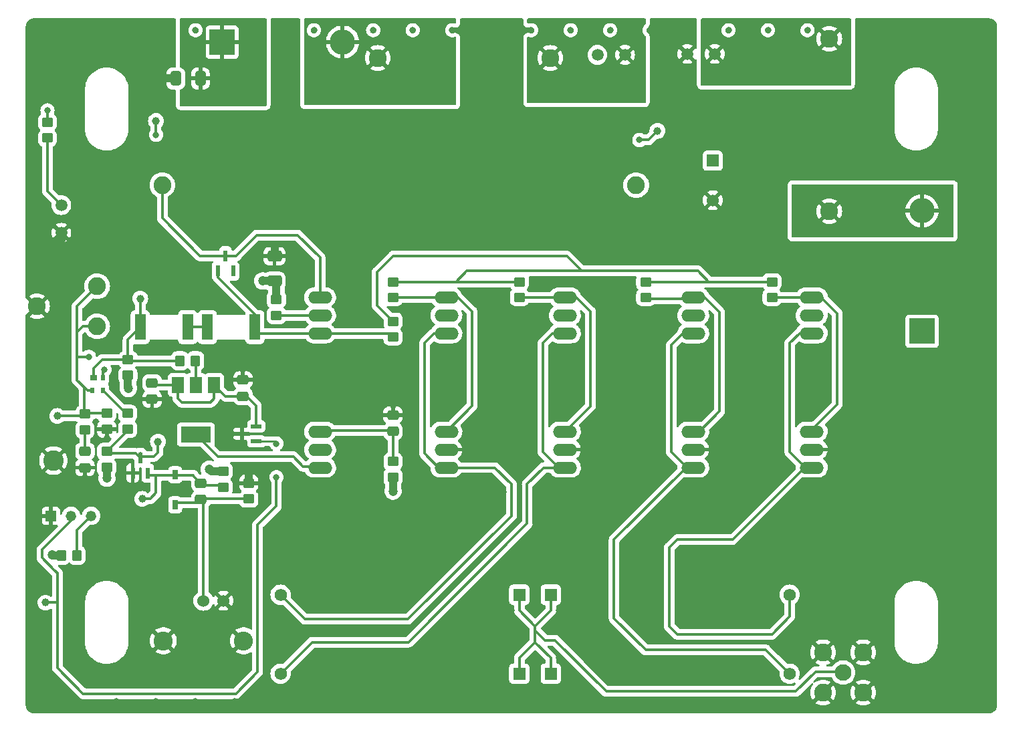
<source format=gtl>
G04 #@! TF.GenerationSoftware,KiCad,Pcbnew,7.0.7*
G04 #@! TF.CreationDate,2024-06-17T16:02:08-04:00*
G04 #@! TF.ProjectId,HVHF_IIB,48564846-5f49-4494-922e-6b696361645f,rev?*
G04 #@! TF.SameCoordinates,Original*
G04 #@! TF.FileFunction,Copper,L1,Top*
G04 #@! TF.FilePolarity,Positive*
%FSLAX46Y46*%
G04 Gerber Fmt 4.6, Leading zero omitted, Abs format (unit mm)*
G04 Created by KiCad (PCBNEW 7.0.7) date 2024-06-17 16:02:08*
%MOMM*%
%LPD*%
G01*
G04 APERTURE LIST*
G04 Aperture macros list*
%AMRoundRect*
0 Rectangle with rounded corners*
0 $1 Rounding radius*
0 $2 $3 $4 $5 $6 $7 $8 $9 X,Y pos of 4 corners*
0 Add a 4 corners polygon primitive as box body*
4,1,4,$2,$3,$4,$5,$6,$7,$8,$9,$2,$3,0*
0 Add four circle primitives for the rounded corners*
1,1,$1+$1,$2,$3*
1,1,$1+$1,$4,$5*
1,1,$1+$1,$6,$7*
1,1,$1+$1,$8,$9*
0 Add four rect primitives between the rounded corners*
20,1,$1+$1,$2,$3,$4,$5,0*
20,1,$1+$1,$4,$5,$6,$7,0*
20,1,$1+$1,$6,$7,$8,$9,0*
20,1,$1+$1,$8,$9,$2,$3,0*%
G04 Aperture macros list end*
G04 #@! TA.AperFunction,SMDPad,CuDef*
%ADD10RoundRect,0.250000X-0.475000X0.337500X-0.475000X-0.337500X0.475000X-0.337500X0.475000X0.337500X0*%
G04 #@! TD*
G04 #@! TA.AperFunction,SMDPad,CuDef*
%ADD11RoundRect,0.250000X-0.350000X-0.450000X0.350000X-0.450000X0.350000X0.450000X-0.350000X0.450000X0*%
G04 #@! TD*
G04 #@! TA.AperFunction,ComponentPad*
%ADD12C,2.250000*%
G04 #@! TD*
G04 #@! TA.AperFunction,ComponentPad*
%ADD13O,3.048000X1.524000*%
G04 #@! TD*
G04 #@! TA.AperFunction,ComponentPad*
%ADD14R,3.200000X3.200000*%
G04 #@! TD*
G04 #@! TA.AperFunction,ComponentPad*
%ADD15O,3.200000X3.200000*%
G04 #@! TD*
G04 #@! TA.AperFunction,ComponentPad*
%ADD16C,1.498600*%
G04 #@! TD*
G04 #@! TA.AperFunction,ComponentPad*
%ADD17C,2.100000*%
G04 #@! TD*
G04 #@! TA.AperFunction,ComponentPad*
%ADD18R,1.574800X1.574800*%
G04 #@! TD*
G04 #@! TA.AperFunction,ComponentPad*
%ADD19C,1.574800*%
G04 #@! TD*
G04 #@! TA.AperFunction,SMDPad,CuDef*
%ADD20R,0.762000X1.168400*%
G04 #@! TD*
G04 #@! TA.AperFunction,SMDPad,CuDef*
%ADD21RoundRect,0.250000X0.475000X-0.337500X0.475000X0.337500X-0.475000X0.337500X-0.475000X-0.337500X0*%
G04 #@! TD*
G04 #@! TA.AperFunction,SMDPad,CuDef*
%ADD22C,1.000000*%
G04 #@! TD*
G04 #@! TA.AperFunction,SMDPad,CuDef*
%ADD23RoundRect,0.250000X-0.450000X0.350000X-0.450000X-0.350000X0.450000X-0.350000X0.450000X0.350000X0*%
G04 #@! TD*
G04 #@! TA.AperFunction,SMDPad,CuDef*
%ADD24RoundRect,0.250000X0.450000X-0.350000X0.450000X0.350000X-0.450000X0.350000X-0.450000X-0.350000X0*%
G04 #@! TD*
G04 #@! TA.AperFunction,SMDPad,CuDef*
%ADD25R,0.558800X1.422400*%
G04 #@! TD*
G04 #@! TA.AperFunction,SMDPad,CuDef*
%ADD26R,1.320800X0.558800*%
G04 #@! TD*
G04 #@! TA.AperFunction,SMDPad,CuDef*
%ADD27RoundRect,0.250000X0.650000X-0.412500X0.650000X0.412500X-0.650000X0.412500X-0.650000X-0.412500X0*%
G04 #@! TD*
G04 #@! TA.AperFunction,SMDPad,CuDef*
%ADD28R,1.408798X3.250794*%
G04 #@! TD*
G04 #@! TA.AperFunction,SMDPad,CuDef*
%ADD29RoundRect,0.250000X0.350000X0.450000X-0.350000X0.450000X-0.350000X-0.450000X0.350000X-0.450000X0*%
G04 #@! TD*
G04 #@! TA.AperFunction,ComponentPad*
%ADD30C,2.600000*%
G04 #@! TD*
G04 #@! TA.AperFunction,ComponentPad*
%ADD31R,1.524000X1.524000*%
G04 #@! TD*
G04 #@! TA.AperFunction,ComponentPad*
%ADD32C,1.524000*%
G04 #@! TD*
G04 #@! TA.AperFunction,ComponentPad*
%ADD33C,1.320800*%
G04 #@! TD*
G04 #@! TA.AperFunction,ComponentPad*
%ADD34R,1.320800X1.320800*%
G04 #@! TD*
G04 #@! TA.AperFunction,SMDPad,CuDef*
%ADD35RoundRect,0.250000X0.412500X0.650000X-0.412500X0.650000X-0.412500X-0.650000X0.412500X-0.650000X0*%
G04 #@! TD*
G04 #@! TA.AperFunction,SMDPad,CuDef*
%ADD36R,1.500000X2.000000*%
G04 #@! TD*
G04 #@! TA.AperFunction,SMDPad,CuDef*
%ADD37R,3.800000X2.000000*%
G04 #@! TD*
G04 #@! TA.AperFunction,SMDPad,CuDef*
%ADD38R,0.600000X0.800000*%
G04 #@! TD*
G04 #@! TA.AperFunction,SMDPad,CuDef*
%ADD39R,0.900000X0.800000*%
G04 #@! TD*
G04 #@! TA.AperFunction,ComponentPad*
%ADD40C,2.413000*%
G04 #@! TD*
G04 #@! TA.AperFunction,ViaPad*
%ADD41C,0.800000*%
G04 #@! TD*
G04 #@! TA.AperFunction,ViaPad*
%ADD42C,1.200000*%
G04 #@! TD*
G04 #@! TA.AperFunction,Conductor*
%ADD43C,0.350000*%
G04 #@! TD*
G04 #@! TA.AperFunction,Conductor*
%ADD44C,1.050000*%
G04 #@! TD*
G04 #@! TA.AperFunction,Conductor*
%ADD45C,0.250000*%
G04 #@! TD*
G04 APERTURE END LIST*
D10*
X104500000Y-102178391D03*
X104500000Y-104253391D03*
D11*
X93000000Y-124000000D03*
X95000000Y-124000000D03*
D12*
X133080000Y-61000000D03*
X154920000Y-61000000D03*
D13*
X188020000Y-95899000D03*
X188020000Y-93613000D03*
X188020000Y-91327000D03*
D14*
X202000000Y-95620000D03*
D15*
X202000000Y-80380000D03*
D16*
X164391600Y-60620600D03*
X160891599Y-60620600D03*
D17*
X192000000Y-138840000D03*
D12*
X189450000Y-136290000D03*
X189450000Y-141390000D03*
X194550000Y-136290000D03*
X194550000Y-141390000D03*
D13*
X125770000Y-112899000D03*
X125770000Y-110613000D03*
X125770000Y-108327000D03*
X173020000Y-95899000D03*
X173020000Y-93613000D03*
X173020000Y-91327000D03*
X156770000Y-95899000D03*
X156770000Y-93613000D03*
X156770000Y-91327000D03*
D18*
X151000000Y-129000000D03*
D19*
X120774000Y-129000000D03*
D13*
X188020000Y-112899000D03*
X188020000Y-110613000D03*
X188020000Y-108327000D03*
D20*
X107420000Y-117618000D03*
X107420000Y-113808000D03*
D13*
X141770000Y-95899000D03*
X141770000Y-93613000D03*
X141770000Y-91327000D03*
D21*
X110670000Y-116938000D03*
X110670000Y-114863000D03*
D22*
X105000000Y-69000000D03*
D23*
X135000000Y-112113000D03*
X135000000Y-114113000D03*
D24*
X98750000Y-112863000D03*
X98750000Y-110863000D03*
D25*
X112845000Y-88000000D03*
X114750000Y-88000000D03*
X113797500Y-86069600D03*
D12*
X190250000Y-80420000D03*
X190250000Y-58580000D03*
D10*
X96000000Y-110825500D03*
X96000000Y-112900500D03*
D23*
X120250000Y-91613000D03*
X120250000Y-93613000D03*
D16*
X93000000Y-79650000D03*
X93000000Y-83150001D03*
D23*
X91250000Y-69150001D03*
X91250000Y-71150001D03*
D13*
X141770000Y-112899000D03*
X141770000Y-110613000D03*
X141770000Y-108327000D03*
D26*
X117695200Y-109565500D03*
X117695200Y-107660500D03*
X115902750Y-108613000D03*
D23*
X151000000Y-89363000D03*
X151000000Y-91363000D03*
D22*
X91000000Y-130000000D03*
D27*
X120000000Y-89250000D03*
X120000000Y-86125000D03*
D23*
X135000000Y-94363000D03*
X135000000Y-96363000D03*
D12*
X97540000Y-95000000D03*
X97540000Y-89920000D03*
X89920000Y-92460000D03*
D23*
X96000000Y-106113000D03*
X96000000Y-108113000D03*
D22*
X103250000Y-116863000D03*
D28*
X117504393Y-95113000D03*
X111495607Y-95113000D03*
D13*
X156770000Y-112899000D03*
X156770000Y-110613000D03*
X156770000Y-108327000D03*
D18*
X155000000Y-129000000D03*
D19*
X185226000Y-129000000D03*
D25*
X102047500Y-113578200D03*
X103952500Y-113578200D03*
X103000000Y-111647800D03*
D24*
X101400000Y-108032891D03*
X101400000Y-106032891D03*
D12*
X165800000Y-77113000D03*
X105800000Y-77113000D03*
D23*
X135000000Y-89363000D03*
X135000000Y-91363000D03*
X167000000Y-89363000D03*
X167000000Y-91363000D03*
D29*
X110000000Y-99363000D03*
X108000000Y-99363000D03*
D18*
X151000000Y-139000000D03*
D19*
X120774000Y-139000000D03*
D23*
X183000000Y-89363000D03*
X183000000Y-91363000D03*
D22*
X168500000Y-70250000D03*
D21*
X116000000Y-103863000D03*
X116000000Y-101788000D03*
D23*
X113500000Y-113363000D03*
X113500000Y-115363000D03*
D22*
X92500000Y-106363000D03*
D24*
X116750000Y-116863000D03*
X116750000Y-114863000D03*
D21*
X135000000Y-108313000D03*
X135000000Y-106238000D03*
D30*
X92000000Y-112000000D03*
D31*
X175500000Y-74027850D03*
D32*
X175500000Y-79031650D03*
D33*
X96780000Y-119000000D03*
X94240000Y-119000000D03*
D34*
X91700000Y-119000000D03*
D22*
X105250000Y-109613000D03*
D28*
X109004393Y-95113000D03*
X102995607Y-95113000D03*
D35*
X110625000Y-63613000D03*
X107500000Y-63613000D03*
D13*
X173020000Y-112899000D03*
X173020000Y-110613000D03*
X173020000Y-108327000D03*
D36*
X112360000Y-102415891D03*
X110060000Y-102415891D03*
X107760000Y-102415891D03*
D37*
X110060000Y-108715891D03*
D24*
X101450000Y-101213000D03*
X101450000Y-99213000D03*
D14*
X113380000Y-59000000D03*
D15*
X128620000Y-59000000D03*
D38*
X98250000Y-101513000D03*
D39*
X97100000Y-101513000D03*
D38*
X96950000Y-103113000D03*
X98250000Y-103113000D03*
D16*
X175750001Y-60500000D03*
X172250000Y-60500000D03*
D32*
X111000000Y-129750000D03*
D40*
X116080000Y-134830109D03*
D32*
X113540000Y-129750000D03*
D40*
X105920000Y-134830109D03*
D23*
X98750000Y-106032891D03*
X98750000Y-108032891D03*
D22*
X103000000Y-91500000D03*
D18*
X155000000Y-139000000D03*
D19*
X185226000Y-139000000D03*
D13*
X125770000Y-95899000D03*
X125770000Y-93613000D03*
X125770000Y-91327000D03*
D41*
X106000000Y-100750000D03*
X108000000Y-106000000D03*
X112000000Y-106000000D03*
X114000000Y-105500000D03*
X110000000Y-111000000D03*
X106500000Y-112000000D03*
X103000000Y-109500000D03*
X116000000Y-98000000D03*
X112500000Y-98000000D03*
X106500000Y-98000000D03*
X104000000Y-98000000D03*
X106500000Y-91500000D03*
X110000000Y-91500000D03*
X113500000Y-91500000D03*
X117500000Y-91500000D03*
X122500000Y-86500000D03*
X117000000Y-87500000D03*
D42*
X118500000Y-89250000D03*
D41*
X166200000Y-71400000D03*
X120250000Y-109863000D03*
X120250000Y-114113000D03*
X90000000Y-87500000D03*
X112500000Y-118500000D03*
X157500000Y-135000000D03*
X123000000Y-100500000D03*
X210000000Y-97500000D03*
X165000000Y-124500000D03*
X178000000Y-120000000D03*
X90000000Y-137500000D03*
X169000000Y-108000000D03*
X165000000Y-142500000D03*
X112500000Y-127500000D03*
X142000000Y-125000000D03*
X90000000Y-67500000D03*
X120500000Y-97500000D03*
X146500000Y-114500000D03*
X169000000Y-103000000D03*
X132500000Y-57500000D03*
X175000000Y-142500000D03*
X159500000Y-86500000D03*
X147500000Y-57500000D03*
X148500000Y-126000000D03*
X182000000Y-132000000D03*
X187500000Y-106000000D03*
X120000000Y-57500000D03*
X135000000Y-142500000D03*
X185000000Y-142500000D03*
X140000000Y-85000000D03*
X166000000Y-116500000D03*
X210000000Y-112500000D03*
X174500000Y-98000000D03*
X189500000Y-104500000D03*
X177500000Y-57500000D03*
X171500000Y-116000000D03*
X130000000Y-133500000D03*
X137000000Y-130000000D03*
X141000000Y-99000000D03*
X160000000Y-137500000D03*
X210000000Y-87500000D03*
X140000000Y-142500000D03*
X174500000Y-105000000D03*
X170000000Y-86500000D03*
X100000000Y-57500000D03*
X162500000Y-57500000D03*
X187500000Y-99000000D03*
X104500000Y-105613000D03*
X141000000Y-133500000D03*
X135000000Y-105063000D03*
X141000000Y-105800000D03*
X205000000Y-57500000D03*
X154500000Y-133189076D03*
X210000000Y-72500000D03*
X143500000Y-131000000D03*
X162500000Y-134000000D03*
X170000000Y-137500000D03*
X139500000Y-127500000D03*
X172000000Y-129500000D03*
X90000000Y-107500000D03*
X90000000Y-117500000D03*
X177000000Y-87500000D03*
X169000000Y-105500000D03*
X172000000Y-120500000D03*
X122500000Y-91000000D03*
X184500000Y-87500000D03*
X180000000Y-142500000D03*
X123000000Y-97500000D03*
X152500000Y-106500000D03*
X157500000Y-85000000D03*
X137500000Y-102500000D03*
X161000000Y-129500000D03*
X125000000Y-57500000D03*
X120000000Y-84687500D03*
X137500000Y-110000000D03*
X152500000Y-57500000D03*
X115000000Y-142500000D03*
X145000000Y-142500000D03*
X147000000Y-120000000D03*
X137500000Y-136500000D03*
X130000000Y-130500000D03*
X180000000Y-140000000D03*
X168500000Y-124500000D03*
X125000000Y-130500000D03*
X160000000Y-142500000D03*
X207500000Y-142500000D03*
X90000000Y-132500000D03*
X175000000Y-140000000D03*
X151000000Y-123500000D03*
X109500000Y-121500000D03*
X210000000Y-107500000D03*
X183500000Y-103000000D03*
X90000000Y-77500000D03*
X210000000Y-57500000D03*
X120500000Y-107000000D03*
X145000000Y-85000000D03*
X125000000Y-136500000D03*
X210000000Y-142500000D03*
X116750000Y-113363000D03*
X151750000Y-134000000D03*
X105000000Y-57500000D03*
X112500000Y-121500000D03*
X116000000Y-100500000D03*
X210000000Y-132500000D03*
X163500000Y-119000000D03*
X185500000Y-117000000D03*
X165000000Y-137000000D03*
X172000000Y-124500000D03*
X155000000Y-142500000D03*
X156000000Y-131000000D03*
X125000000Y-133500000D03*
X120500000Y-103500000D03*
X158000000Y-139000000D03*
X158000000Y-98000000D03*
X156000000Y-98600000D03*
X172500000Y-99000000D03*
X130000000Y-142500000D03*
X137500000Y-106500000D03*
X96000000Y-114113000D03*
X165000000Y-129500000D03*
X210000000Y-92500000D03*
X202500000Y-142500000D03*
X114600000Y-108600000D03*
X112500000Y-124500000D03*
X168500000Y-129500000D03*
X90000000Y-142500000D03*
X177500000Y-124500000D03*
X169000000Y-98000000D03*
X175000000Y-86500000D03*
X122000000Y-109500000D03*
X157500000Y-57500000D03*
X195000000Y-57500000D03*
X210000000Y-62500000D03*
X183000000Y-115000000D03*
X175000000Y-137500000D03*
X150000000Y-131000000D03*
X137500000Y-57500000D03*
X169000000Y-110500000D03*
X123500000Y-106500000D03*
X172000000Y-106000000D03*
X197500000Y-142500000D03*
X152500000Y-97500000D03*
X150000000Y-136000000D03*
X135000000Y-85000000D03*
X183000000Y-119500000D03*
X143000000Y-105000000D03*
X152500000Y-102500000D03*
X165000000Y-140000000D03*
X210000000Y-77500000D03*
X170000000Y-140000000D03*
X187500000Y-57500000D03*
X180500000Y-122000000D03*
X170000000Y-142500000D03*
X134500000Y-133500000D03*
X167500000Y-57500000D03*
X143200000Y-98600000D03*
X156000000Y-106000000D03*
X134500000Y-136500000D03*
X105000000Y-142500000D03*
X109500000Y-124500000D03*
X210000000Y-137500000D03*
X180500000Y-117500000D03*
X137500000Y-97500000D03*
X152500000Y-110000000D03*
X123000000Y-103500000D03*
X179500000Y-87500000D03*
X150000000Y-85000000D03*
X146000000Y-128500000D03*
X210000000Y-102500000D03*
X102000000Y-115113000D03*
X183500000Y-110500000D03*
X210000000Y-67500000D03*
X156000000Y-137000000D03*
X110000000Y-142500000D03*
X90000000Y-102500000D03*
X90000000Y-97500000D03*
X98750000Y-109113000D03*
X161000000Y-124500000D03*
X210000000Y-117500000D03*
X125000000Y-142500000D03*
X210000000Y-122500000D03*
X109500000Y-127500000D03*
X165000000Y-86500000D03*
X155000000Y-85000000D03*
X95000000Y-57500000D03*
X120000000Y-142500000D03*
X120500000Y-100500000D03*
X100000000Y-142500000D03*
X182500000Y-57500000D03*
X166000000Y-132000000D03*
X177000000Y-132000000D03*
X210000000Y-127500000D03*
X110000000Y-57500000D03*
X90000000Y-72500000D03*
X158000000Y-105000000D03*
X210000000Y-82500000D03*
X142500000Y-57500000D03*
X90000000Y-127500000D03*
X183500000Y-108000000D03*
X166500000Y-121000000D03*
X150000000Y-142500000D03*
D42*
X105750000Y-63613000D03*
D41*
X183500000Y-98000000D03*
X90000000Y-62500000D03*
X95000000Y-142500000D03*
X161000000Y-121500000D03*
X134500000Y-130500000D03*
X172500000Y-57500000D03*
X109500000Y-118500000D03*
X182000000Y-87500000D03*
X200000000Y-57500000D03*
X169000000Y-118500000D03*
X180000000Y-137500000D03*
X168500000Y-114000000D03*
X90000000Y-57500000D03*
X190000000Y-98000000D03*
X149000000Y-116000000D03*
X144500000Y-122500000D03*
X130000000Y-136500000D03*
X90000000Y-82500000D03*
X96500000Y-98863000D03*
X98453338Y-100486196D03*
X91250000Y-67650001D03*
D42*
X98775000Y-114238109D03*
D41*
X105000000Y-70750000D03*
D42*
X135000000Y-115863000D03*
X101500000Y-102863000D03*
X111750000Y-113113000D03*
X91880000Y-123980109D03*
D43*
X112360000Y-104140000D02*
X112360000Y-102415891D01*
X116500000Y-103863000D02*
X113807109Y-103863000D01*
X104060000Y-102178391D02*
X104297500Y-102415891D01*
X111887000Y-104613000D02*
X112360000Y-104140000D01*
X117687500Y-107663000D02*
X117687500Y-105050500D01*
X113807109Y-103863000D02*
X112360000Y-102415891D01*
X107760000Y-102415891D02*
X107760000Y-104123000D01*
X107760000Y-104123000D02*
X108250000Y-104613000D01*
X108250000Y-104613000D02*
X111887000Y-104613000D01*
X117687500Y-105050500D02*
X116500000Y-103863000D01*
X104297500Y-102415891D02*
X107760000Y-102415891D01*
X135000000Y-86113000D02*
X133000000Y-88113000D01*
X133000000Y-92363000D02*
X135000000Y-94363000D01*
X175000000Y-89363000D02*
X173625000Y-87988000D01*
X157000000Y-86113000D02*
X135000000Y-86113000D01*
X158875000Y-87988000D02*
X173625000Y-87988000D01*
X133000000Y-88113000D02*
X133000000Y-92363000D01*
X175000000Y-89363000D02*
X167000000Y-89363000D01*
X135000000Y-89363000D02*
X143000000Y-89363000D01*
X143000000Y-89363000D02*
X151000000Y-89363000D01*
X183000000Y-89363000D02*
X175000000Y-89363000D01*
X157000000Y-86113000D02*
X158875000Y-87988000D01*
X144375000Y-87988000D02*
X143000000Y-89363000D01*
X158875000Y-87988000D02*
X144375000Y-87988000D01*
X189214000Y-91327000D02*
X191250000Y-93363000D01*
X191250000Y-104863000D02*
X188020000Y-108093000D01*
X183000000Y-91363000D02*
X183036000Y-91327000D01*
X183036000Y-91327000D02*
X188020000Y-91327000D01*
X191250000Y-93363000D02*
X191250000Y-104863000D01*
X188020000Y-91327000D02*
X189214000Y-91327000D01*
X188020000Y-108093000D02*
X188020000Y-108327000D01*
X108962500Y-95113000D02*
X108962500Y-95212500D01*
X109000000Y-95250000D02*
X109137000Y-95113000D01*
X108962500Y-95212500D02*
X109000000Y-95250000D01*
X109137000Y-95113000D02*
X111537500Y-95113000D01*
D44*
X120000000Y-89250000D02*
X118500000Y-89250000D01*
D43*
X167350000Y-71400000D02*
X166200000Y-71400000D01*
X168500000Y-70250000D02*
X167350000Y-71400000D01*
D44*
X120250000Y-91613000D02*
X120250000Y-89500000D01*
X120250000Y-89500000D02*
X120000000Y-89250000D01*
X120062500Y-91425500D02*
X120250000Y-91613000D01*
D43*
X191910000Y-138750000D02*
X188500000Y-138750000D01*
X155000000Y-131000000D02*
X153000000Y-133000000D01*
X162000000Y-141250000D02*
X155500000Y-134750000D01*
X151000000Y-129000000D02*
X151000000Y-131000000D01*
X154250000Y-134750000D02*
X153000000Y-133500000D01*
X153000000Y-135000000D02*
X153000000Y-133000000D01*
X151000000Y-137000000D02*
X151000000Y-139000000D01*
X151000000Y-131000000D02*
X153000000Y-133000000D01*
X155500000Y-134750000D02*
X154250000Y-134750000D01*
X155000000Y-139000000D02*
X155000000Y-137000000D01*
X188500000Y-138750000D02*
X186000000Y-141250000D01*
X151000000Y-137000000D02*
X153000000Y-135000000D01*
X192000000Y-138840000D02*
X191910000Y-138750000D01*
X155000000Y-129000000D02*
X155000000Y-131000000D01*
X153000000Y-133500000D02*
X153000000Y-133000000D01*
X153000000Y-135000000D02*
X155000000Y-137000000D01*
X186000000Y-141250000D02*
X162000000Y-141250000D01*
X120297891Y-93660891D02*
X125570000Y-93660891D01*
X120250000Y-93613000D02*
X120297891Y-93660891D01*
X95000000Y-124000000D02*
X95000000Y-120780000D01*
X95000000Y-120780000D02*
X96780000Y-119000000D01*
X92500000Y-138250000D02*
X95775000Y-141525000D01*
X115086500Y-141525000D02*
X117861500Y-138750000D01*
X92500000Y-126261810D02*
X92119095Y-125880905D01*
X95775000Y-141525000D02*
X115086500Y-141525000D01*
X90555055Y-124316865D02*
X92119095Y-125880905D01*
X117861500Y-138750000D02*
X117861500Y-120138500D01*
D45*
X119950000Y-109563000D02*
X117687500Y-109563000D01*
X120250000Y-109863000D02*
X119950000Y-109563000D01*
D43*
X90555055Y-123305055D02*
X94240000Y-119620109D01*
X94240000Y-119620109D02*
X94240000Y-119000000D01*
X91000000Y-130000000D02*
X92500000Y-130000000D01*
X117861500Y-120138500D02*
X120250000Y-117750000D01*
X120250000Y-117750000D02*
X120250000Y-114113000D01*
X92500000Y-130000000D02*
X92500000Y-138250000D01*
X90555055Y-123305055D02*
X90555055Y-124316865D01*
X92500000Y-130000000D02*
X92500000Y-126261810D01*
X173020000Y-91327000D02*
X174464000Y-91327000D01*
X167172191Y-91535191D02*
X173065000Y-91535191D01*
X176375000Y-93238000D02*
X176375000Y-105738000D01*
X173065000Y-91535191D02*
X173827000Y-91535191D01*
X173782000Y-91327000D02*
X173996000Y-91113000D01*
X173327809Y-108535191D02*
X173065000Y-108535191D01*
X174464000Y-91327000D02*
X176375000Y-93238000D01*
X173020000Y-91327000D02*
X173782000Y-91327000D01*
X173786000Y-108327000D02*
X173020000Y-108327000D01*
X176375000Y-105738000D02*
X173786000Y-108327000D01*
X167000000Y-91363000D02*
X167172191Y-91535191D01*
X158214000Y-91327000D02*
X160000000Y-93113000D01*
X157477000Y-91358591D02*
X156715000Y-91358591D01*
X151004409Y-91358591D02*
X156715000Y-91358591D01*
X151000000Y-91363000D02*
X151004409Y-91358591D01*
X160000000Y-93113000D02*
X160000000Y-105113000D01*
X156786000Y-108327000D02*
X156770000Y-108327000D01*
X156770000Y-91327000D02*
X158214000Y-91327000D01*
X160000000Y-105113000D02*
X156786000Y-108327000D01*
X141703000Y-91858591D02*
X142465000Y-91858591D01*
X141715000Y-91358591D02*
X142995591Y-91358591D01*
X145000000Y-105097000D02*
X141770000Y-108327000D01*
X135000000Y-91363000D02*
X135004409Y-91358591D01*
X135004409Y-91358591D02*
X141715000Y-91358591D01*
X141770000Y-91327000D02*
X143214000Y-91327000D01*
X145000000Y-93113000D02*
X145000000Y-105097000D01*
X143214000Y-91327000D02*
X145000000Y-93113000D01*
X110060000Y-102415891D02*
X110060000Y-99715891D01*
X125570000Y-108160891D02*
X135347891Y-108160891D01*
X135000000Y-112113000D02*
X135000000Y-108313000D01*
X122394891Y-111507891D02*
X112852000Y-111507891D01*
X122394891Y-111507891D02*
X123619891Y-112732891D01*
X123619891Y-112732891D02*
X125570000Y-112732891D01*
X112852000Y-111507891D02*
X110060000Y-108715891D01*
X95900000Y-110957891D02*
X96055000Y-110957891D01*
X96000000Y-108113000D02*
X96000000Y-110825500D01*
X102050000Y-113750500D02*
X102050000Y-115063000D01*
X187303000Y-110821191D02*
X188065000Y-110821191D01*
X135000000Y-106238000D02*
X135000000Y-105063000D01*
X98750000Y-108032891D02*
X98750000Y-109113000D01*
X96000000Y-112900500D02*
X96000000Y-114113000D01*
X140953000Y-110644591D02*
X141715000Y-110644591D01*
D44*
X93000000Y-84037001D02*
X93000000Y-83150001D01*
D43*
X104500000Y-105613000D02*
X104500000Y-104253391D01*
D44*
X120000000Y-86125000D02*
X120000000Y-84687500D01*
D43*
X141715000Y-110644591D02*
X142477000Y-110644591D01*
X188065000Y-110821191D02*
X188827000Y-110821191D01*
D44*
X107500000Y-63613000D02*
X105750000Y-63613000D01*
X93000000Y-84037001D02*
X92750000Y-84287001D01*
D45*
X116000000Y-100500000D02*
X116000000Y-101788000D01*
D43*
X173065000Y-110821191D02*
X173827000Y-110821191D01*
X102050000Y-115063000D02*
X102000000Y-115113000D01*
X114613000Y-108613000D02*
X114600000Y-108600000D01*
X156715000Y-110644591D02*
X157477000Y-110644591D01*
D44*
X116750000Y-113363000D02*
X116750000Y-114863000D01*
D43*
X155953000Y-110644591D02*
X156715000Y-110644591D01*
X115902750Y-108613000D02*
X114613000Y-108613000D01*
X116750000Y-116863000D02*
X110745000Y-116863000D01*
X110245000Y-117363000D02*
X110670000Y-116938000D01*
X111000000Y-129750000D02*
X111000000Y-117268000D01*
X110745000Y-116863000D02*
X110670000Y-116938000D01*
X107420000Y-117363000D02*
X110245000Y-117363000D01*
X107370000Y-113863000D02*
X105000000Y-113863000D01*
X109725000Y-113918000D02*
X110670000Y-114863000D01*
X110670000Y-115113000D02*
X111000000Y-115113000D01*
X107370000Y-114113000D02*
X107420000Y-114063000D01*
X111000000Y-115113000D02*
X113000000Y-115113000D01*
X110670000Y-114863000D02*
X110750000Y-114863000D01*
X105000000Y-113863000D02*
X104062500Y-113863000D01*
X107275000Y-113863000D02*
X109725000Y-113863000D01*
X103250000Y-116863000D02*
X104250000Y-116863000D01*
X113250000Y-115363000D02*
X113000000Y-115113000D01*
X110750000Y-114863000D02*
X111000000Y-115113000D01*
X103950000Y-113750500D02*
X103950000Y-113813000D01*
X113500000Y-115363000D02*
X113250000Y-115363000D01*
X104250000Y-116863000D02*
X105000000Y-116113000D01*
X109725000Y-113863000D02*
X109725000Y-113918000D01*
X104062500Y-113863000D02*
X103950000Y-113750500D01*
X105000000Y-116113000D02*
X105000000Y-113863000D01*
X105250000Y-110975500D02*
X104750000Y-111475500D01*
X98750000Y-110863000D02*
X101400000Y-108213000D01*
X102000000Y-111113000D02*
X99362500Y-111113000D01*
X102465200Y-111113000D02*
X103000000Y-111647800D01*
X105250000Y-109613000D02*
X105250000Y-110975500D01*
X101400000Y-108213000D02*
X101400000Y-108032891D01*
X102000000Y-111113000D02*
X102465200Y-111113000D01*
X99112500Y-110863000D02*
X99362500Y-111113000D01*
X103000000Y-111475500D02*
X103000000Y-111113000D01*
X104750000Y-111475500D02*
X103000000Y-111475500D01*
X98750000Y-110863000D02*
X99112500Y-110863000D01*
X97540000Y-95000000D02*
X95750000Y-95000000D01*
X95900000Y-106032891D02*
X95900000Y-102713000D01*
X95750000Y-95000000D02*
X95000000Y-95750000D01*
X96000000Y-106113000D02*
X95980109Y-106113000D01*
X98900000Y-106112891D02*
X98820000Y-106032891D01*
X96950000Y-103113000D02*
X96300000Y-103113000D01*
X95000000Y-96500000D02*
X95000000Y-95750000D01*
X92500000Y-106363000D02*
X95750000Y-106363000D01*
X95980109Y-106113000D02*
X95900000Y-106032891D01*
X98250000Y-101513000D02*
X98250000Y-100689534D01*
X95000000Y-92460000D02*
X95000000Y-92750000D01*
X98250000Y-100689534D02*
X98453338Y-100486196D01*
X96300000Y-103113000D02*
X95000000Y-101813000D01*
X95000000Y-94000000D02*
X95000000Y-92750000D01*
X95000000Y-95750000D02*
X95000000Y-94000000D01*
X95000000Y-98863000D02*
X96500000Y-98863000D01*
X95900000Y-102713000D02*
X95000000Y-101813000D01*
X98820000Y-106032891D02*
X95900000Y-106032891D01*
X95000000Y-101813000D02*
X95000000Y-98863000D01*
X97540000Y-89920000D02*
X95000000Y-92460000D01*
X95750000Y-106363000D02*
X96000000Y-106113000D01*
X95000000Y-98863000D02*
X95000000Y-96500000D01*
X101400000Y-106032891D02*
X101169891Y-106032891D01*
X101169891Y-106032891D02*
X98250000Y-103113000D01*
D44*
X91899891Y-124000000D02*
X91880000Y-123980109D01*
X93000000Y-124000000D02*
X91899891Y-124000000D01*
D43*
X105000000Y-69000000D02*
X105000000Y-70750000D01*
D44*
X112000000Y-113363000D02*
X111750000Y-113113000D01*
X101450000Y-102813000D02*
X101500000Y-102863000D01*
X135000000Y-115863000D02*
X135000000Y-114113000D01*
X98775000Y-112863000D02*
X98775000Y-114238109D01*
X101450000Y-101213000D02*
X101450000Y-102813000D01*
D43*
X91250000Y-69150001D02*
X91250000Y-67650001D01*
D44*
X113500000Y-113363000D02*
X112000000Y-113363000D01*
D43*
X185250000Y-97113000D02*
X185250000Y-110863000D01*
X188020000Y-95899000D02*
X186464000Y-95899000D01*
X185250000Y-110863000D02*
X185236000Y-110877000D01*
X185236000Y-110877000D02*
X187258000Y-112899000D01*
X186464000Y-95899000D02*
X185250000Y-97113000D01*
X170000000Y-133000000D02*
X171000000Y-134000000D01*
X188020000Y-95899000D02*
X186964000Y-95899000D01*
X188020000Y-112899000D02*
X187101000Y-112899000D01*
X187101000Y-112899000D02*
X178000000Y-122000000D01*
X183000000Y-134000000D02*
X185226000Y-131774000D01*
X171000000Y-134000000D02*
X183000000Y-134000000D01*
X171000000Y-122000000D02*
X170000000Y-123000000D01*
X188065000Y-96107191D02*
X186755809Y-96107191D01*
X187258000Y-112899000D02*
X188020000Y-112899000D01*
X185226000Y-131774000D02*
X185226000Y-129000000D01*
X186964000Y-95899000D02*
X186755809Y-96107191D01*
X178000000Y-122000000D02*
X171000000Y-122000000D01*
X170000000Y-123000000D02*
X170000000Y-133000000D01*
X167000000Y-136000000D02*
X182226000Y-136000000D01*
X170250000Y-110863000D02*
X170236000Y-110877000D01*
X163000000Y-122000000D02*
X163000000Y-132000000D01*
X173065000Y-96107191D02*
X172505809Y-96107191D01*
X163000000Y-132000000D02*
X167000000Y-136000000D01*
X170236000Y-110877000D02*
X172258000Y-112899000D01*
X173020000Y-112899000D02*
X172101000Y-112899000D01*
X170250000Y-97363000D02*
X170250000Y-110863000D01*
X171714000Y-95899000D02*
X170250000Y-97363000D01*
X173020000Y-95899000D02*
X171714000Y-95899000D01*
X182226000Y-136000000D02*
X185226000Y-139000000D01*
X172258000Y-112899000D02*
X173020000Y-112899000D01*
X172101000Y-112899000D02*
X163000000Y-122000000D01*
X152000000Y-120000000D02*
X137000000Y-135000000D01*
X155214000Y-95899000D02*
X154000000Y-97113000D01*
X154000000Y-110891000D02*
X156008000Y-112899000D01*
X156770000Y-112899000D02*
X154101000Y-112899000D01*
X156715000Y-95930591D02*
X156182409Y-95930591D01*
X154000000Y-97113000D02*
X154000000Y-110891000D01*
X120774000Y-139000000D02*
X124774000Y-135000000D01*
X156770000Y-95899000D02*
X155214000Y-95899000D01*
X124774000Y-135000000D02*
X125000000Y-135000000D01*
X152000000Y-115000000D02*
X152000000Y-120000000D01*
X156008000Y-112899000D02*
X156770000Y-112899000D01*
X154101000Y-112899000D02*
X152000000Y-115000000D01*
X137000000Y-135000000D02*
X125000000Y-135000000D01*
X140786000Y-112899000D02*
X141770000Y-112899000D01*
X120774000Y-129000000D02*
X123887000Y-132113000D01*
X136887000Y-132113000D02*
X123887000Y-132113000D01*
X139000000Y-111113000D02*
X140786000Y-112899000D01*
X147899000Y-112899000D02*
X141770000Y-112899000D01*
X141770000Y-95899000D02*
X140214000Y-95899000D01*
X150000000Y-119000000D02*
X150000000Y-115000000D01*
X150000000Y-119000000D02*
X136887000Y-132113000D01*
X139000000Y-97113000D02*
X139000000Y-111113000D01*
X140214000Y-95899000D02*
X139000000Y-97113000D01*
X150000000Y-115000000D02*
X147899000Y-112899000D01*
X112845000Y-88000000D02*
X112845000Y-88845000D01*
X112845000Y-88845000D02*
X117462500Y-93462500D01*
X117462500Y-93462500D02*
X117462500Y-95113000D01*
X125570000Y-95946891D02*
X128250000Y-95946891D01*
X128250000Y-95946891D02*
X129000000Y-95946891D01*
X117258891Y-95946891D02*
X121000000Y-95946891D01*
X121500000Y-95946891D02*
X125570000Y-95946891D01*
X134583891Y-95946891D02*
X135000000Y-96363000D01*
X129000000Y-95946891D02*
X134583891Y-95946891D01*
X121500000Y-95946891D02*
X120566109Y-95946891D01*
X121000000Y-95946891D02*
X121500000Y-95946891D01*
X101600000Y-99363000D02*
X108000000Y-99363000D01*
X101450000Y-99213000D02*
X101450000Y-96700500D01*
X97100000Y-100319254D02*
X98206254Y-99213000D01*
X97100000Y-101513000D02*
X97100000Y-100319254D01*
X103000000Y-95075500D02*
X103000000Y-91500000D01*
X98206254Y-99213000D02*
X101450000Y-99213000D01*
X101450000Y-99213000D02*
X101600000Y-99363000D01*
X101450000Y-96700500D02*
X103037500Y-95113000D01*
X103037500Y-95113000D02*
X103000000Y-95075500D01*
X91250000Y-77900000D02*
X93000000Y-79650000D01*
X91250000Y-71150001D02*
X91250000Y-77900000D01*
X105800000Y-81300000D02*
X110569600Y-86069600D01*
X105800000Y-77113000D02*
X105800000Y-81300000D01*
X113797500Y-86069600D02*
X115121332Y-86069600D01*
X115121332Y-86069600D02*
X117750000Y-83440932D01*
X110569600Y-86069600D02*
X113797500Y-86069600D01*
X122940932Y-83440932D02*
X125770000Y-86270000D01*
X117750000Y-83440932D02*
X122940932Y-83440932D01*
X125770000Y-86270000D02*
X125770000Y-91327000D01*
X124833891Y-110946891D02*
X126320000Y-110946891D01*
G04 #@! TA.AperFunction,Conductor*
G36*
X175500000Y-105500000D02*
G01*
X174500000Y-106500000D01*
X171000000Y-106500000D01*
X171000000Y-97568300D01*
X171068300Y-97500000D01*
X175500000Y-97500000D01*
X175500000Y-105500000D01*
G37*
G04 #@! TD.AperFunction*
G04 #@! TA.AperFunction,Conductor*
G36*
X166943039Y-56020185D02*
G01*
X166988794Y-56072989D01*
X167000000Y-56124500D01*
X167000000Y-56687010D01*
X166980315Y-56754049D01*
X166948887Y-56787327D01*
X166894128Y-56827112D01*
X166894123Y-56827116D01*
X166767466Y-56967785D01*
X166672821Y-57131715D01*
X166672818Y-57131722D01*
X166614327Y-57311740D01*
X166614326Y-57311744D01*
X166594540Y-57500000D01*
X166614326Y-57688256D01*
X166614327Y-57688259D01*
X166672818Y-57868277D01*
X166672821Y-57868284D01*
X166767467Y-58032216D01*
X166894129Y-58172888D01*
X166948885Y-58212670D01*
X166991551Y-58267999D01*
X167000000Y-58312988D01*
X167000000Y-66626000D01*
X166980315Y-66693039D01*
X166927511Y-66738794D01*
X166876000Y-66750000D01*
X152124000Y-66750000D01*
X152056961Y-66730315D01*
X152011206Y-66677511D01*
X152000000Y-66626000D01*
X152000000Y-61000000D01*
X153289975Y-61000000D01*
X153310042Y-61254989D01*
X153369752Y-61503702D01*
X153467634Y-61740012D01*
X153467636Y-61740015D01*
X153601275Y-61958095D01*
X153601286Y-61958110D01*
X153604533Y-61961911D01*
X153604535Y-61961911D01*
X154131667Y-61434778D01*
X154192990Y-61401293D01*
X154262681Y-61406277D01*
X154318615Y-61448148D01*
X154318811Y-61448411D01*
X154370756Y-61518185D01*
X154476223Y-61606683D01*
X154514925Y-61664854D01*
X154516033Y-61734715D01*
X154484198Y-61789353D01*
X153958087Y-62315464D01*
X153958087Y-62315465D01*
X153961888Y-62318712D01*
X153961898Y-62318719D01*
X154179984Y-62452363D01*
X154179987Y-62452365D01*
X154416297Y-62550247D01*
X154665011Y-62609957D01*
X154665010Y-62609957D01*
X154920000Y-62630024D01*
X155174989Y-62609957D01*
X155423702Y-62550247D01*
X155660012Y-62452365D01*
X155660015Y-62452363D01*
X155878103Y-62318719D01*
X155881912Y-62315464D01*
X155355875Y-61789428D01*
X155322390Y-61728105D01*
X155327374Y-61658414D01*
X155369245Y-61602480D01*
X155375398Y-61598159D01*
X155405373Y-61578445D01*
X155525688Y-61450918D01*
X155525687Y-61450918D01*
X155530645Y-61445664D01*
X155531841Y-61446792D01*
X155580641Y-61410049D01*
X155650319Y-61404870D01*
X155711735Y-61438183D01*
X156235464Y-61961912D01*
X156238719Y-61958103D01*
X156372363Y-61740015D01*
X156372365Y-61740012D01*
X156470247Y-61503702D01*
X156529957Y-61254989D01*
X156550024Y-61000000D01*
X156529957Y-60745010D01*
X156500089Y-60620600D01*
X159637025Y-60620600D01*
X159656084Y-60838449D01*
X159656086Y-60838459D01*
X159712682Y-61049682D01*
X159712684Y-61049686D01*
X159712685Y-61049690D01*
X159736483Y-61100724D01*
X159805105Y-61247886D01*
X159805106Y-61247887D01*
X159930540Y-61427025D01*
X160085174Y-61581659D01*
X160264312Y-61707093D01*
X160462509Y-61799514D01*
X160673745Y-61856114D01*
X160848028Y-61871361D01*
X160891598Y-61875174D01*
X160891599Y-61875174D01*
X160891600Y-61875174D01*
X160927908Y-61871997D01*
X161109453Y-61856114D01*
X161320689Y-61799514D01*
X161518886Y-61707093D01*
X161698024Y-61581659D01*
X161852658Y-61427025D01*
X161978092Y-61247887D01*
X162070513Y-61049690D01*
X162127113Y-60838454D01*
X162146173Y-60620601D01*
X163137528Y-60620601D01*
X163156579Y-60838361D01*
X163156581Y-60838371D01*
X163213155Y-61049510D01*
X163213159Y-61049519D01*
X163305544Y-61247639D01*
X163348976Y-61309668D01*
X163348977Y-61309669D01*
X163786051Y-60872594D01*
X163847374Y-60839109D01*
X163917065Y-60844093D01*
X163972999Y-60885964D01*
X163978047Y-60893235D01*
X164013426Y-60948285D01*
X164013428Y-60948288D01*
X164121067Y-61041557D01*
X164127770Y-61047365D01*
X164125650Y-61049810D01*
X164161026Y-61090628D01*
X164170977Y-61159785D01*
X164141958Y-61223344D01*
X164135918Y-61229832D01*
X163702529Y-61663220D01*
X163702530Y-61663222D01*
X163764560Y-61706655D01*
X163962680Y-61799040D01*
X163962689Y-61799044D01*
X164173828Y-61855618D01*
X164173838Y-61855620D01*
X164391598Y-61874672D01*
X164391602Y-61874672D01*
X164609361Y-61855620D01*
X164609371Y-61855618D01*
X164820510Y-61799044D01*
X164820519Y-61799040D01*
X165018635Y-61706657D01*
X165080669Y-61663221D01*
X164647280Y-61229833D01*
X164613795Y-61168510D01*
X164618779Y-61098819D01*
X164656431Y-61048520D01*
X164655430Y-61047365D01*
X164662133Y-61041557D01*
X164769772Y-60948288D01*
X164805151Y-60893235D01*
X164857952Y-60847482D01*
X164927111Y-60837537D01*
X164990667Y-60866561D01*
X164997147Y-60872594D01*
X165434221Y-61309669D01*
X165477657Y-61247635D01*
X165570040Y-61049519D01*
X165570044Y-61049510D01*
X165626618Y-60838371D01*
X165626620Y-60838361D01*
X165645672Y-60620601D01*
X165645672Y-60620598D01*
X165626620Y-60402838D01*
X165626618Y-60402828D01*
X165570044Y-60191689D01*
X165570040Y-60191680D01*
X165477655Y-59993560D01*
X165434222Y-59931530D01*
X165434221Y-59931529D01*
X164997147Y-60368604D01*
X164935824Y-60402089D01*
X164866132Y-60397105D01*
X164810199Y-60355233D01*
X164805150Y-60347962D01*
X164769772Y-60292912D01*
X164662133Y-60199643D01*
X164662132Y-60199642D01*
X164655430Y-60193835D01*
X164657548Y-60191390D01*
X164622169Y-60150567D01*
X164612221Y-60081409D01*
X164641241Y-60017851D01*
X164647279Y-60011366D01*
X165080669Y-59577977D01*
X165080668Y-59577976D01*
X165018639Y-59534544D01*
X164820519Y-59442159D01*
X164820510Y-59442155D01*
X164609371Y-59385581D01*
X164609361Y-59385579D01*
X164391602Y-59366528D01*
X164391598Y-59366528D01*
X164173838Y-59385579D01*
X164173828Y-59385581D01*
X163962689Y-59442155D01*
X163962680Y-59442159D01*
X163764564Y-59534542D01*
X163702530Y-59577977D01*
X164135919Y-60011366D01*
X164169404Y-60072689D01*
X164164420Y-60142381D01*
X164126767Y-60192677D01*
X164127770Y-60193835D01*
X164121067Y-60199642D01*
X164121067Y-60199643D01*
X164037685Y-60271894D01*
X164013426Y-60292914D01*
X164013424Y-60292916D01*
X163978048Y-60347963D01*
X163925244Y-60393718D01*
X163856086Y-60403662D01*
X163792530Y-60374637D01*
X163786052Y-60368605D01*
X163348977Y-59931530D01*
X163305542Y-59993564D01*
X163213159Y-60191680D01*
X163213155Y-60191689D01*
X163156581Y-60402828D01*
X163156579Y-60402838D01*
X163137528Y-60620598D01*
X163137528Y-60620601D01*
X162146173Y-60620601D01*
X162146173Y-60620600D01*
X162143492Y-60589962D01*
X162134031Y-60481815D01*
X162127113Y-60402746D01*
X162070513Y-60191510D01*
X161978092Y-59993313D01*
X161852658Y-59814175D01*
X161698024Y-59659541D01*
X161554713Y-59559193D01*
X161518885Y-59534106D01*
X161419787Y-59487896D01*
X161320689Y-59441686D01*
X161320685Y-59441685D01*
X161320681Y-59441683D01*
X161109458Y-59385087D01*
X161109448Y-59385085D01*
X160891600Y-59366026D01*
X160891598Y-59366026D01*
X160673749Y-59385085D01*
X160673739Y-59385087D01*
X160462516Y-59441683D01*
X160462507Y-59441687D01*
X160264312Y-59534106D01*
X160201659Y-59577977D01*
X160085174Y-59659541D01*
X160085172Y-59659542D01*
X160085169Y-59659545D01*
X159930544Y-59814170D01*
X159805105Y-59993313D01*
X159712686Y-60191508D01*
X159712682Y-60191517D01*
X159656086Y-60402740D01*
X159656084Y-60402750D01*
X159637025Y-60620599D01*
X159637025Y-60620600D01*
X156500089Y-60620600D01*
X156470247Y-60496297D01*
X156372365Y-60259987D01*
X156372363Y-60259984D01*
X156238719Y-60041898D01*
X156238712Y-60041888D01*
X156235465Y-60038087D01*
X156235464Y-60038087D01*
X155708331Y-60565220D01*
X155647008Y-60598705D01*
X155577316Y-60593721D01*
X155521383Y-60551849D01*
X155521291Y-60551726D01*
X155469244Y-60481815D01*
X155469243Y-60481814D01*
X155363775Y-60393315D01*
X155325073Y-60335143D01*
X155323965Y-60265283D01*
X155355800Y-60210645D01*
X155881911Y-59684535D01*
X155881911Y-59684533D01*
X155878110Y-59681286D01*
X155878095Y-59681275D01*
X155660015Y-59547636D01*
X155660012Y-59547634D01*
X155423702Y-59449752D01*
X155174988Y-59390042D01*
X155174989Y-59390042D01*
X154920000Y-59369975D01*
X154665010Y-59390042D01*
X154416297Y-59449752D01*
X154179987Y-59547634D01*
X154179984Y-59547636D01*
X153961897Y-59681280D01*
X153958087Y-59684534D01*
X154484124Y-60210571D01*
X154517609Y-60271894D01*
X154512625Y-60341586D01*
X154470753Y-60397519D01*
X154464583Y-60401852D01*
X154434627Y-60421554D01*
X154309355Y-60554335D01*
X154308163Y-60553210D01*
X154259324Y-60589962D01*
X154189646Y-60595122D01*
X154128238Y-60561791D01*
X153604534Y-60038087D01*
X153601280Y-60041897D01*
X153467636Y-60259984D01*
X153467634Y-60259987D01*
X153369752Y-60496297D01*
X153310042Y-60745010D01*
X153289975Y-61000000D01*
X152000000Y-61000000D01*
X152000000Y-58454049D01*
X152019685Y-58387010D01*
X152072489Y-58341255D01*
X152141647Y-58331311D01*
X152174436Y-58340770D01*
X152202834Y-58353413D01*
X152220197Y-58361144D01*
X152405354Y-58400500D01*
X152405355Y-58400500D01*
X152594644Y-58400500D01*
X152594646Y-58400500D01*
X152779803Y-58361144D01*
X152952730Y-58284151D01*
X153105871Y-58172888D01*
X153232533Y-58032216D01*
X153327179Y-57868284D01*
X153385674Y-57688256D01*
X153405460Y-57500000D01*
X156594540Y-57500000D01*
X156614326Y-57688256D01*
X156614327Y-57688259D01*
X156672818Y-57868277D01*
X156672821Y-57868284D01*
X156767467Y-58032216D01*
X156894128Y-58172887D01*
X156894129Y-58172888D01*
X157047265Y-58284148D01*
X157047270Y-58284151D01*
X157220192Y-58361142D01*
X157220197Y-58361144D01*
X157405354Y-58400500D01*
X157405355Y-58400500D01*
X157594644Y-58400500D01*
X157594646Y-58400500D01*
X157779803Y-58361144D01*
X157952730Y-58284151D01*
X158105871Y-58172888D01*
X158232533Y-58032216D01*
X158327179Y-57868284D01*
X158385674Y-57688256D01*
X158405460Y-57500000D01*
X161594540Y-57500000D01*
X161614326Y-57688256D01*
X161614327Y-57688259D01*
X161672818Y-57868277D01*
X161672821Y-57868284D01*
X161767467Y-58032216D01*
X161894128Y-58172887D01*
X161894129Y-58172888D01*
X162047265Y-58284148D01*
X162047270Y-58284151D01*
X162220192Y-58361142D01*
X162220197Y-58361144D01*
X162405354Y-58400500D01*
X162405355Y-58400500D01*
X162594644Y-58400500D01*
X162594646Y-58400500D01*
X162779803Y-58361144D01*
X162952730Y-58284151D01*
X163105871Y-58172888D01*
X163232533Y-58032216D01*
X163327179Y-57868284D01*
X163385674Y-57688256D01*
X163405460Y-57500000D01*
X163385674Y-57311744D01*
X163327179Y-57131716D01*
X163232533Y-56967784D01*
X163105871Y-56827112D01*
X163105870Y-56827111D01*
X162952734Y-56715851D01*
X162952729Y-56715848D01*
X162779807Y-56638857D01*
X162779802Y-56638855D01*
X162634000Y-56607865D01*
X162594646Y-56599500D01*
X162405354Y-56599500D01*
X162372897Y-56606398D01*
X162220197Y-56638855D01*
X162220192Y-56638857D01*
X162047270Y-56715848D01*
X162047265Y-56715851D01*
X161894129Y-56827111D01*
X161767466Y-56967785D01*
X161672821Y-57131715D01*
X161672818Y-57131722D01*
X161614327Y-57311740D01*
X161614326Y-57311744D01*
X161594540Y-57500000D01*
X158405460Y-57500000D01*
X158385674Y-57311744D01*
X158327179Y-57131716D01*
X158232533Y-56967784D01*
X158105871Y-56827112D01*
X158105870Y-56827111D01*
X157952734Y-56715851D01*
X157952729Y-56715848D01*
X157779807Y-56638857D01*
X157779802Y-56638855D01*
X157634001Y-56607865D01*
X157594646Y-56599500D01*
X157405354Y-56599500D01*
X157372897Y-56606398D01*
X157220197Y-56638855D01*
X157220192Y-56638857D01*
X157047270Y-56715848D01*
X157047265Y-56715851D01*
X156894129Y-56827111D01*
X156767466Y-56967785D01*
X156672821Y-57131715D01*
X156672818Y-57131722D01*
X156614327Y-57311740D01*
X156614326Y-57311744D01*
X156594540Y-57500000D01*
X153405460Y-57500000D01*
X153385674Y-57311744D01*
X153327179Y-57131716D01*
X153232533Y-56967784D01*
X153105871Y-56827112D01*
X153105870Y-56827111D01*
X152952734Y-56715851D01*
X152952729Y-56715848D01*
X152779807Y-56638857D01*
X152779802Y-56638855D01*
X152634000Y-56607865D01*
X152594646Y-56599500D01*
X152405354Y-56599500D01*
X152372897Y-56606398D01*
X152220197Y-56638855D01*
X152220196Y-56638855D01*
X152174435Y-56659230D01*
X152105184Y-56668514D01*
X152041908Y-56638885D01*
X152004695Y-56579750D01*
X152000000Y-56545950D01*
X152000000Y-56124500D01*
X152019685Y-56057461D01*
X152072489Y-56011706D01*
X152124000Y-56000500D01*
X166876000Y-56000500D01*
X166943039Y-56020185D01*
G37*
G04 #@! TD.AperFunction*
G04 #@! TA.AperFunction,Conductor*
G36*
X205943039Y-77019685D02*
G01*
X205988794Y-77072489D01*
X206000000Y-77124000D01*
X206000000Y-83626000D01*
X205980315Y-83693039D01*
X205927511Y-83738794D01*
X205876000Y-83750000D01*
X185624000Y-83750000D01*
X185556961Y-83730315D01*
X185511206Y-83677511D01*
X185500000Y-83626000D01*
X185500000Y-80420000D01*
X188619975Y-80420000D01*
X188640042Y-80674989D01*
X188699752Y-80923702D01*
X188797634Y-81160012D01*
X188797636Y-81160015D01*
X188931275Y-81378095D01*
X188931286Y-81378110D01*
X188934533Y-81381911D01*
X188934535Y-81381911D01*
X189461667Y-80854778D01*
X189522990Y-80821293D01*
X189592681Y-80826277D01*
X189648615Y-80868148D01*
X189648811Y-80868411D01*
X189700756Y-80938185D01*
X189806223Y-81026683D01*
X189844925Y-81084854D01*
X189846033Y-81154715D01*
X189814198Y-81209353D01*
X189288087Y-81735464D01*
X189288087Y-81735465D01*
X189291888Y-81738712D01*
X189291898Y-81738719D01*
X189509984Y-81872363D01*
X189509987Y-81872365D01*
X189746297Y-81970247D01*
X189995011Y-82029957D01*
X189995010Y-82029957D01*
X190250000Y-82050024D01*
X190504989Y-82029957D01*
X190753702Y-81970247D01*
X190990012Y-81872365D01*
X190990015Y-81872363D01*
X191208103Y-81738719D01*
X191211912Y-81735464D01*
X190685875Y-81209428D01*
X190652390Y-81148105D01*
X190657374Y-81078414D01*
X190699245Y-81022480D01*
X190705398Y-81018159D01*
X190735373Y-80998445D01*
X190855688Y-80870918D01*
X190855687Y-80870918D01*
X190860645Y-80865664D01*
X190861841Y-80866792D01*
X190910641Y-80830049D01*
X190980319Y-80824870D01*
X191041735Y-80858183D01*
X191565464Y-81381912D01*
X191568719Y-81378103D01*
X191702363Y-81160015D01*
X191702365Y-81160012D01*
X191800247Y-80923702D01*
X191859957Y-80674989D01*
X191880024Y-80420000D01*
X191859957Y-80165010D01*
X191851552Y-80129999D01*
X199912192Y-80129999D01*
X199912193Y-80130000D01*
X201084350Y-80130000D01*
X201151389Y-80149685D01*
X201197144Y-80202489D01*
X201207570Y-80267883D01*
X201194938Y-80379996D01*
X201194938Y-80380003D01*
X201207570Y-80492117D01*
X201195516Y-80560938D01*
X201148166Y-80612318D01*
X201084350Y-80630000D01*
X199912193Y-80630000D01*
X199914697Y-80666619D01*
X199973146Y-80947888D01*
X199973150Y-80947902D01*
X200069355Y-81218595D01*
X200201527Y-81473676D01*
X200367204Y-81708385D01*
X200367204Y-81708386D01*
X200563288Y-81918341D01*
X200786135Y-82099641D01*
X200786146Y-82099648D01*
X201031607Y-82248917D01*
X201295108Y-82363371D01*
X201571737Y-82440879D01*
X201571746Y-82440881D01*
X201749999Y-82465380D01*
X201750000Y-82465380D01*
X201750000Y-81295649D01*
X201769685Y-81228610D01*
X201822489Y-81182855D01*
X201887883Y-81172429D01*
X201925485Y-81176666D01*
X201955071Y-81180000D01*
X201955074Y-81180000D01*
X202044928Y-81180000D01*
X202062126Y-81178061D01*
X202112115Y-81172429D01*
X202180936Y-81184483D01*
X202232316Y-81231831D01*
X202249999Y-81295649D01*
X202249999Y-82465380D01*
X202250000Y-82465380D01*
X202428253Y-82440881D01*
X202428262Y-82440879D01*
X202704891Y-82363371D01*
X202968392Y-82248917D01*
X203213853Y-82099648D01*
X203213864Y-82099641D01*
X203436711Y-81918341D01*
X203632795Y-81708386D01*
X203632795Y-81708385D01*
X203798472Y-81473676D01*
X203930644Y-81218595D01*
X204026849Y-80947902D01*
X204026853Y-80947888D01*
X204085302Y-80666619D01*
X204087807Y-80630000D01*
X202915650Y-80630000D01*
X202848611Y-80610315D01*
X202802856Y-80557511D01*
X202792430Y-80492117D01*
X202805062Y-80380003D01*
X202805062Y-80379996D01*
X202792430Y-80267883D01*
X202804484Y-80199062D01*
X202851834Y-80147682D01*
X202915650Y-80130000D01*
X204087807Y-80130000D01*
X204087807Y-80129999D01*
X204085302Y-80093380D01*
X204026853Y-79812111D01*
X204026849Y-79812097D01*
X203930644Y-79541404D01*
X203798472Y-79286323D01*
X203632795Y-79051614D01*
X203632795Y-79051613D01*
X203436711Y-78841658D01*
X203213864Y-78660358D01*
X203213853Y-78660351D01*
X202968392Y-78511082D01*
X202704891Y-78396628D01*
X202428262Y-78319120D01*
X202428255Y-78319119D01*
X202250000Y-78294618D01*
X202250000Y-79464350D01*
X202230315Y-79531389D01*
X202177511Y-79577144D01*
X202112116Y-79587570D01*
X202044930Y-79580000D01*
X202044926Y-79580000D01*
X201955074Y-79580000D01*
X201955070Y-79580000D01*
X201887884Y-79587570D01*
X201819062Y-79575516D01*
X201767682Y-79528167D01*
X201750000Y-79464350D01*
X201750000Y-78294618D01*
X201571744Y-78319119D01*
X201571737Y-78319120D01*
X201295108Y-78396628D01*
X201031607Y-78511082D01*
X200786146Y-78660351D01*
X200786135Y-78660358D01*
X200563288Y-78841658D01*
X200367204Y-79051613D01*
X200367204Y-79051614D01*
X200201527Y-79286323D01*
X200069355Y-79541404D01*
X199973150Y-79812097D01*
X199973146Y-79812111D01*
X199914697Y-80093380D01*
X199912192Y-80129999D01*
X191851552Y-80129999D01*
X191800247Y-79916297D01*
X191702365Y-79679987D01*
X191702363Y-79679984D01*
X191568719Y-79461898D01*
X191568712Y-79461888D01*
X191565465Y-79458087D01*
X191565464Y-79458087D01*
X191038331Y-79985220D01*
X190977008Y-80018705D01*
X190907316Y-80013721D01*
X190851383Y-79971849D01*
X190851291Y-79971726D01*
X190799244Y-79901815D01*
X190770925Y-79878052D01*
X190693775Y-79813315D01*
X190655073Y-79755143D01*
X190653965Y-79685283D01*
X190685800Y-79630645D01*
X191211911Y-79104535D01*
X191211911Y-79104533D01*
X191208110Y-79101286D01*
X191208095Y-79101275D01*
X190990015Y-78967636D01*
X190990012Y-78967634D01*
X190753702Y-78869752D01*
X190504988Y-78810042D01*
X190504989Y-78810042D01*
X190250000Y-78789975D01*
X189995010Y-78810042D01*
X189746297Y-78869752D01*
X189509987Y-78967634D01*
X189509984Y-78967636D01*
X189291897Y-79101280D01*
X189288087Y-79104534D01*
X189814124Y-79630571D01*
X189847609Y-79691894D01*
X189842625Y-79761586D01*
X189800753Y-79817519D01*
X189794583Y-79821852D01*
X189764627Y-79841554D01*
X189639355Y-79974335D01*
X189638163Y-79973210D01*
X189589324Y-80009962D01*
X189519646Y-80015122D01*
X189458238Y-79981791D01*
X188934534Y-79458087D01*
X188931280Y-79461897D01*
X188797636Y-79679984D01*
X188797634Y-79679987D01*
X188699752Y-79916297D01*
X188640042Y-80165010D01*
X188619975Y-80420000D01*
X185500000Y-80420000D01*
X185500000Y-77124000D01*
X185519685Y-77056961D01*
X185572489Y-77011206D01*
X185624000Y-77000000D01*
X205876000Y-77000000D01*
X205943039Y-77019685D01*
G37*
G04 #@! TD.AperFunction*
G04 #@! TA.AperFunction,Conductor*
G36*
X192943039Y-56020185D02*
G01*
X192988794Y-56072989D01*
X193000000Y-56124500D01*
X193000000Y-64376000D01*
X192980315Y-64443039D01*
X192927511Y-64488794D01*
X192876000Y-64500000D01*
X174124000Y-64500000D01*
X174056961Y-64480315D01*
X174011206Y-64427511D01*
X174000000Y-64376000D01*
X174000000Y-60500001D01*
X174495929Y-60500001D01*
X174514980Y-60717761D01*
X174514982Y-60717771D01*
X174571556Y-60928910D01*
X174571560Y-60928919D01*
X174663945Y-61127039D01*
X174707377Y-61189068D01*
X174707378Y-61189069D01*
X175144452Y-60751994D01*
X175205775Y-60718509D01*
X175275466Y-60723493D01*
X175331400Y-60765364D01*
X175336448Y-60772635D01*
X175371827Y-60827685D01*
X175371829Y-60827688D01*
X175479468Y-60920957D01*
X175486171Y-60926765D01*
X175484051Y-60929210D01*
X175519427Y-60970028D01*
X175529378Y-61039185D01*
X175500359Y-61102744D01*
X175494319Y-61109232D01*
X175060930Y-61542620D01*
X175060931Y-61542622D01*
X175122961Y-61586055D01*
X175321081Y-61678440D01*
X175321090Y-61678444D01*
X175532229Y-61735018D01*
X175532239Y-61735020D01*
X175749999Y-61754072D01*
X175750003Y-61754072D01*
X175967762Y-61735020D01*
X175967772Y-61735018D01*
X176178911Y-61678444D01*
X176178920Y-61678440D01*
X176377036Y-61586057D01*
X176439070Y-61542621D01*
X176005681Y-61109233D01*
X175972196Y-61047910D01*
X175977180Y-60978219D01*
X176014832Y-60927920D01*
X176013831Y-60926765D01*
X176020534Y-60920957D01*
X176128173Y-60827688D01*
X176163552Y-60772635D01*
X176216353Y-60726882D01*
X176285512Y-60716937D01*
X176349068Y-60745961D01*
X176355548Y-60751994D01*
X176792622Y-61189069D01*
X176836058Y-61127035D01*
X176928441Y-60928919D01*
X176928445Y-60928910D01*
X176985019Y-60717771D01*
X176985021Y-60717761D01*
X177004073Y-60500001D01*
X177004073Y-60499998D01*
X176985021Y-60282238D01*
X176985019Y-60282228D01*
X176928445Y-60071089D01*
X176928441Y-60071080D01*
X176836056Y-59872960D01*
X176792623Y-59810930D01*
X176792622Y-59810929D01*
X176355548Y-60248004D01*
X176294225Y-60281489D01*
X176224533Y-60276505D01*
X176168600Y-60234633D01*
X176163551Y-60227362D01*
X176128173Y-60172312D01*
X176020534Y-60079043D01*
X176020533Y-60079042D01*
X176013831Y-60073235D01*
X176015949Y-60070790D01*
X175980570Y-60029967D01*
X175970622Y-59960809D01*
X175999642Y-59897251D01*
X176005680Y-59890766D01*
X176439070Y-59457377D01*
X176439069Y-59457376D01*
X176377040Y-59413944D01*
X176178920Y-59321559D01*
X176178911Y-59321555D01*
X175967772Y-59264981D01*
X175967762Y-59264979D01*
X175750003Y-59245928D01*
X175749999Y-59245928D01*
X175532239Y-59264979D01*
X175532229Y-59264981D01*
X175321090Y-59321555D01*
X175321081Y-59321559D01*
X175122965Y-59413942D01*
X175060931Y-59457377D01*
X175494320Y-59890766D01*
X175527805Y-59952089D01*
X175522821Y-60021781D01*
X175485168Y-60072077D01*
X175486171Y-60073235D01*
X175371827Y-60172314D01*
X175371825Y-60172316D01*
X175336449Y-60227363D01*
X175283645Y-60273118D01*
X175214487Y-60283062D01*
X175150931Y-60254037D01*
X175144453Y-60248005D01*
X174707378Y-59810930D01*
X174663943Y-59872964D01*
X174571560Y-60071080D01*
X174571556Y-60071089D01*
X174514982Y-60282228D01*
X174514980Y-60282238D01*
X174495929Y-60499998D01*
X174495929Y-60500001D01*
X174000000Y-60500001D01*
X174000000Y-58580000D01*
X188619975Y-58580000D01*
X188640042Y-58834989D01*
X188699752Y-59083702D01*
X188797634Y-59320012D01*
X188797636Y-59320015D01*
X188931275Y-59538095D01*
X188931286Y-59538110D01*
X188934533Y-59541911D01*
X188934535Y-59541911D01*
X189461667Y-59014778D01*
X189522990Y-58981293D01*
X189592681Y-58986277D01*
X189648615Y-59028148D01*
X189648811Y-59028411D01*
X189700756Y-59098185D01*
X189806223Y-59186683D01*
X189844925Y-59244854D01*
X189846033Y-59314715D01*
X189814198Y-59369353D01*
X189288087Y-59895464D01*
X189288087Y-59895465D01*
X189291888Y-59898712D01*
X189291898Y-59898719D01*
X189509984Y-60032363D01*
X189509987Y-60032365D01*
X189746297Y-60130247D01*
X189995011Y-60189957D01*
X189995010Y-60189957D01*
X190250000Y-60210024D01*
X190504989Y-60189957D01*
X190753702Y-60130247D01*
X190990012Y-60032365D01*
X190990015Y-60032363D01*
X191208103Y-59898719D01*
X191211912Y-59895464D01*
X190685875Y-59369428D01*
X190652390Y-59308105D01*
X190657374Y-59238414D01*
X190699245Y-59182480D01*
X190705398Y-59178159D01*
X190735373Y-59158445D01*
X190855688Y-59030918D01*
X190855687Y-59030918D01*
X190860645Y-59025664D01*
X190861841Y-59026792D01*
X190910641Y-58990049D01*
X190980319Y-58984870D01*
X191041735Y-59018183D01*
X191565464Y-59541912D01*
X191568719Y-59538103D01*
X191702363Y-59320015D01*
X191702365Y-59320012D01*
X191800247Y-59083702D01*
X191859957Y-58834989D01*
X191880024Y-58580000D01*
X191859957Y-58325010D01*
X191800247Y-58076297D01*
X191702365Y-57839987D01*
X191702363Y-57839984D01*
X191568719Y-57621898D01*
X191568712Y-57621888D01*
X191565465Y-57618087D01*
X191565464Y-57618087D01*
X191038331Y-58145220D01*
X190977008Y-58178705D01*
X190907316Y-58173721D01*
X190851383Y-58131849D01*
X190851291Y-58131726D01*
X190799244Y-58061815D01*
X190763967Y-58032214D01*
X190693775Y-57973315D01*
X190655073Y-57915143D01*
X190653965Y-57845283D01*
X190685800Y-57790645D01*
X191211911Y-57264535D01*
X191211911Y-57264533D01*
X191208110Y-57261286D01*
X191208095Y-57261275D01*
X190990015Y-57127636D01*
X190990012Y-57127634D01*
X190753702Y-57029752D01*
X190504988Y-56970042D01*
X190504989Y-56970042D01*
X190250000Y-56949975D01*
X189995010Y-56970042D01*
X189746297Y-57029752D01*
X189509987Y-57127634D01*
X189509984Y-57127636D01*
X189291897Y-57261280D01*
X189288087Y-57264534D01*
X189814124Y-57790571D01*
X189847609Y-57851894D01*
X189842625Y-57921586D01*
X189800753Y-57977519D01*
X189794583Y-57981852D01*
X189764627Y-58001554D01*
X189639355Y-58134335D01*
X189638163Y-58133210D01*
X189589324Y-58169962D01*
X189519646Y-58175122D01*
X189458238Y-58141791D01*
X188934534Y-57618087D01*
X188931280Y-57621897D01*
X188797636Y-57839984D01*
X188797634Y-57839987D01*
X188699752Y-58076297D01*
X188640042Y-58325010D01*
X188619975Y-58580000D01*
X174000000Y-58580000D01*
X174000000Y-57500000D01*
X176594540Y-57500000D01*
X176614326Y-57688256D01*
X176614327Y-57688259D01*
X176672818Y-57868277D01*
X176672821Y-57868284D01*
X176767467Y-58032216D01*
X176857177Y-58131849D01*
X176894129Y-58172888D01*
X177047265Y-58284148D01*
X177047270Y-58284151D01*
X177220192Y-58361142D01*
X177220197Y-58361144D01*
X177405354Y-58400500D01*
X177405355Y-58400500D01*
X177594644Y-58400500D01*
X177594646Y-58400500D01*
X177779803Y-58361144D01*
X177952730Y-58284151D01*
X178105871Y-58172888D01*
X178232533Y-58032216D01*
X178327179Y-57868284D01*
X178385674Y-57688256D01*
X178405460Y-57500000D01*
X181594540Y-57500000D01*
X181614326Y-57688256D01*
X181614327Y-57688259D01*
X181672818Y-57868277D01*
X181672821Y-57868284D01*
X181767467Y-58032216D01*
X181857177Y-58131849D01*
X181894129Y-58172888D01*
X182047265Y-58284148D01*
X182047270Y-58284151D01*
X182220192Y-58361142D01*
X182220197Y-58361144D01*
X182405354Y-58400500D01*
X182405355Y-58400500D01*
X182594644Y-58400500D01*
X182594646Y-58400500D01*
X182779803Y-58361144D01*
X182952730Y-58284151D01*
X183105871Y-58172888D01*
X183232533Y-58032216D01*
X183327179Y-57868284D01*
X183385674Y-57688256D01*
X183405460Y-57500000D01*
X186594540Y-57500000D01*
X186614326Y-57688256D01*
X186614327Y-57688259D01*
X186672818Y-57868277D01*
X186672821Y-57868284D01*
X186767467Y-58032216D01*
X186857177Y-58131849D01*
X186894129Y-58172888D01*
X187047265Y-58284148D01*
X187047270Y-58284151D01*
X187220192Y-58361142D01*
X187220197Y-58361144D01*
X187405354Y-58400500D01*
X187405355Y-58400500D01*
X187594644Y-58400500D01*
X187594646Y-58400500D01*
X187779803Y-58361144D01*
X187952730Y-58284151D01*
X188105871Y-58172888D01*
X188232533Y-58032216D01*
X188327179Y-57868284D01*
X188385674Y-57688256D01*
X188405460Y-57500000D01*
X188385674Y-57311744D01*
X188327179Y-57131716D01*
X188232533Y-56967784D01*
X188105871Y-56827112D01*
X188105870Y-56827111D01*
X187952734Y-56715851D01*
X187952729Y-56715848D01*
X187779807Y-56638857D01*
X187779802Y-56638855D01*
X187634000Y-56607865D01*
X187594646Y-56599500D01*
X187405354Y-56599500D01*
X187372897Y-56606398D01*
X187220197Y-56638855D01*
X187220192Y-56638857D01*
X187047270Y-56715848D01*
X187047265Y-56715851D01*
X186894129Y-56827111D01*
X186767466Y-56967785D01*
X186672821Y-57131715D01*
X186672818Y-57131722D01*
X186629665Y-57264535D01*
X186614326Y-57311744D01*
X186594540Y-57500000D01*
X183405460Y-57500000D01*
X183385674Y-57311744D01*
X183327179Y-57131716D01*
X183232533Y-56967784D01*
X183105871Y-56827112D01*
X183105870Y-56827111D01*
X182952734Y-56715851D01*
X182952729Y-56715848D01*
X182779807Y-56638857D01*
X182779802Y-56638855D01*
X182634000Y-56607865D01*
X182594646Y-56599500D01*
X182405354Y-56599500D01*
X182372897Y-56606398D01*
X182220197Y-56638855D01*
X182220192Y-56638857D01*
X182047270Y-56715848D01*
X182047265Y-56715851D01*
X181894129Y-56827111D01*
X181767466Y-56967785D01*
X181672821Y-57131715D01*
X181672818Y-57131722D01*
X181629665Y-57264535D01*
X181614326Y-57311744D01*
X181594540Y-57500000D01*
X178405460Y-57500000D01*
X178385674Y-57311744D01*
X178327179Y-57131716D01*
X178232533Y-56967784D01*
X178105871Y-56827112D01*
X178105870Y-56827111D01*
X177952734Y-56715851D01*
X177952729Y-56715848D01*
X177779807Y-56638857D01*
X177779802Y-56638855D01*
X177634001Y-56607865D01*
X177594646Y-56599500D01*
X177405354Y-56599500D01*
X177372897Y-56606398D01*
X177220197Y-56638855D01*
X177220192Y-56638857D01*
X177047270Y-56715848D01*
X177047265Y-56715851D01*
X176894129Y-56827111D01*
X176767466Y-56967785D01*
X176672821Y-57131715D01*
X176672818Y-57131722D01*
X176629665Y-57264535D01*
X176614326Y-57311744D01*
X176594540Y-57500000D01*
X174000000Y-57500000D01*
X174000000Y-56124500D01*
X174019685Y-56057461D01*
X174072489Y-56011706D01*
X174124000Y-56000500D01*
X192876000Y-56000500D01*
X192943039Y-56020185D01*
G37*
G04 #@! TD.AperFunction*
G04 #@! TA.AperFunction,Conductor*
G36*
X142943039Y-56020185D02*
G01*
X142988794Y-56072989D01*
X143000000Y-56124500D01*
X143000000Y-56545950D01*
X142980315Y-56612989D01*
X142927511Y-56658744D01*
X142858353Y-56668688D01*
X142825565Y-56659230D01*
X142779802Y-56638855D01*
X142634000Y-56607865D01*
X142594646Y-56599500D01*
X142405354Y-56599500D01*
X142372897Y-56606398D01*
X142220197Y-56638855D01*
X142220192Y-56638857D01*
X142047270Y-56715848D01*
X142047265Y-56715851D01*
X141894129Y-56827111D01*
X141767466Y-56967785D01*
X141672821Y-57131715D01*
X141672818Y-57131722D01*
X141624526Y-57280351D01*
X141614326Y-57311744D01*
X141594540Y-57500000D01*
X141614326Y-57688256D01*
X141614327Y-57688259D01*
X141672818Y-57868277D01*
X141672821Y-57868284D01*
X141767467Y-58032216D01*
X141814409Y-58084350D01*
X141894129Y-58172888D01*
X142047265Y-58284148D01*
X142047270Y-58284151D01*
X142220192Y-58361142D01*
X142220197Y-58361144D01*
X142405354Y-58400500D01*
X142405355Y-58400500D01*
X142594644Y-58400500D01*
X142594646Y-58400500D01*
X142779803Y-58361144D01*
X142809528Y-58347909D01*
X142825564Y-58340770D01*
X142894814Y-58331485D01*
X142958090Y-58361113D01*
X142995304Y-58420247D01*
X143000000Y-58454049D01*
X143000000Y-66876000D01*
X142980315Y-66943039D01*
X142927511Y-66988794D01*
X142876000Y-67000000D01*
X123874000Y-67000000D01*
X123806961Y-66980315D01*
X123761206Y-66927511D01*
X123750000Y-66876000D01*
X123750000Y-58749999D01*
X126532192Y-58749999D01*
X126532193Y-58750000D01*
X127704350Y-58750000D01*
X127771389Y-58769685D01*
X127817144Y-58822489D01*
X127827570Y-58887883D01*
X127814938Y-58999996D01*
X127814938Y-59000003D01*
X127827570Y-59112117D01*
X127815516Y-59180938D01*
X127768166Y-59232318D01*
X127704350Y-59250000D01*
X126532193Y-59250000D01*
X126534697Y-59286619D01*
X126593146Y-59567888D01*
X126593150Y-59567902D01*
X126689355Y-59838595D01*
X126821527Y-60093676D01*
X126987204Y-60328385D01*
X126987204Y-60328386D01*
X127183288Y-60538341D01*
X127406135Y-60719641D01*
X127406146Y-60719648D01*
X127651607Y-60868917D01*
X127915108Y-60983371D01*
X128191737Y-61060879D01*
X128191746Y-61060881D01*
X128369999Y-61085380D01*
X128369999Y-59915649D01*
X128389684Y-59848610D01*
X128442487Y-59802855D01*
X128507882Y-59792429D01*
X128540395Y-59796092D01*
X128575071Y-59800000D01*
X128575074Y-59800000D01*
X128664929Y-59800000D01*
X128694514Y-59796666D01*
X128732116Y-59792429D01*
X128800937Y-59804483D01*
X128852317Y-59851831D01*
X128870000Y-59915649D01*
X128870000Y-61085380D01*
X129048253Y-61060881D01*
X129048262Y-61060879D01*
X129265541Y-61000000D01*
X131449975Y-61000000D01*
X131470042Y-61254989D01*
X131529752Y-61503702D01*
X131627634Y-61740012D01*
X131627636Y-61740015D01*
X131761275Y-61958095D01*
X131761286Y-61958110D01*
X131764533Y-61961911D01*
X131764535Y-61961911D01*
X132291667Y-61434778D01*
X132352990Y-61401293D01*
X132422681Y-61406277D01*
X132478615Y-61448148D01*
X132478811Y-61448411D01*
X132530756Y-61518185D01*
X132636223Y-61606683D01*
X132674925Y-61664854D01*
X132676033Y-61734715D01*
X132644198Y-61789353D01*
X132118087Y-62315464D01*
X132118087Y-62315465D01*
X132121888Y-62318712D01*
X132121898Y-62318719D01*
X132339984Y-62452363D01*
X132339987Y-62452365D01*
X132576297Y-62550247D01*
X132825011Y-62609957D01*
X132825010Y-62609957D01*
X133080000Y-62630024D01*
X133334989Y-62609957D01*
X133583702Y-62550247D01*
X133820012Y-62452365D01*
X133820015Y-62452363D01*
X134038103Y-62318719D01*
X134041912Y-62315464D01*
X133515875Y-61789428D01*
X133482390Y-61728105D01*
X133487374Y-61658414D01*
X133529245Y-61602480D01*
X133535398Y-61598159D01*
X133565373Y-61578445D01*
X133685688Y-61450918D01*
X133685687Y-61450918D01*
X133690645Y-61445664D01*
X133691841Y-61446792D01*
X133740641Y-61410049D01*
X133810319Y-61404870D01*
X133871735Y-61438183D01*
X134395464Y-61961912D01*
X134398719Y-61958103D01*
X134532363Y-61740015D01*
X134532365Y-61740012D01*
X134630247Y-61503702D01*
X134689957Y-61254989D01*
X134710024Y-61000000D01*
X134689957Y-60745010D01*
X134630247Y-60496297D01*
X134532365Y-60259987D01*
X134532363Y-60259984D01*
X134398719Y-60041898D01*
X134398712Y-60041888D01*
X134395465Y-60038087D01*
X134395464Y-60038087D01*
X133868331Y-60565220D01*
X133807008Y-60598705D01*
X133737316Y-60593721D01*
X133681383Y-60551849D01*
X133681291Y-60551726D01*
X133629244Y-60481815D01*
X133629243Y-60481814D01*
X133523775Y-60393315D01*
X133485073Y-60335143D01*
X133483965Y-60265283D01*
X133515800Y-60210645D01*
X134041911Y-59684535D01*
X134041911Y-59684533D01*
X134038110Y-59681286D01*
X134038095Y-59681275D01*
X133820015Y-59547636D01*
X133820012Y-59547634D01*
X133583702Y-59449752D01*
X133334988Y-59390042D01*
X133334989Y-59390042D01*
X133080000Y-59369975D01*
X132825010Y-59390042D01*
X132576297Y-59449752D01*
X132339987Y-59547634D01*
X132339984Y-59547636D01*
X132121897Y-59681280D01*
X132118087Y-59684534D01*
X132644124Y-60210571D01*
X132677609Y-60271894D01*
X132672625Y-60341586D01*
X132630753Y-60397519D01*
X132624583Y-60401852D01*
X132594627Y-60421554D01*
X132469355Y-60554335D01*
X132468163Y-60553210D01*
X132419324Y-60589962D01*
X132349646Y-60595122D01*
X132288238Y-60561791D01*
X131764534Y-60038087D01*
X131761280Y-60041897D01*
X131627636Y-60259984D01*
X131627634Y-60259987D01*
X131529752Y-60496297D01*
X131470042Y-60745010D01*
X131449975Y-61000000D01*
X129265541Y-61000000D01*
X129324891Y-60983371D01*
X129588392Y-60868917D01*
X129833853Y-60719648D01*
X129833864Y-60719641D01*
X130056711Y-60538341D01*
X130252795Y-60328386D01*
X130252795Y-60328385D01*
X130418472Y-60093676D01*
X130550644Y-59838595D01*
X130646849Y-59567902D01*
X130646853Y-59567888D01*
X130705302Y-59286619D01*
X130707807Y-59250000D01*
X129535650Y-59250000D01*
X129468611Y-59230315D01*
X129422856Y-59177511D01*
X129412430Y-59112117D01*
X129425062Y-59000003D01*
X129425062Y-58999996D01*
X129412430Y-58887883D01*
X129424484Y-58819062D01*
X129471834Y-58767682D01*
X129535650Y-58750000D01*
X130707807Y-58750000D01*
X130707807Y-58749999D01*
X130705302Y-58713380D01*
X130646853Y-58432111D01*
X130646849Y-58432097D01*
X130550644Y-58161404D01*
X130418472Y-57906323D01*
X130252795Y-57671614D01*
X130252795Y-57671613D01*
X130092520Y-57500000D01*
X131594540Y-57500000D01*
X131614326Y-57688256D01*
X131614327Y-57688259D01*
X131672818Y-57868277D01*
X131672821Y-57868284D01*
X131767467Y-58032216D01*
X131814409Y-58084350D01*
X131894129Y-58172888D01*
X132047265Y-58284148D01*
X132047270Y-58284151D01*
X132220192Y-58361142D01*
X132220197Y-58361144D01*
X132405354Y-58400500D01*
X132405355Y-58400500D01*
X132594644Y-58400500D01*
X132594646Y-58400500D01*
X132779803Y-58361144D01*
X132952730Y-58284151D01*
X133105871Y-58172888D01*
X133232533Y-58032216D01*
X133327179Y-57868284D01*
X133385674Y-57688256D01*
X133405460Y-57500000D01*
X136594540Y-57500000D01*
X136614326Y-57688256D01*
X136614327Y-57688259D01*
X136672818Y-57868277D01*
X136672821Y-57868284D01*
X136767467Y-58032216D01*
X136814409Y-58084350D01*
X136894129Y-58172888D01*
X137047265Y-58284148D01*
X137047270Y-58284151D01*
X137220192Y-58361142D01*
X137220197Y-58361144D01*
X137405354Y-58400500D01*
X137405355Y-58400500D01*
X137594644Y-58400500D01*
X137594646Y-58400500D01*
X137779803Y-58361144D01*
X137952730Y-58284151D01*
X138105871Y-58172888D01*
X138232533Y-58032216D01*
X138327179Y-57868284D01*
X138385674Y-57688256D01*
X138405460Y-57500000D01*
X138385674Y-57311744D01*
X138327179Y-57131716D01*
X138232533Y-56967784D01*
X138105871Y-56827112D01*
X138105870Y-56827111D01*
X137952734Y-56715851D01*
X137952729Y-56715848D01*
X137779807Y-56638857D01*
X137779802Y-56638855D01*
X137634001Y-56607865D01*
X137594646Y-56599500D01*
X137405354Y-56599500D01*
X137372897Y-56606398D01*
X137220197Y-56638855D01*
X137220192Y-56638857D01*
X137047270Y-56715848D01*
X137047265Y-56715851D01*
X136894129Y-56827111D01*
X136767466Y-56967785D01*
X136672821Y-57131715D01*
X136672818Y-57131722D01*
X136624526Y-57280351D01*
X136614326Y-57311744D01*
X136594540Y-57500000D01*
X133405460Y-57500000D01*
X133385674Y-57311744D01*
X133327179Y-57131716D01*
X133232533Y-56967784D01*
X133105871Y-56827112D01*
X133105870Y-56827111D01*
X132952734Y-56715851D01*
X132952729Y-56715848D01*
X132779807Y-56638857D01*
X132779802Y-56638855D01*
X132634000Y-56607865D01*
X132594646Y-56599500D01*
X132405354Y-56599500D01*
X132372897Y-56606398D01*
X132220197Y-56638855D01*
X132220192Y-56638857D01*
X132047270Y-56715848D01*
X132047265Y-56715851D01*
X131894129Y-56827111D01*
X131767466Y-56967785D01*
X131672821Y-57131715D01*
X131672818Y-57131722D01*
X131624526Y-57280351D01*
X131614326Y-57311744D01*
X131594540Y-57500000D01*
X130092520Y-57500000D01*
X130056711Y-57461658D01*
X129833864Y-57280358D01*
X129833853Y-57280351D01*
X129588392Y-57131082D01*
X129324891Y-57016628D01*
X129048262Y-56939120D01*
X129048255Y-56939119D01*
X128870000Y-56914618D01*
X128870000Y-58084350D01*
X128850315Y-58151389D01*
X128797511Y-58197144D01*
X128732116Y-58207570D01*
X128664930Y-58200000D01*
X128664926Y-58200000D01*
X128575074Y-58200000D01*
X128575067Y-58200000D01*
X128507882Y-58207570D01*
X128439061Y-58195515D01*
X128387681Y-58148166D01*
X128369999Y-58084350D01*
X128369999Y-56914618D01*
X128191744Y-56939119D01*
X128191737Y-56939120D01*
X127915108Y-57016628D01*
X127651607Y-57131082D01*
X127406146Y-57280351D01*
X127406135Y-57280358D01*
X127183288Y-57461658D01*
X126987204Y-57671613D01*
X126987204Y-57671614D01*
X126821527Y-57906323D01*
X126689355Y-58161404D01*
X126593150Y-58432097D01*
X126593146Y-58432111D01*
X126534697Y-58713380D01*
X126532192Y-58749999D01*
X123750000Y-58749999D01*
X123750000Y-57500000D01*
X124094540Y-57500000D01*
X124114326Y-57688256D01*
X124114327Y-57688259D01*
X124172818Y-57868277D01*
X124172821Y-57868284D01*
X124267467Y-58032216D01*
X124314409Y-58084350D01*
X124394129Y-58172888D01*
X124547265Y-58284148D01*
X124547270Y-58284151D01*
X124720192Y-58361142D01*
X124720197Y-58361144D01*
X124905354Y-58400500D01*
X124905355Y-58400500D01*
X125094644Y-58400500D01*
X125094646Y-58400500D01*
X125279803Y-58361144D01*
X125452730Y-58284151D01*
X125605871Y-58172888D01*
X125732533Y-58032216D01*
X125827179Y-57868284D01*
X125885674Y-57688256D01*
X125905460Y-57500000D01*
X125885674Y-57311744D01*
X125827179Y-57131716D01*
X125732533Y-56967784D01*
X125605871Y-56827112D01*
X125605870Y-56827111D01*
X125452734Y-56715851D01*
X125452729Y-56715848D01*
X125279807Y-56638857D01*
X125279802Y-56638855D01*
X125134001Y-56607865D01*
X125094646Y-56599500D01*
X124905354Y-56599500D01*
X124872897Y-56606398D01*
X124720197Y-56638855D01*
X124720192Y-56638857D01*
X124547270Y-56715848D01*
X124547265Y-56715851D01*
X124394129Y-56827111D01*
X124267466Y-56967785D01*
X124172821Y-57131715D01*
X124172818Y-57131722D01*
X124124526Y-57280351D01*
X124114326Y-57311744D01*
X124094540Y-57500000D01*
X123750000Y-57500000D01*
X123750000Y-56124500D01*
X123769685Y-56057461D01*
X123822489Y-56011706D01*
X123874000Y-56000500D01*
X142876000Y-56000500D01*
X142943039Y-56020185D01*
G37*
G04 #@! TD.AperFunction*
G04 #@! TA.AperFunction,Conductor*
G36*
X143887961Y-92956262D02*
G01*
X144288181Y-93356482D01*
X144321666Y-93417805D01*
X144324500Y-93444163D01*
X144324500Y-104765837D01*
X144304815Y-104832876D01*
X144288181Y-104853518D01*
X142113518Y-107028181D01*
X142052195Y-107061666D01*
X142025837Y-107064500D01*
X140951301Y-107064500D01*
X140919714Y-107067342D01*
X140781659Y-107079767D01*
X140562607Y-107140221D01*
X140562592Y-107140227D01*
X140357853Y-107238824D01*
X140357845Y-107238828D01*
X140174000Y-107372399D01*
X140173992Y-107372405D01*
X140016951Y-107536657D01*
X139902987Y-107709305D01*
X139849627Y-107754410D01*
X139780352Y-107763506D01*
X139717156Y-107733705D01*
X139680104Y-107674469D01*
X139675500Y-107640993D01*
X139675500Y-97444162D01*
X139695185Y-97377123D01*
X139711815Y-97356485D01*
X140120019Y-96948280D01*
X140181340Y-96914797D01*
X140251031Y-96919781D01*
X140271294Y-96929514D01*
X140357018Y-96980732D01*
X140439128Y-97029791D01*
X140458008Y-97041071D01*
X140670770Y-97120922D01*
X140670771Y-97120922D01*
X140894369Y-97161500D01*
X140894373Y-97161500D01*
X142588693Y-97161500D01*
X142588699Y-97161500D01*
X142747810Y-97147179D01*
X142758340Y-97146232D01*
X142977392Y-97085778D01*
X142977397Y-97085775D01*
X142977404Y-97085774D01*
X143182153Y-96987172D01*
X143366005Y-96853596D01*
X143523052Y-96689338D01*
X143648246Y-96499677D01*
X143737562Y-96290711D01*
X143788131Y-96069154D01*
X143798327Y-95842129D01*
X143767822Y-95616932D01*
X143697596Y-95400800D01*
X143589908Y-95200681D01*
X143516525Y-95108662D01*
X143448217Y-95023006D01*
X143277084Y-94873493D01*
X143277081Y-94873490D01*
X143256100Y-94860954D01*
X143208648Y-94809669D01*
X143196455Y-94740872D01*
X143223392Y-94676404D01*
X143246812Y-94654194D01*
X143366005Y-94567596D01*
X143523052Y-94403338D01*
X143648246Y-94213677D01*
X143737562Y-94004711D01*
X143788131Y-93783154D01*
X143798327Y-93556129D01*
X143767822Y-93330932D01*
X143697596Y-93114800D01*
X143691086Y-93102703D01*
X143676652Y-93034342D01*
X143701468Y-92969028D01*
X143757656Y-92927499D01*
X143827377Y-92922940D01*
X143887961Y-92956262D01*
G37*
G04 #@! TD.AperFunction*
G04 #@! TA.AperFunction,Conductor*
G36*
X158887961Y-92956262D02*
G01*
X159288181Y-93356482D01*
X159321666Y-93417805D01*
X159324500Y-93444163D01*
X159324500Y-104781836D01*
X159304815Y-104848875D01*
X159288181Y-104869517D01*
X157129518Y-107028181D01*
X157068195Y-107061666D01*
X157041837Y-107064500D01*
X155951301Y-107064500D01*
X155919714Y-107067342D01*
X155781659Y-107079767D01*
X155562607Y-107140221D01*
X155562592Y-107140227D01*
X155357853Y-107238824D01*
X155357845Y-107238828D01*
X155174000Y-107372399D01*
X155173992Y-107372405D01*
X155016951Y-107536657D01*
X154902987Y-107709305D01*
X154849627Y-107754410D01*
X154780352Y-107763506D01*
X154717156Y-107733705D01*
X154680104Y-107674469D01*
X154675500Y-107640993D01*
X154675500Y-97444162D01*
X154695185Y-97377123D01*
X154711815Y-97356485D01*
X155120019Y-96948280D01*
X155181340Y-96914797D01*
X155251031Y-96919781D01*
X155271294Y-96929514D01*
X155357018Y-96980732D01*
X155439128Y-97029791D01*
X155458008Y-97041071D01*
X155670770Y-97120921D01*
X155670771Y-97120922D01*
X155894369Y-97161500D01*
X155894373Y-97161500D01*
X157588693Y-97161500D01*
X157588699Y-97161500D01*
X157747810Y-97147179D01*
X157758340Y-97146232D01*
X157977392Y-97085778D01*
X157977397Y-97085775D01*
X157977404Y-97085774D01*
X158182153Y-96987172D01*
X158366005Y-96853596D01*
X158523052Y-96689338D01*
X158648246Y-96499677D01*
X158737562Y-96290711D01*
X158788131Y-96069154D01*
X158798327Y-95842129D01*
X158767822Y-95616932D01*
X158697596Y-95400800D01*
X158589908Y-95200681D01*
X158516525Y-95108662D01*
X158448217Y-95023006D01*
X158277084Y-94873493D01*
X158277081Y-94873490D01*
X158256100Y-94860954D01*
X158208648Y-94809669D01*
X158196455Y-94740872D01*
X158223392Y-94676404D01*
X158246812Y-94654194D01*
X158366005Y-94567596D01*
X158523052Y-94403338D01*
X158648246Y-94213677D01*
X158737562Y-94004711D01*
X158788131Y-93783154D01*
X158798327Y-93556129D01*
X158767822Y-93330932D01*
X158697596Y-93114800D01*
X158691086Y-93102703D01*
X158676652Y-93034342D01*
X158701468Y-92969028D01*
X158757656Y-92927499D01*
X158827377Y-92922940D01*
X158887961Y-92956262D01*
G37*
G04 #@! TD.AperFunction*
G04 #@! TA.AperFunction,Conductor*
G36*
X175137961Y-92956261D02*
G01*
X175663181Y-93481481D01*
X175696666Y-93542804D01*
X175699500Y-93569162D01*
X175699500Y-105406836D01*
X175679815Y-105473875D01*
X175663181Y-105494517D01*
X174108773Y-107048924D01*
X174047450Y-107082409D01*
X173998951Y-107083250D01*
X173895631Y-107064500D01*
X173895627Y-107064500D01*
X172201301Y-107064500D01*
X172169714Y-107067342D01*
X172031659Y-107079767D01*
X171812607Y-107140221D01*
X171812592Y-107140227D01*
X171607853Y-107238824D01*
X171607845Y-107238828D01*
X171424000Y-107372399D01*
X171423992Y-107372405D01*
X171266951Y-107536657D01*
X171152987Y-107709305D01*
X171099627Y-107754410D01*
X171030352Y-107763506D01*
X170967156Y-107733705D01*
X170930104Y-107674469D01*
X170925500Y-107640993D01*
X170925500Y-97694161D01*
X170945185Y-97627122D01*
X170961814Y-97606485D01*
X171000000Y-97568299D01*
X171000000Y-106500000D01*
X174500000Y-106500000D01*
X175500000Y-105500000D01*
X175500000Y-97500000D01*
X171068299Y-97500000D01*
X171526516Y-97041783D01*
X171587837Y-97008300D01*
X171657529Y-97013284D01*
X171677792Y-97023018D01*
X171708008Y-97041071D01*
X171920770Y-97120922D01*
X171920771Y-97120922D01*
X172144369Y-97161500D01*
X172144373Y-97161500D01*
X173838693Y-97161500D01*
X173838699Y-97161500D01*
X173997810Y-97147179D01*
X174008340Y-97146232D01*
X174227392Y-97085778D01*
X174227397Y-97085775D01*
X174227404Y-97085774D01*
X174432153Y-96987172D01*
X174616005Y-96853596D01*
X174773052Y-96689338D01*
X174898246Y-96499677D01*
X174987562Y-96290711D01*
X175038131Y-96069154D01*
X175048327Y-95842129D01*
X175017822Y-95616932D01*
X174947596Y-95400800D01*
X174839908Y-95200681D01*
X174766525Y-95108662D01*
X174698217Y-95023006D01*
X174527084Y-94873493D01*
X174527081Y-94873490D01*
X174506100Y-94860954D01*
X174458648Y-94809669D01*
X174446455Y-94740872D01*
X174473392Y-94676404D01*
X174496812Y-94654194D01*
X174616005Y-94567596D01*
X174773052Y-94403338D01*
X174898246Y-94213677D01*
X174987562Y-94004711D01*
X175038131Y-93783154D01*
X175048327Y-93556129D01*
X175017822Y-93330932D01*
X174947596Y-93114800D01*
X174945123Y-93110204D01*
X174941086Y-93102701D01*
X174926652Y-93034338D01*
X174951470Y-92969025D01*
X175007659Y-92927497D01*
X175077380Y-92922940D01*
X175137961Y-92956261D01*
G37*
G04 #@! TD.AperFunction*
G04 #@! TA.AperFunction,Conductor*
G36*
X190219567Y-93291577D02*
G01*
X190239360Y-93307661D01*
X190538181Y-93606482D01*
X190571666Y-93667805D01*
X190574500Y-93694163D01*
X190574500Y-97500000D01*
X186000000Y-97500000D01*
X186000000Y-107000000D01*
X188157699Y-107000000D01*
X188129518Y-107028181D01*
X188068195Y-107061666D01*
X188041837Y-107064500D01*
X187201301Y-107064500D01*
X187169714Y-107067342D01*
X187031659Y-107079767D01*
X186812607Y-107140221D01*
X186812592Y-107140227D01*
X186607853Y-107238824D01*
X186607845Y-107238828D01*
X186424000Y-107372399D01*
X186423992Y-107372405D01*
X186266951Y-107536658D01*
X186152986Y-107709305D01*
X186099625Y-107754410D01*
X186030350Y-107763506D01*
X185967155Y-107733704D01*
X185930103Y-107674468D01*
X185925500Y-107641000D01*
X185925500Y-97444162D01*
X185945185Y-97377123D01*
X185961815Y-97356485D01*
X186370019Y-96948280D01*
X186431340Y-96914797D01*
X186501031Y-96919781D01*
X186521294Y-96929514D01*
X186607018Y-96980732D01*
X186689128Y-97029791D01*
X186708008Y-97041071D01*
X186920770Y-97120922D01*
X186920771Y-97120922D01*
X187144369Y-97161500D01*
X187144373Y-97161500D01*
X188838693Y-97161500D01*
X188838699Y-97161500D01*
X188997810Y-97147179D01*
X189008340Y-97146232D01*
X189227392Y-97085778D01*
X189227397Y-97085775D01*
X189227404Y-97085774D01*
X189432153Y-96987172D01*
X189616005Y-96853596D01*
X189773052Y-96689338D01*
X189898246Y-96499677D01*
X189987562Y-96290711D01*
X190038131Y-96069154D01*
X190048327Y-95842129D01*
X190017822Y-95616932D01*
X189947596Y-95400800D01*
X189839908Y-95200681D01*
X189766525Y-95108662D01*
X189698217Y-95023006D01*
X189527084Y-94873493D01*
X189527081Y-94873490D01*
X189506100Y-94860954D01*
X189458648Y-94809669D01*
X189446455Y-94740872D01*
X189473392Y-94676404D01*
X189496812Y-94654194D01*
X189616005Y-94567596D01*
X189773052Y-94403338D01*
X189898246Y-94213677D01*
X189987562Y-94004711D01*
X190038131Y-93783154D01*
X190048327Y-93556129D01*
X190028801Y-93411984D01*
X190039309Y-93342912D01*
X190085493Y-93290483D01*
X190152691Y-93271346D01*
X190219567Y-93291577D01*
G37*
G04 #@! TD.AperFunction*
G04 #@! TA.AperFunction,Conductor*
G36*
X122676808Y-84136117D02*
G01*
X122697450Y-84152751D01*
X125058181Y-86513482D01*
X125091666Y-86574805D01*
X125094500Y-86601163D01*
X125094500Y-89940500D01*
X125074815Y-90007539D01*
X125022011Y-90053294D01*
X124970500Y-90064500D01*
X124951301Y-90064500D01*
X124919714Y-90067342D01*
X124781659Y-90079767D01*
X124562607Y-90140221D01*
X124562592Y-90140227D01*
X124357853Y-90238824D01*
X124357845Y-90238828D01*
X124174000Y-90372399D01*
X124173992Y-90372405D01*
X124016949Y-90536660D01*
X123891755Y-90726319D01*
X123861815Y-90796368D01*
X123822182Y-90889097D01*
X123802438Y-90935290D01*
X123802435Y-90935299D01*
X123751870Y-91156840D01*
X123751868Y-91156851D01*
X123746781Y-91270129D01*
X123741673Y-91383871D01*
X123761529Y-91530452D01*
X123772178Y-91609070D01*
X123800466Y-91696129D01*
X123842404Y-91825200D01*
X123950092Y-92025319D01*
X123963696Y-92042378D01*
X124091782Y-92202993D01*
X124255305Y-92345857D01*
X124262922Y-92352512D01*
X124275741Y-92360171D01*
X124283897Y-92365044D01*
X124331350Y-92416326D01*
X124343545Y-92485124D01*
X124316610Y-92549593D01*
X124293182Y-92571809D01*
X124174000Y-92658399D01*
X124173992Y-92658405D01*
X124016949Y-92822659D01*
X123946292Y-92929702D01*
X123892932Y-92974807D01*
X123842805Y-92985391D01*
X121479757Y-92985391D01*
X121412718Y-92965706D01*
X121374218Y-92926487D01*
X121292712Y-92794344D01*
X121199049Y-92700681D01*
X121165564Y-92639358D01*
X121170548Y-92569666D01*
X121199049Y-92525319D01*
X121245835Y-92478533D01*
X121292712Y-92431656D01*
X121384814Y-92282334D01*
X121439999Y-92115797D01*
X121450500Y-92013009D01*
X121450499Y-91212992D01*
X121448761Y-91195982D01*
X121439999Y-91110203D01*
X121439998Y-91110200D01*
X121384814Y-90943666D01*
X121383455Y-90941462D01*
X121293961Y-90796368D01*
X121275500Y-90731272D01*
X121275500Y-90113163D01*
X121293962Y-90048066D01*
X121334809Y-89981842D01*
X121334808Y-89981842D01*
X121334814Y-89981834D01*
X121389999Y-89815297D01*
X121400500Y-89712509D01*
X121400499Y-88787492D01*
X121389999Y-88684703D01*
X121334814Y-88518166D01*
X121242712Y-88368844D01*
X121118656Y-88244788D01*
X121024927Y-88186976D01*
X120969336Y-88152687D01*
X120969331Y-88152685D01*
X120916797Y-88135277D01*
X120802797Y-88097501D01*
X120802795Y-88097500D01*
X120700010Y-88087000D01*
X119299998Y-88087000D01*
X119299981Y-88087001D01*
X119197203Y-88097500D01*
X119197200Y-88097501D01*
X119030668Y-88152685D01*
X119030659Y-88152690D01*
X118960919Y-88195705D01*
X118893526Y-88214145D01*
X118851030Y-88205793D01*
X118802461Y-88186977D01*
X118802456Y-88186976D01*
X118601976Y-88149500D01*
X118398024Y-88149500D01*
X118197544Y-88186976D01*
X118197541Y-88186976D01*
X118197541Y-88186977D01*
X118007364Y-88260651D01*
X118007357Y-88260655D01*
X117833960Y-88368017D01*
X117833958Y-88368019D01*
X117683237Y-88505418D01*
X117560327Y-88668178D01*
X117469422Y-88850739D01*
X117469417Y-88850752D01*
X117413602Y-89046917D01*
X117394785Y-89249999D01*
X117394785Y-89250000D01*
X117413602Y-89453082D01*
X117469417Y-89649247D01*
X117469422Y-89649260D01*
X117560327Y-89831821D01*
X117683237Y-89994581D01*
X117833958Y-90131980D01*
X117833960Y-90131982D01*
X117903550Y-90175070D01*
X118007363Y-90239348D01*
X118197544Y-90313024D01*
X118398024Y-90350500D01*
X118398026Y-90350500D01*
X118601974Y-90350500D01*
X118601976Y-90350500D01*
X118802456Y-90313024D01*
X118851028Y-90294206D01*
X118920651Y-90288344D01*
X118960916Y-90304292D01*
X119030666Y-90347314D01*
X119139505Y-90383379D01*
X119196949Y-90423152D01*
X119223772Y-90487667D01*
X119224500Y-90501085D01*
X119224500Y-90731272D01*
X119206039Y-90796368D01*
X119115189Y-90943659D01*
X119115185Y-90943666D01*
X119115186Y-90943666D01*
X119060001Y-91110203D01*
X119060001Y-91110204D01*
X119060000Y-91110204D01*
X119049500Y-91212983D01*
X119049499Y-91212998D01*
X119049499Y-91245158D01*
X119049200Y-91251236D01*
X119032038Y-91425499D01*
X119049201Y-91599766D01*
X119049500Y-91605847D01*
X119049500Y-92013001D01*
X119049501Y-92013019D01*
X119060000Y-92115796D01*
X119060001Y-92115799D01*
X119115185Y-92282331D01*
X119115187Y-92282336D01*
X119149048Y-92337234D01*
X119199429Y-92418915D01*
X119207289Y-92431657D01*
X119300951Y-92525319D01*
X119334436Y-92586642D01*
X119329452Y-92656334D01*
X119300951Y-92700681D01*
X119207289Y-92794342D01*
X119115187Y-92943663D01*
X119115185Y-92943668D01*
X119098669Y-92993510D01*
X119060001Y-93110203D01*
X119060001Y-93110204D01*
X119060000Y-93110204D01*
X119049500Y-93212983D01*
X119049500Y-94013001D01*
X119049501Y-94013019D01*
X119060000Y-94115796D01*
X119060001Y-94115799D01*
X119115185Y-94282331D01*
X119115187Y-94282336D01*
X119138900Y-94320781D01*
X119207288Y-94431656D01*
X119331344Y-94555712D01*
X119480666Y-94647814D01*
X119647203Y-94702999D01*
X119749991Y-94713500D01*
X120750008Y-94713499D01*
X120750016Y-94713498D01*
X120750019Y-94713498D01*
X120806302Y-94707748D01*
X120852797Y-94702999D01*
X121019334Y-94647814D01*
X121168656Y-94555712D01*
X121292712Y-94431656D01*
X121301620Y-94417212D01*
X121315141Y-94395294D01*
X121367089Y-94348569D01*
X121420679Y-94336391D01*
X123910371Y-94336391D01*
X123977410Y-94356076D01*
X124007317Y-94383077D01*
X124091783Y-94488993D01*
X124262922Y-94638512D01*
X124278488Y-94647812D01*
X124283897Y-94651044D01*
X124331350Y-94702326D01*
X124343545Y-94771124D01*
X124316610Y-94835593D01*
X124293182Y-94857809D01*
X124174000Y-94944399D01*
X124173992Y-94944405D01*
X124016949Y-95108659D01*
X123946292Y-95215702D01*
X123892932Y-95260807D01*
X123842805Y-95271391D01*
X118833292Y-95271391D01*
X118766253Y-95251706D01*
X118720498Y-95198902D01*
X118709292Y-95147391D01*
X118709291Y-93439732D01*
X118709290Y-93439726D01*
X118709289Y-93439719D01*
X118702883Y-93380120D01*
X118698912Y-93369474D01*
X118652589Y-93245274D01*
X118652585Y-93245267D01*
X118566339Y-93130058D01*
X118566336Y-93130055D01*
X118451127Y-93043809D01*
X118451120Y-93043805D01*
X118316274Y-92993511D01*
X118316275Y-92993511D01*
X118256675Y-92987104D01*
X118256673Y-92987103D01*
X118256665Y-92987103D01*
X118256657Y-92987103D01*
X117993766Y-92987103D01*
X117926727Y-92967418D01*
X117906085Y-92950784D01*
X114378681Y-89423380D01*
X114345196Y-89362057D01*
X114350180Y-89292365D01*
X114392052Y-89236432D01*
X114457516Y-89212015D01*
X114466335Y-89211699D01*
X115077272Y-89211699D01*
X115136883Y-89205291D01*
X115271731Y-89154996D01*
X115386946Y-89068746D01*
X115473196Y-88953531D01*
X115523491Y-88818683D01*
X115529900Y-88759073D01*
X115529899Y-87240928D01*
X115523491Y-87181317D01*
X115516339Y-87162142D01*
X115473197Y-87046471D01*
X115473193Y-87046464D01*
X115386947Y-86931255D01*
X115354813Y-86907199D01*
X115312942Y-86851265D01*
X115307959Y-86781573D01*
X115341445Y-86720250D01*
X115385150Y-86691993D01*
X115437558Y-86672118D01*
X115443811Y-86667801D01*
X115445267Y-86666797D01*
X115464812Y-86655772D01*
X115473360Y-86651926D01*
X115520398Y-86615072D01*
X115523391Y-86612869D01*
X115572561Y-86578932D01*
X115612184Y-86534205D01*
X115614718Y-86531513D01*
X115771231Y-86375000D01*
X118600001Y-86375000D01*
X118600001Y-86587486D01*
X118610494Y-86690197D01*
X118665641Y-86856619D01*
X118665643Y-86856624D01*
X118757684Y-87005845D01*
X118881654Y-87129815D01*
X119030875Y-87221856D01*
X119030880Y-87221858D01*
X119197302Y-87277005D01*
X119197309Y-87277006D01*
X119300019Y-87287499D01*
X119749999Y-87287499D01*
X119750000Y-87287498D01*
X119750000Y-86375000D01*
X120250000Y-86375000D01*
X120250000Y-87287499D01*
X120699972Y-87287499D01*
X120699986Y-87287498D01*
X120802697Y-87277005D01*
X120969119Y-87221858D01*
X120969124Y-87221856D01*
X121118345Y-87129815D01*
X121242315Y-87005845D01*
X121334356Y-86856624D01*
X121334358Y-86856619D01*
X121389505Y-86690197D01*
X121389506Y-86690190D01*
X121399999Y-86587486D01*
X121400000Y-86587473D01*
X121400000Y-86375000D01*
X120250000Y-86375000D01*
X119750000Y-86375000D01*
X118600001Y-86375000D01*
X115771231Y-86375000D01*
X116271231Y-85875000D01*
X118600000Y-85875000D01*
X119750000Y-85875000D01*
X119750000Y-84962500D01*
X120250000Y-84962500D01*
X120250000Y-85875000D01*
X121399998Y-85875000D01*
X121399999Y-85662528D01*
X121399998Y-85662513D01*
X121389505Y-85559802D01*
X121334358Y-85393380D01*
X121334356Y-85393375D01*
X121242315Y-85244154D01*
X121118345Y-85120184D01*
X120969124Y-85028143D01*
X120969119Y-85028141D01*
X120802697Y-84972994D01*
X120802690Y-84972993D01*
X120699986Y-84962500D01*
X120250000Y-84962500D01*
X119750000Y-84962500D01*
X119300028Y-84962500D01*
X119300012Y-84962501D01*
X119197302Y-84972994D01*
X119030880Y-85028141D01*
X119030875Y-85028143D01*
X118881654Y-85120184D01*
X118757684Y-85244154D01*
X118665643Y-85393375D01*
X118665641Y-85393380D01*
X118610494Y-85559802D01*
X118610493Y-85559809D01*
X118600000Y-85662513D01*
X118600000Y-85875000D01*
X116271231Y-85875000D01*
X117993481Y-84152751D01*
X118054805Y-84119266D01*
X118081163Y-84116432D01*
X122609769Y-84116432D01*
X122676808Y-84136117D01*
G37*
G04 #@! TD.AperFunction*
G04 #@! TA.AperFunction,Conductor*
G36*
X107437539Y-56020185D02*
G01*
X107483294Y-56072989D01*
X107494500Y-56124500D01*
X107494500Y-62089000D01*
X107474815Y-62156039D01*
X107422011Y-62201794D01*
X107370500Y-62213000D01*
X107037529Y-62213000D01*
X107037512Y-62213001D01*
X106934802Y-62223494D01*
X106768380Y-62278641D01*
X106768375Y-62278643D01*
X106619154Y-62370684D01*
X106495184Y-62494654D01*
X106403143Y-62643875D01*
X106403141Y-62643880D01*
X106347994Y-62810302D01*
X106347993Y-62810309D01*
X106337500Y-62913013D01*
X106337500Y-63363000D01*
X107626000Y-63363000D01*
X107693039Y-63382685D01*
X107738794Y-63435489D01*
X107750000Y-63487000D01*
X107750000Y-63739000D01*
X107730315Y-63806039D01*
X107677511Y-63851794D01*
X107626000Y-63863000D01*
X106337501Y-63863000D01*
X106337501Y-64312986D01*
X106347994Y-64415697D01*
X106403141Y-64582119D01*
X106403143Y-64582124D01*
X106495184Y-64731345D01*
X106619154Y-64855315D01*
X106768375Y-64947356D01*
X106768380Y-64947358D01*
X106934802Y-65002505D01*
X106934809Y-65002506D01*
X107037519Y-65012999D01*
X107370500Y-65012999D01*
X107437539Y-65032683D01*
X107483294Y-65085487D01*
X107494500Y-65136999D01*
X107494500Y-66989000D01*
X107494501Y-66989009D01*
X107506052Y-67096450D01*
X107506054Y-67096462D01*
X107517260Y-67147972D01*
X107551383Y-67250497D01*
X107551386Y-67250503D01*
X107629171Y-67371537D01*
X107629179Y-67371548D01*
X107674923Y-67424340D01*
X107674926Y-67424343D01*
X107674930Y-67424347D01*
X107783664Y-67518567D01*
X107783667Y-67518568D01*
X107783668Y-67518569D01*
X107877925Y-67561616D01*
X107914541Y-67578338D01*
X107959357Y-67591497D01*
X107981575Y-67598022D01*
X107981580Y-67598023D01*
X107981584Y-67598024D01*
X108124000Y-67618500D01*
X108124003Y-67618500D01*
X118875990Y-67618500D01*
X118876000Y-67618500D01*
X118983456Y-67606947D01*
X119034967Y-67595741D01*
X119069197Y-67584347D01*
X119137497Y-67561616D01*
X119137501Y-67561613D01*
X119137504Y-67561613D01*
X119258543Y-67483825D01*
X119311347Y-67438070D01*
X119405567Y-67329336D01*
X119465338Y-67198459D01*
X119485023Y-67131420D01*
X119485024Y-67131416D01*
X119505500Y-66989000D01*
X119505500Y-56124500D01*
X119505499Y-56124499D01*
X119525185Y-56057461D01*
X119577989Y-56011706D01*
X119629500Y-56000500D01*
X123120500Y-56000500D01*
X123187539Y-56020185D01*
X123233294Y-56072989D01*
X123244500Y-56124499D01*
X123244500Y-56124500D01*
X123244500Y-57499998D01*
X123244500Y-58244499D01*
X123244500Y-59324125D01*
X123244500Y-59719446D01*
X123244500Y-59755500D01*
X123244500Y-60999999D01*
X123244500Y-62118509D01*
X123244500Y-66876000D01*
X123244501Y-66876009D01*
X123256052Y-66983450D01*
X123256054Y-66983462D01*
X123267260Y-67034972D01*
X123301383Y-67137497D01*
X123301386Y-67137503D01*
X123379171Y-67258537D01*
X123379179Y-67258548D01*
X123424923Y-67311340D01*
X123424926Y-67311343D01*
X123424930Y-67311347D01*
X123533664Y-67405567D01*
X123533667Y-67405568D01*
X123533668Y-67405569D01*
X123656673Y-67461745D01*
X123664541Y-67465338D01*
X123709357Y-67478497D01*
X123731575Y-67485022D01*
X123731580Y-67485023D01*
X123731584Y-67485024D01*
X123874000Y-67505500D01*
X123874003Y-67505500D01*
X142875990Y-67505500D01*
X142876000Y-67505500D01*
X142983456Y-67493947D01*
X143034967Y-67482741D01*
X143069197Y-67471347D01*
X143137497Y-67448616D01*
X143137501Y-67448613D01*
X143137504Y-67448613D01*
X143258543Y-67370825D01*
X143311347Y-67325070D01*
X143405567Y-67216336D01*
X143465338Y-67085459D01*
X143485023Y-67018420D01*
X143485024Y-67018416D01*
X143505500Y-66876000D01*
X143505500Y-58436597D01*
X143503093Y-58401776D01*
X143501516Y-58390432D01*
X143495996Y-58350691D01*
X143495995Y-58350690D01*
X143481661Y-58282454D01*
X143481659Y-58282448D01*
X143481659Y-58282446D01*
X143423135Y-58151006D01*
X143385921Y-58091872D01*
X143385918Y-58091869D01*
X143385916Y-58091865D01*
X143292744Y-57982251D01*
X143292742Y-57982249D01*
X143257647Y-57959220D01*
X143172448Y-57903313D01*
X143125724Y-57881435D01*
X143109175Y-57873686D01*
X143109166Y-57873683D01*
X142971516Y-57831837D01*
X142971506Y-57831836D01*
X142827640Y-57830467D01*
X142758392Y-57839751D01*
X142631066Y-57875824D01*
X142627070Y-57876813D01*
X142554262Y-57892290D01*
X142528482Y-57895000D01*
X142471516Y-57895000D01*
X142445736Y-57892290D01*
X142423984Y-57887666D01*
X142390010Y-57880445D01*
X142365356Y-57872434D01*
X142313325Y-57849268D01*
X142290878Y-57836308D01*
X142244777Y-57802815D01*
X142225514Y-57785472D01*
X142187397Y-57743139D01*
X142172162Y-57722169D01*
X142143678Y-57672833D01*
X142133136Y-57649155D01*
X142115530Y-57594971D01*
X142110141Y-57569617D01*
X142104186Y-57512958D01*
X142104186Y-57487037D01*
X142106866Y-57461537D01*
X142110141Y-57430374D01*
X142115529Y-57405030D01*
X142133135Y-57350841D01*
X142143672Y-57327176D01*
X142172165Y-57277824D01*
X142187392Y-57256866D01*
X142225519Y-57214521D01*
X142244771Y-57197185D01*
X142290877Y-57163687D01*
X142313312Y-57150736D01*
X142365357Y-57127563D01*
X142389999Y-57119556D01*
X142445743Y-57107708D01*
X142471514Y-57105000D01*
X142528488Y-57105000D01*
X142554268Y-57107710D01*
X142609982Y-57119552D01*
X142634631Y-57127559D01*
X142635496Y-57127945D01*
X142635907Y-57128128D01*
X142635908Y-57128128D01*
X142668687Y-57140088D01*
X142668689Y-57140088D01*
X142668693Y-57140090D01*
X142718249Y-57154385D01*
X142718251Y-57154385D01*
X142718253Y-57154386D01*
X142718254Y-57154386D01*
X142786417Y-57169043D01*
X142930297Y-57169042D01*
X142999455Y-57159098D01*
X143137504Y-57118563D01*
X143258543Y-57040775D01*
X143311347Y-56995020D01*
X143405567Y-56886286D01*
X143465338Y-56755409D01*
X143485023Y-56688370D01*
X143485024Y-56688366D01*
X143505500Y-56545950D01*
X143505500Y-56124500D01*
X143505500Y-56124499D01*
X143525185Y-56057461D01*
X143577989Y-56011706D01*
X143629500Y-56000500D01*
X151370500Y-56000500D01*
X151437539Y-56020185D01*
X151483294Y-56072989D01*
X151494500Y-56124500D01*
X151494500Y-56563394D01*
X151496907Y-56598214D01*
X151496907Y-56598215D01*
X151504001Y-56649298D01*
X151518337Y-56717542D01*
X151576857Y-56848980D01*
X151576864Y-56848993D01*
X151614071Y-56908116D01*
X151614074Y-56908121D01*
X151707247Y-57017741D01*
X151707248Y-57017741D01*
X151707251Y-57017745D01*
X151827544Y-57096682D01*
X151890820Y-57126311D01*
X152028478Y-57168160D01*
X152129189Y-57169120D01*
X152172349Y-57169532D01*
X152172349Y-57169531D01*
X152172352Y-57169532D01*
X152241603Y-57160248D01*
X152241617Y-57160246D01*
X152368940Y-57124170D01*
X152372921Y-57123184D01*
X152415695Y-57114093D01*
X152445736Y-57107709D01*
X152471513Y-57105000D01*
X152528484Y-57105000D01*
X152554264Y-57107709D01*
X152609988Y-57119553D01*
X152634642Y-57127564D01*
X152635909Y-57128128D01*
X152686677Y-57150731D01*
X152709117Y-57163686D01*
X152755227Y-57197186D01*
X152774483Y-57214525D01*
X152812599Y-57256857D01*
X152827836Y-57277829D01*
X152856320Y-57327165D01*
X152866864Y-57350847D01*
X152884468Y-57405027D01*
X152889858Y-57430382D01*
X152895813Y-57487035D01*
X152895813Y-57512960D01*
X152889858Y-57569615D01*
X152884468Y-57594971D01*
X152866864Y-57649151D01*
X152856320Y-57672833D01*
X152827836Y-57722169D01*
X152812599Y-57743141D01*
X152774488Y-57785468D01*
X152755221Y-57802816D01*
X152709124Y-57836306D01*
X152686677Y-57849265D01*
X152634639Y-57872434D01*
X152609986Y-57880445D01*
X152572790Y-57888352D01*
X152554263Y-57892290D01*
X152528482Y-57895000D01*
X152471516Y-57895000D01*
X152445737Y-57892290D01*
X152394681Y-57881438D01*
X152390010Y-57880445D01*
X152365373Y-57872441D01*
X152364102Y-57871876D01*
X152364095Y-57871873D01*
X152331326Y-57859916D01*
X152331325Y-57859916D01*
X152281759Y-57845616D01*
X152281760Y-57845617D01*
X152213583Y-57830956D01*
X152213581Y-57830956D01*
X152069706Y-57830956D01*
X152038846Y-57835393D01*
X152000545Y-57840901D01*
X152000540Y-57840902D01*
X152000536Y-57840903D01*
X151862498Y-57881435D01*
X151862492Y-57881438D01*
X151741462Y-57959220D01*
X151741451Y-57959228D01*
X151688659Y-58004972D01*
X151594433Y-58113713D01*
X151594430Y-58113717D01*
X151534664Y-58244583D01*
X151514978Y-58311624D01*
X151514976Y-58311629D01*
X151498595Y-58425565D01*
X151494500Y-58454049D01*
X151494500Y-59881537D01*
X151494500Y-60620598D01*
X151494500Y-60999999D01*
X151494500Y-62118509D01*
X151494500Y-66626000D01*
X151494501Y-66626009D01*
X151506052Y-66733450D01*
X151506054Y-66733462D01*
X151517260Y-66784972D01*
X151551383Y-66887497D01*
X151551386Y-66887503D01*
X151629171Y-67008537D01*
X151629179Y-67008548D01*
X151674923Y-67061340D01*
X151674926Y-67061343D01*
X151674930Y-67061347D01*
X151783664Y-67155567D01*
X151783667Y-67155568D01*
X151783668Y-67155569D01*
X151877925Y-67198616D01*
X151914541Y-67215338D01*
X151959357Y-67228497D01*
X151981575Y-67235022D01*
X151981580Y-67235023D01*
X151981584Y-67235024D01*
X152124000Y-67255500D01*
X152124003Y-67255500D01*
X166875990Y-67255500D01*
X166876000Y-67255500D01*
X166983456Y-67243947D01*
X167034967Y-67232741D01*
X167084271Y-67216331D01*
X167137497Y-67198616D01*
X167137501Y-67198613D01*
X167137504Y-67198613D01*
X167258543Y-67120825D01*
X167311347Y-67075070D01*
X167405567Y-66966336D01*
X167465338Y-66835459D01*
X167485023Y-66768420D01*
X167485024Y-66768416D01*
X167505500Y-66626000D01*
X167505500Y-58312988D01*
X167505373Y-58311629D01*
X167496816Y-58219698D01*
X167496814Y-58219677D01*
X167488368Y-58174708D01*
X167488366Y-58174696D01*
X167462606Y-58084595D01*
X167462606Y-58084594D01*
X167414098Y-57998700D01*
X167391854Y-57959312D01*
X167349188Y-57903983D01*
X167246008Y-57803710D01*
X167244782Y-57802819D01*
X167225514Y-57785471D01*
X167225511Y-57785468D01*
X167187398Y-57743139D01*
X167172162Y-57722169D01*
X167143678Y-57672833D01*
X167133136Y-57649155D01*
X167115530Y-57594971D01*
X167110141Y-57569617D01*
X167104186Y-57512958D01*
X167104186Y-57487037D01*
X167106866Y-57461537D01*
X167110141Y-57430374D01*
X167115529Y-57405030D01*
X167133135Y-57350841D01*
X167143676Y-57327169D01*
X167143677Y-57327168D01*
X167172163Y-57277827D01*
X167187397Y-57256860D01*
X167225517Y-57214523D01*
X167243777Y-57198083D01*
X167243772Y-57198077D01*
X167243886Y-57197985D01*
X167244784Y-57197176D01*
X167246015Y-57196283D01*
X167316399Y-57134408D01*
X167347827Y-57101130D01*
X167405567Y-57027346D01*
X167465338Y-56896469D01*
X167485023Y-56829430D01*
X167485024Y-56829426D01*
X167505500Y-56687010D01*
X167505500Y-56124500D01*
X167525185Y-56057461D01*
X167577989Y-56011706D01*
X167629500Y-56000500D01*
X173370500Y-56000500D01*
X173437539Y-56020185D01*
X173483294Y-56072989D01*
X173494500Y-56124500D01*
X173494500Y-59705963D01*
X173474815Y-59773002D01*
X173422011Y-59818757D01*
X173352853Y-59828701D01*
X173318992Y-59813237D01*
X173292621Y-59810929D01*
X172855547Y-60248004D01*
X172794224Y-60281489D01*
X172724532Y-60276505D01*
X172668599Y-60234633D01*
X172663550Y-60227362D01*
X172645736Y-60199643D01*
X172628172Y-60172312D01*
X172520533Y-60079043D01*
X172520532Y-60079042D01*
X172513830Y-60073235D01*
X172515948Y-60070790D01*
X172480569Y-60029967D01*
X172470621Y-59960809D01*
X172499641Y-59897251D01*
X172505679Y-59890766D01*
X172939069Y-59457377D01*
X172939068Y-59457376D01*
X172877039Y-59413944D01*
X172678919Y-59321559D01*
X172678910Y-59321555D01*
X172467771Y-59264981D01*
X172467761Y-59264979D01*
X172250002Y-59245928D01*
X172249998Y-59245928D01*
X172032238Y-59264979D01*
X172032228Y-59264981D01*
X171821089Y-59321555D01*
X171821080Y-59321559D01*
X171622964Y-59413942D01*
X171560930Y-59457377D01*
X171994319Y-59890766D01*
X172027804Y-59952089D01*
X172022820Y-60021781D01*
X171985167Y-60072077D01*
X171986170Y-60073235D01*
X171979467Y-60079042D01*
X171979467Y-60079043D01*
X171908723Y-60140343D01*
X171871826Y-60172314D01*
X171871824Y-60172316D01*
X171836448Y-60227363D01*
X171783644Y-60273118D01*
X171714486Y-60283062D01*
X171650930Y-60254037D01*
X171644452Y-60248005D01*
X171207377Y-59810930D01*
X171163942Y-59872964D01*
X171071559Y-60071080D01*
X171071555Y-60071089D01*
X171014981Y-60282228D01*
X171014979Y-60282238D01*
X170995928Y-60499998D01*
X170995928Y-60500001D01*
X171014979Y-60717761D01*
X171014981Y-60717771D01*
X171071555Y-60928910D01*
X171071559Y-60928919D01*
X171163944Y-61127039D01*
X171207376Y-61189068D01*
X171207377Y-61189069D01*
X171644451Y-60751994D01*
X171705774Y-60718509D01*
X171775465Y-60723493D01*
X171831399Y-60765364D01*
X171836447Y-60772635D01*
X171871826Y-60827685D01*
X171871828Y-60827688D01*
X171979467Y-60920957D01*
X171986170Y-60926765D01*
X171984050Y-60929210D01*
X172019426Y-60970028D01*
X172029377Y-61039185D01*
X172000358Y-61102744D01*
X171994318Y-61109232D01*
X171560929Y-61542620D01*
X171560930Y-61542622D01*
X171622960Y-61586055D01*
X171821080Y-61678440D01*
X171821089Y-61678444D01*
X172032228Y-61735018D01*
X172032238Y-61735020D01*
X172249998Y-61754072D01*
X172250002Y-61754072D01*
X172467761Y-61735020D01*
X172467771Y-61735018D01*
X172678910Y-61678444D01*
X172678919Y-61678440D01*
X172877035Y-61586057D01*
X172939069Y-61542621D01*
X172505680Y-61109233D01*
X172472195Y-61047910D01*
X172477179Y-60978219D01*
X172514831Y-60927920D01*
X172513830Y-60926765D01*
X172520533Y-60920957D01*
X172628172Y-60827688D01*
X172663551Y-60772635D01*
X172716352Y-60726882D01*
X172785511Y-60716937D01*
X172849067Y-60745961D01*
X172855547Y-60751994D01*
X173292621Y-61189069D01*
X173313552Y-61187238D01*
X173323499Y-61179287D01*
X173392997Y-61172092D01*
X173455352Y-61203612D01*
X173490768Y-61263841D01*
X173494500Y-61294033D01*
X173494500Y-64376000D01*
X173494501Y-64376009D01*
X173506052Y-64483450D01*
X173506054Y-64483462D01*
X173517260Y-64534972D01*
X173551383Y-64637497D01*
X173551386Y-64637503D01*
X173629171Y-64758537D01*
X173629179Y-64758548D01*
X173674923Y-64811340D01*
X173674926Y-64811343D01*
X173674930Y-64811347D01*
X173783664Y-64905567D01*
X173783667Y-64905568D01*
X173783668Y-64905569D01*
X173879331Y-64949258D01*
X173914541Y-64965338D01*
X173959357Y-64978497D01*
X173981575Y-64985022D01*
X173981580Y-64985023D01*
X173981584Y-64985024D01*
X174124000Y-65005500D01*
X174124003Y-65005500D01*
X192875990Y-65005500D01*
X192876000Y-65005500D01*
X192983456Y-64993947D01*
X193034967Y-64982741D01*
X193069197Y-64971347D01*
X193137497Y-64948616D01*
X193137501Y-64948613D01*
X193137504Y-64948613D01*
X193258543Y-64870825D01*
X193311347Y-64825070D01*
X193405567Y-64716336D01*
X193465338Y-64585459D01*
X193484098Y-64521570D01*
X193485022Y-64518425D01*
X193485023Y-64518419D01*
X193485024Y-64518416D01*
X193505500Y-64376000D01*
X193505500Y-56124500D01*
X193525185Y-56057461D01*
X193577989Y-56011706D01*
X193629500Y-56000500D01*
X210407290Y-56000500D01*
X210497293Y-56000500D01*
X210502695Y-56000735D01*
X210662755Y-56014739D01*
X210684035Y-56018491D01*
X210801188Y-56049882D01*
X210831369Y-56057969D01*
X210851681Y-56065362D01*
X210989915Y-56129822D01*
X211008633Y-56140629D01*
X211133582Y-56228119D01*
X211150140Y-56242013D01*
X211257986Y-56349859D01*
X211271880Y-56366417D01*
X211359370Y-56491366D01*
X211370177Y-56510084D01*
X211434637Y-56648318D01*
X211442030Y-56668630D01*
X211481507Y-56815961D01*
X211485260Y-56837246D01*
X211491461Y-56908116D01*
X211499064Y-56995020D01*
X211499264Y-56997300D01*
X211499500Y-57002706D01*
X211499500Y-142997292D01*
X211499264Y-143002698D01*
X211485260Y-143162753D01*
X211481507Y-143184038D01*
X211442030Y-143331369D01*
X211434637Y-143351681D01*
X211370177Y-143489915D01*
X211359370Y-143508633D01*
X211271880Y-143633582D01*
X211257986Y-143650140D01*
X211150140Y-143757986D01*
X211133582Y-143771880D01*
X211008633Y-143859370D01*
X210989915Y-143870177D01*
X210851681Y-143934637D01*
X210831369Y-143942030D01*
X210684038Y-143981507D01*
X210662753Y-143985260D01*
X210532548Y-143996652D01*
X210502695Y-143999264D01*
X210497293Y-143999500D01*
X89502707Y-143999500D01*
X89497304Y-143999264D01*
X89463442Y-143996301D01*
X89337246Y-143985260D01*
X89315961Y-143981507D01*
X89168630Y-143942030D01*
X89148318Y-143934637D01*
X89010084Y-143870177D01*
X88991366Y-143859370D01*
X88866417Y-143771880D01*
X88849859Y-143757986D01*
X88742013Y-143650140D01*
X88728119Y-143633582D01*
X88640629Y-143508633D01*
X88629822Y-143489915D01*
X88565362Y-143351681D01*
X88557969Y-143331369D01*
X88518492Y-143184038D01*
X88514739Y-143162752D01*
X88500736Y-143002698D01*
X88500500Y-142997292D01*
X88500500Y-124357950D01*
X89875836Y-124357950D01*
X89886600Y-124416693D01*
X89887163Y-124420394D01*
X89894366Y-124479710D01*
X89897692Y-124488479D01*
X89903716Y-124510088D01*
X89905405Y-124519305D01*
X89929918Y-124573772D01*
X89931351Y-124577231D01*
X89952536Y-124633089D01*
X89952536Y-124633090D01*
X89957860Y-124640803D01*
X89968879Y-124660341D01*
X89972726Y-124668888D01*
X89972727Y-124668890D01*
X90009570Y-124715916D01*
X90011785Y-124718926D01*
X90045723Y-124768094D01*
X90090447Y-124807716D01*
X90093139Y-124810250D01*
X91612553Y-126329665D01*
X91629989Y-126347101D01*
X91629995Y-126347106D01*
X91788181Y-126505292D01*
X91821666Y-126566615D01*
X91824500Y-126592973D01*
X91824500Y-129120183D01*
X91804815Y-129187222D01*
X91752011Y-129232977D01*
X91682853Y-129242921D01*
X91621835Y-129216036D01*
X91558539Y-129164091D01*
X91558532Y-129164086D01*
X91384733Y-129071188D01*
X91384727Y-129071186D01*
X91196132Y-129013976D01*
X91196129Y-129013975D01*
X91000000Y-128994659D01*
X90803870Y-129013975D01*
X90615266Y-129071188D01*
X90441467Y-129164086D01*
X90441460Y-129164090D01*
X90289116Y-129289116D01*
X90164090Y-129441460D01*
X90164086Y-129441467D01*
X90071188Y-129615266D01*
X90013975Y-129803870D01*
X89994659Y-130000000D01*
X90013975Y-130196129D01*
X90031597Y-130254219D01*
X90066244Y-130368437D01*
X90071188Y-130384733D01*
X90164086Y-130558532D01*
X90164090Y-130558539D01*
X90289116Y-130710883D01*
X90441460Y-130835909D01*
X90441467Y-130835913D01*
X90615266Y-130928811D01*
X90615269Y-130928811D01*
X90615273Y-130928814D01*
X90803868Y-130986024D01*
X91000000Y-131005341D01*
X91196132Y-130986024D01*
X91384727Y-130928814D01*
X91558538Y-130835910D01*
X91621836Y-130783961D01*
X91686144Y-130756650D01*
X91755012Y-130768441D01*
X91806572Y-130815592D01*
X91824500Y-130879816D01*
X91824500Y-138227722D01*
X91824387Y-138231466D01*
X91820781Y-138291082D01*
X91820781Y-138291085D01*
X91831545Y-138349828D01*
X91832108Y-138353529D01*
X91839311Y-138412845D01*
X91842637Y-138421614D01*
X91848661Y-138443223D01*
X91850350Y-138452440D01*
X91874863Y-138506907D01*
X91876296Y-138510366D01*
X91897481Y-138566224D01*
X91897481Y-138566225D01*
X91902805Y-138573938D01*
X91913824Y-138593476D01*
X91917671Y-138602023D01*
X91917672Y-138602025D01*
X91954515Y-138649051D01*
X91956730Y-138652061D01*
X91990668Y-138701229D01*
X92035392Y-138740851D01*
X92038084Y-138743385D01*
X95281619Y-141986921D01*
X95284171Y-141989633D01*
X95323771Y-142034332D01*
X95372955Y-142068281D01*
X95375944Y-142070481D01*
X95422972Y-142107325D01*
X95431514Y-142111169D01*
X95451061Y-142122194D01*
X95458774Y-142127518D01*
X95514643Y-142148706D01*
X95518082Y-142150131D01*
X95572561Y-142174650D01*
X95581776Y-142176338D01*
X95603389Y-142182363D01*
X95612155Y-142185688D01*
X95671471Y-142192890D01*
X95675158Y-142193451D01*
X95733915Y-142204219D01*
X95789889Y-142200833D01*
X95793527Y-142200613D01*
X95797272Y-142200500D01*
X115064222Y-142200500D01*
X115067966Y-142200613D01*
X115127582Y-142204219D01*
X115127582Y-142204218D01*
X115127585Y-142204219D01*
X115163827Y-142197577D01*
X115186336Y-142193453D01*
X115190040Y-142192889D01*
X115211388Y-142190296D01*
X115249345Y-142185688D01*
X115258105Y-142182365D01*
X115279721Y-142176338D01*
X115288939Y-142174650D01*
X115343416Y-142150132D01*
X115346858Y-142148705D01*
X115402726Y-142127518D01*
X115410433Y-142122197D01*
X115429980Y-142111172D01*
X115438528Y-142107326D01*
X115485566Y-142070472D01*
X115488572Y-142068261D01*
X115537729Y-142034332D01*
X115577352Y-141989605D01*
X115579895Y-141986905D01*
X118323413Y-139243386D01*
X118326105Y-139240852D01*
X118370832Y-139201229D01*
X118404769Y-139152059D01*
X118406972Y-139149066D01*
X118443826Y-139102028D01*
X118447672Y-139093480D01*
X118458697Y-139073935D01*
X118464017Y-139066227D01*
X118464016Y-139066227D01*
X118464018Y-139066226D01*
X118485205Y-139010358D01*
X118486632Y-139006916D01*
X118511147Y-138952446D01*
X118511147Y-138952445D01*
X118511150Y-138952439D01*
X118512838Y-138943221D01*
X118518866Y-138921603D01*
X118522188Y-138912845D01*
X118529389Y-138853540D01*
X118529953Y-138849836D01*
X118534077Y-138827327D01*
X118540719Y-138791085D01*
X118539776Y-138775501D01*
X118537113Y-138731466D01*
X118537000Y-138727722D01*
X118537000Y-129615266D01*
X118537000Y-120469658D01*
X118556684Y-120402623D01*
X118573313Y-120381986D01*
X120711913Y-118243386D01*
X120714605Y-118240852D01*
X120759332Y-118201229D01*
X120793269Y-118152059D01*
X120795472Y-118149066D01*
X120832326Y-118102028D01*
X120836172Y-118093480D01*
X120847197Y-118073935D01*
X120852517Y-118066227D01*
X120852516Y-118066227D01*
X120852518Y-118066226D01*
X120873705Y-118010358D01*
X120875132Y-118006916D01*
X120899647Y-117952446D01*
X120899647Y-117952445D01*
X120899650Y-117952439D01*
X120901338Y-117943221D01*
X120907366Y-117921603D01*
X120910688Y-117912845D01*
X120917889Y-117853540D01*
X120918453Y-117849836D01*
X120926538Y-117805712D01*
X120929219Y-117791085D01*
X120925610Y-117731433D01*
X120925499Y-117727755D01*
X120925499Y-114756156D01*
X120945184Y-114689118D01*
X120957351Y-114673183D01*
X120981296Y-114646590D01*
X120982533Y-114645216D01*
X121077179Y-114481284D01*
X121135674Y-114301256D01*
X121155460Y-114113000D01*
X121135674Y-113924744D01*
X121077179Y-113744716D01*
X120982533Y-113580784D01*
X120855871Y-113440112D01*
X120855870Y-113440111D01*
X120702734Y-113328851D01*
X120702729Y-113328848D01*
X120529807Y-113251857D01*
X120529802Y-113251855D01*
X120384000Y-113220865D01*
X120344646Y-113212500D01*
X120155354Y-113212500D01*
X120122897Y-113219398D01*
X119970197Y-113251855D01*
X119970192Y-113251857D01*
X119797270Y-113328848D01*
X119797265Y-113328851D01*
X119644129Y-113440111D01*
X119517466Y-113580785D01*
X119422821Y-113744715D01*
X119422818Y-113744722D01*
X119383479Y-113865797D01*
X119364326Y-113924744D01*
X119344540Y-114113000D01*
X119364326Y-114301256D01*
X119364327Y-114301259D01*
X119422818Y-114481277D01*
X119422821Y-114481284D01*
X119517466Y-114645215D01*
X119526564Y-114655319D01*
X119536893Y-114666791D01*
X119542649Y-114673183D01*
X119572879Y-114736174D01*
X119574500Y-114756156D01*
X119574500Y-117418836D01*
X119554815Y-117485875D01*
X119538181Y-117506517D01*
X117399600Y-119645097D01*
X117396873Y-119647664D01*
X117352170Y-119687269D01*
X117352167Y-119687272D01*
X117318236Y-119736428D01*
X117316017Y-119739443D01*
X117279174Y-119786470D01*
X117275324Y-119795025D01*
X117264308Y-119814556D01*
X117258984Y-119822270D01*
X117258981Y-119822274D01*
X117237801Y-119878118D01*
X117236369Y-119881575D01*
X117211850Y-119936060D01*
X117210161Y-119945277D01*
X117204139Y-119966881D01*
X117200811Y-119975656D01*
X117193608Y-120034970D01*
X117193045Y-120038671D01*
X117182281Y-120097409D01*
X117182281Y-120097415D01*
X117185887Y-120157033D01*
X117186000Y-120160777D01*
X117186000Y-133284164D01*
X117166315Y-133351203D01*
X117113511Y-133396958D01*
X117044353Y-133406902D01*
X116992149Y-133386618D01*
X116935643Y-133348093D01*
X116935635Y-133348088D01*
X116705205Y-133237120D01*
X116705207Y-133237120D01*
X116460798Y-133161729D01*
X116460792Y-133161727D01*
X116207891Y-133123609D01*
X115952108Y-133123609D01*
X115699207Y-133161727D01*
X115699201Y-133161729D01*
X115454795Y-133237119D01*
X115224358Y-133348092D01*
X115224350Y-133348097D01*
X115062136Y-133458691D01*
X115500157Y-133896712D01*
X115533642Y-133958035D01*
X115528658Y-134027727D01*
X115493247Y-134078479D01*
X115386075Y-134170483D01*
X115332958Y-134239105D01*
X115276356Y-134280069D01*
X115206593Y-134283928D01*
X115147221Y-134250884D01*
X114708827Y-133812490D01*
X114666072Y-133866104D01*
X114538185Y-134087609D01*
X114444742Y-134325696D01*
X114387828Y-134575059D01*
X114387827Y-134575064D01*
X114368715Y-134830104D01*
X114368715Y-134830113D01*
X114387827Y-135085153D01*
X114387828Y-135085158D01*
X114444742Y-135334521D01*
X114538185Y-135572608D01*
X114538184Y-135572608D01*
X114666067Y-135794106D01*
X114708828Y-135847726D01*
X115144035Y-135412519D01*
X115205358Y-135379034D01*
X115275049Y-135384018D01*
X115321590Y-135414768D01*
X115455161Y-135555283D01*
X115456368Y-135556553D01*
X115482572Y-135574791D01*
X115526349Y-135629243D01*
X115533739Y-135698720D01*
X115502393Y-135761164D01*
X115499415Y-135764246D01*
X115062136Y-136201524D01*
X115224357Y-136312124D01*
X115224361Y-136312126D01*
X115454795Y-136423098D01*
X115699201Y-136498488D01*
X115699207Y-136498490D01*
X115952108Y-136536608D01*
X115952117Y-136536609D01*
X116207883Y-136536609D01*
X116207891Y-136536608D01*
X116460792Y-136498490D01*
X116460798Y-136498488D01*
X116705206Y-136423097D01*
X116935635Y-136312129D01*
X116935645Y-136312123D01*
X116992148Y-136273600D01*
X117058627Y-136252099D01*
X117126177Y-136269952D01*
X117173351Y-136321492D01*
X117186000Y-136376053D01*
X117185999Y-138418837D01*
X117166314Y-138485877D01*
X117149680Y-138506518D01*
X114843018Y-140813181D01*
X114781695Y-140846666D01*
X114755337Y-140849500D01*
X96106164Y-140849500D01*
X96039125Y-140829815D01*
X96018483Y-140813181D01*
X93211819Y-138006517D01*
X93178334Y-137945194D01*
X93175500Y-137918836D01*
X93175500Y-135160198D01*
X95999500Y-135160198D01*
X96032268Y-135440545D01*
X96036696Y-135478429D01*
X96036698Y-135478444D01*
X96110582Y-135790180D01*
X96110589Y-135790201D01*
X96220167Y-136091265D01*
X96220170Y-136091271D01*
X96361524Y-136372729D01*
X96363961Y-136377581D01*
X96503067Y-136589082D01*
X96540023Y-136645271D01*
X96743820Y-136888145D01*
X96745969Y-136890706D01*
X96824490Y-136964787D01*
X96979014Y-137110574D01*
X96979020Y-137110579D01*
X97236012Y-137301902D01*
X97338075Y-137360828D01*
X97513486Y-137462102D01*
X97807679Y-137589004D01*
X98114616Y-137680895D01*
X98114624Y-137680896D01*
X98114630Y-137680898D01*
X98291586Y-137712100D01*
X98430145Y-137736532D01*
X98686563Y-137751466D01*
X98749996Y-137755161D01*
X98750000Y-137755161D01*
X98750004Y-137755161D01*
X98810439Y-137751640D01*
X99069855Y-137736532D01*
X99271966Y-137700894D01*
X99385369Y-137680898D01*
X99385372Y-137680896D01*
X99385384Y-137680895D01*
X99692321Y-137589004D01*
X99986514Y-137462102D01*
X100263986Y-137301903D01*
X100520983Y-137110576D01*
X100754031Y-136890706D01*
X100959979Y-136645268D01*
X101136039Y-136377581D01*
X101279833Y-136091264D01*
X101389415Y-135790189D01*
X101411094Y-135698720D01*
X101463301Y-135478444D01*
X101463301Y-135478438D01*
X101463304Y-135478429D01*
X101500500Y-135160198D01*
X101500500Y-135000000D01*
X101500500Y-134907290D01*
X101500500Y-134830113D01*
X104208715Y-134830113D01*
X104227827Y-135085153D01*
X104227828Y-135085158D01*
X104284742Y-135334521D01*
X104378185Y-135572608D01*
X104378184Y-135572608D01*
X104506067Y-135794106D01*
X104548828Y-135847726D01*
X104984035Y-135412519D01*
X105045358Y-135379034D01*
X105115049Y-135384018D01*
X105161590Y-135414768D01*
X105295161Y-135555283D01*
X105296368Y-135556553D01*
X105322572Y-135574791D01*
X105366349Y-135629243D01*
X105373739Y-135698720D01*
X105342393Y-135761164D01*
X105339415Y-135764246D01*
X104902136Y-136201524D01*
X105064357Y-136312124D01*
X105064361Y-136312126D01*
X105294795Y-136423098D01*
X105539201Y-136498488D01*
X105539207Y-136498490D01*
X105792108Y-136536608D01*
X105792117Y-136536609D01*
X106047883Y-136536609D01*
X106047891Y-136536608D01*
X106300792Y-136498490D01*
X106300798Y-136498488D01*
X106545206Y-136423097D01*
X106775635Y-136312129D01*
X106775645Y-136312122D01*
X106937862Y-136201524D01*
X106499842Y-135763505D01*
X106466357Y-135702182D01*
X106471341Y-135632491D01*
X106506751Y-135581739D01*
X106601215Y-135500645D01*
X106613924Y-135489735D01*
X106613925Y-135489734D01*
X106667041Y-135421114D01*
X106723642Y-135380150D01*
X106793405Y-135376289D01*
X106852778Y-135409334D01*
X107291170Y-135847726D01*
X107291171Y-135847725D01*
X107333929Y-135794111D01*
X107461814Y-135572608D01*
X107555257Y-135334521D01*
X107612171Y-135085158D01*
X107612172Y-135085153D01*
X107631285Y-134830113D01*
X107631285Y-134830104D01*
X107612172Y-134575064D01*
X107612171Y-134575059D01*
X107555257Y-134325696D01*
X107461814Y-134087609D01*
X107461815Y-134087609D01*
X107333932Y-133866111D01*
X107291170Y-133812490D01*
X107291169Y-133812490D01*
X106855963Y-134247697D01*
X106794640Y-134281182D01*
X106724948Y-134276198D01*
X106678408Y-134245448D01*
X106543635Y-134103667D01*
X106543633Y-134103666D01*
X106536442Y-134098661D01*
X106517426Y-134085425D01*
X106473648Y-134030972D01*
X106466260Y-133961494D01*
X106497606Y-133899051D01*
X106500583Y-133895970D01*
X106937862Y-133458692D01*
X106775643Y-133348093D01*
X106775635Y-133348088D01*
X106545205Y-133237120D01*
X106545207Y-133237120D01*
X106300798Y-133161729D01*
X106300792Y-133161727D01*
X106047891Y-133123609D01*
X105792108Y-133123609D01*
X105539207Y-133161727D01*
X105539201Y-133161729D01*
X105294795Y-133237119D01*
X105064358Y-133348092D01*
X105064350Y-133348097D01*
X104902136Y-133458691D01*
X105340157Y-133896712D01*
X105373642Y-133958035D01*
X105368658Y-134027727D01*
X105333247Y-134078479D01*
X105226075Y-134170483D01*
X105172958Y-134239105D01*
X105116356Y-134280069D01*
X105046593Y-134283928D01*
X104987221Y-134250884D01*
X104548827Y-133812490D01*
X104506072Y-133866104D01*
X104378185Y-134087609D01*
X104284742Y-134325696D01*
X104227828Y-134575059D01*
X104227827Y-134575064D01*
X104208715Y-134830104D01*
X104208715Y-134830113D01*
X101500500Y-134830113D01*
X101500500Y-132449258D01*
X101500500Y-129949258D01*
X101500500Y-129839802D01*
X101463304Y-129521571D01*
X101463302Y-129521562D01*
X101463301Y-129521555D01*
X101389417Y-129209819D01*
X101389416Y-129209817D01*
X101389415Y-129209811D01*
X101279833Y-128908736D01*
X101136039Y-128622420D01*
X100959979Y-128354732D01*
X100959975Y-128354727D01*
X100959973Y-128354724D01*
X100754038Y-128109302D01*
X100754036Y-128109300D01*
X100754031Y-128109294D01*
X100606676Y-127970271D01*
X100520985Y-127889425D01*
X100520979Y-127889420D01*
X100263987Y-127698097D01*
X99986518Y-127537900D01*
X99986505Y-127537894D01*
X99692320Y-127410995D01*
X99452883Y-127339313D01*
X99385384Y-127319105D01*
X99385382Y-127319104D01*
X99385380Y-127319104D01*
X99385369Y-127319101D01*
X99069863Y-127263469D01*
X99069855Y-127263468D01*
X98750004Y-127244839D01*
X98749996Y-127244839D01*
X98430144Y-127263468D01*
X98430136Y-127263469D01*
X98114630Y-127319101D01*
X98114619Y-127319104D01*
X97807679Y-127410995D01*
X97513494Y-127537894D01*
X97513481Y-127537900D01*
X97236012Y-127698097D01*
X96979020Y-127889420D01*
X96979014Y-127889425D01*
X96745971Y-128109292D01*
X96745961Y-128109302D01*
X96540026Y-128354724D01*
X96540021Y-128354732D01*
X96363961Y-128622420D01*
X96363958Y-128622424D01*
X96363959Y-128622424D01*
X96220167Y-128908735D01*
X96110589Y-129209798D01*
X96110582Y-129209819D01*
X96036698Y-129521555D01*
X96036696Y-129521570D01*
X96036696Y-129521571D01*
X95999500Y-129839802D01*
X95999500Y-129898259D01*
X95999500Y-132398259D01*
X95999500Y-134907290D01*
X95999500Y-135000000D01*
X95999500Y-135160198D01*
X93175500Y-135160198D01*
X93175500Y-126284087D01*
X93175613Y-126280343D01*
X93179219Y-126220725D01*
X93168453Y-126161978D01*
X93167889Y-126158273D01*
X93160688Y-126098967D01*
X93160688Y-126098965D01*
X93157363Y-126090199D01*
X93151338Y-126068586D01*
X93149650Y-126059371D01*
X93125126Y-126004880D01*
X93123703Y-126001444D01*
X93102518Y-125945584D01*
X93097198Y-125937876D01*
X93086171Y-125918325D01*
X93082326Y-125909782D01*
X93075944Y-125901637D01*
X93045486Y-125862759D01*
X93043265Y-125859742D01*
X93009333Y-125810582D01*
X92964624Y-125770973D01*
X92961912Y-125768421D01*
X92605671Y-125412180D01*
X92572186Y-125350857D01*
X92577170Y-125281165D01*
X92619042Y-125225232D01*
X92684506Y-125200815D01*
X92693327Y-125200499D01*
X93400008Y-125200499D01*
X93400016Y-125200498D01*
X93400019Y-125200498D01*
X93456302Y-125194748D01*
X93502797Y-125189999D01*
X93669334Y-125134814D01*
X93818656Y-125042712D01*
X93912322Y-124949045D01*
X93973641Y-124915563D01*
X94043333Y-124920547D01*
X94087676Y-124949044D01*
X94181344Y-125042712D01*
X94330666Y-125134814D01*
X94497203Y-125189999D01*
X94599991Y-125200500D01*
X95400008Y-125200499D01*
X95400016Y-125200498D01*
X95400019Y-125200498D01*
X95456302Y-125194748D01*
X95502797Y-125189999D01*
X95669334Y-125134814D01*
X95818656Y-125042712D01*
X95942712Y-124918656D01*
X96034814Y-124769334D01*
X96089999Y-124602797D01*
X96100500Y-124500009D01*
X96100499Y-123499992D01*
X96089999Y-123397203D01*
X96034814Y-123230666D01*
X95942712Y-123081344D01*
X95818656Y-122957288D01*
X95734400Y-122905319D01*
X95687678Y-122853373D01*
X95675499Y-122799782D01*
X95675499Y-122018533D01*
X95675499Y-121111158D01*
X95695184Y-121044123D01*
X95711809Y-121023491D01*
X96543621Y-120191678D01*
X96604944Y-120158194D01*
X96654088Y-120157472D01*
X96661728Y-120158900D01*
X96672427Y-120160900D01*
X96672428Y-120160900D01*
X96887571Y-120160900D01*
X96887573Y-120160900D01*
X97099056Y-120121367D01*
X97299674Y-120043647D01*
X97482595Y-119930387D01*
X97641591Y-119785444D01*
X97771245Y-119613753D01*
X97867144Y-119421162D01*
X97926022Y-119214229D01*
X97945873Y-119000000D01*
X97926022Y-118785771D01*
X97867144Y-118578838D01*
X97857637Y-118559746D01*
X97771248Y-118386253D01*
X97771247Y-118386252D01*
X97771245Y-118386247D01*
X97641591Y-118214556D01*
X97641587Y-118214552D01*
X97641585Y-118214550D01*
X97482597Y-118069614D01*
X97426982Y-118035179D01*
X97299674Y-117956353D01*
X97099056Y-117878633D01*
X96887573Y-117839100D01*
X96672427Y-117839100D01*
X96460944Y-117878633D01*
X96372633Y-117912845D01*
X96260328Y-117956352D01*
X96260327Y-117956352D01*
X96077402Y-118069614D01*
X95918414Y-118214550D01*
X95918407Y-118214558D01*
X95788760Y-118386239D01*
X95788751Y-118386253D01*
X95692860Y-118578827D01*
X95692855Y-118578840D01*
X95633978Y-118785771D01*
X95633471Y-118791243D01*
X95607685Y-118856180D01*
X95550884Y-118896867D01*
X95481103Y-118900387D01*
X95420497Y-118865622D01*
X95388307Y-118803609D01*
X95386529Y-118791243D01*
X95386022Y-118785771D01*
X95327144Y-118578838D01*
X95317637Y-118559746D01*
X95231248Y-118386253D01*
X95231247Y-118386252D01*
X95231245Y-118386247D01*
X95101591Y-118214556D01*
X95101587Y-118214552D01*
X95101585Y-118214550D01*
X94942597Y-118069614D01*
X94886982Y-118035179D01*
X94759674Y-117956353D01*
X94559056Y-117878633D01*
X94347573Y-117839100D01*
X94132427Y-117839100D01*
X93920944Y-117878633D01*
X93832633Y-117912845D01*
X93720328Y-117956352D01*
X93720327Y-117956352D01*
X93537402Y-118069614D01*
X93378414Y-118214550D01*
X93378407Y-118214558D01*
X93248760Y-118386239D01*
X93248751Y-118386253D01*
X93152860Y-118578827D01*
X93152855Y-118578840D01*
X93103666Y-118751722D01*
X93066387Y-118810815D01*
X93003077Y-118840372D01*
X92933837Y-118831010D01*
X92880651Y-118785700D01*
X92860404Y-118718828D01*
X92860400Y-118717787D01*
X92860400Y-118291772D01*
X92860399Y-118291755D01*
X92853998Y-118232227D01*
X92853996Y-118232220D01*
X92803754Y-118097513D01*
X92803750Y-118097506D01*
X92717590Y-117982412D01*
X92717587Y-117982409D01*
X92602493Y-117896249D01*
X92602486Y-117896245D01*
X92467779Y-117846003D01*
X92467772Y-117846001D01*
X92408244Y-117839600D01*
X91950000Y-117839600D01*
X91950000Y-118482944D01*
X91930315Y-118549983D01*
X91877511Y-118595738D01*
X91808353Y-118605682D01*
X91806604Y-118605418D01*
X91770087Y-118599635D01*
X91731985Y-118593600D01*
X91668015Y-118593600D01*
X91629912Y-118599635D01*
X91593396Y-118605418D01*
X91524103Y-118596462D01*
X91470651Y-118551465D01*
X91450013Y-118484713D01*
X91450000Y-118482944D01*
X91450000Y-117839600D01*
X90991755Y-117839600D01*
X90932227Y-117846001D01*
X90932220Y-117846003D01*
X90797513Y-117896245D01*
X90797506Y-117896249D01*
X90682412Y-117982409D01*
X90682409Y-117982412D01*
X90596249Y-118097506D01*
X90596245Y-118097513D01*
X90546003Y-118232220D01*
X90546001Y-118232227D01*
X90539600Y-118291755D01*
X90539600Y-118750000D01*
X91182945Y-118750000D01*
X91249984Y-118769685D01*
X91295739Y-118822489D01*
X91305683Y-118891647D01*
X91305418Y-118893398D01*
X91288534Y-118999998D01*
X91288534Y-119000001D01*
X91305418Y-119106602D01*
X91296464Y-119175895D01*
X91251467Y-119229347D01*
X91184716Y-119249987D01*
X91182945Y-119250000D01*
X90539600Y-119250000D01*
X90539600Y-119708244D01*
X90546001Y-119767772D01*
X90546003Y-119767779D01*
X90596245Y-119902486D01*
X90596249Y-119902493D01*
X90682409Y-120017587D01*
X90682412Y-120017590D01*
X90797506Y-120103750D01*
X90797513Y-120103754D01*
X90932220Y-120153996D01*
X90932227Y-120153998D01*
X90991755Y-120160399D01*
X90991772Y-120160400D01*
X91450000Y-120160400D01*
X91450000Y-119517055D01*
X91469685Y-119450016D01*
X91522489Y-119404261D01*
X91591647Y-119394317D01*
X91593397Y-119394582D01*
X91668014Y-119406400D01*
X91668015Y-119406400D01*
X91731985Y-119406400D01*
X91806603Y-119394582D01*
X91875896Y-119403537D01*
X91929348Y-119448533D01*
X91949987Y-119515285D01*
X91950000Y-119517055D01*
X91950000Y-120160400D01*
X92408228Y-120160400D01*
X92408236Y-120160399D01*
X92435420Y-120157476D01*
X92504179Y-120169879D01*
X92555318Y-120217488D01*
X92572600Y-120285186D01*
X92550538Y-120351481D01*
X92536360Y-120368446D01*
X90093155Y-122811652D01*
X90090428Y-122814219D01*
X90045725Y-122853824D01*
X90045722Y-122853827D01*
X90011791Y-122902983D01*
X90009572Y-122905998D01*
X89972729Y-122953025D01*
X89968879Y-122961580D01*
X89957863Y-122981111D01*
X89952539Y-122988825D01*
X89952536Y-122988829D01*
X89931356Y-123044673D01*
X89929924Y-123048130D01*
X89905405Y-123102615D01*
X89903716Y-123111832D01*
X89897694Y-123133436D01*
X89894366Y-123142211D01*
X89887163Y-123201525D01*
X89886600Y-123205226D01*
X89875836Y-123263964D01*
X89875836Y-123263970D01*
X89879442Y-123323588D01*
X89879555Y-123327332D01*
X89879555Y-124294587D01*
X89879442Y-124298331D01*
X89875836Y-124357947D01*
X89875836Y-124357950D01*
X88500500Y-124357950D01*
X88500500Y-112000004D01*
X90194953Y-112000004D01*
X90215113Y-112269026D01*
X90215113Y-112269028D01*
X90275142Y-112532033D01*
X90275148Y-112532052D01*
X90373709Y-112783181D01*
X90373708Y-112783181D01*
X90508602Y-113016822D01*
X90562294Y-113084151D01*
X91244891Y-112401554D01*
X91306214Y-112368069D01*
X91375905Y-112373053D01*
X91425387Y-112407008D01*
X91532400Y-112527801D01*
X91532406Y-112527807D01*
X91577869Y-112559187D01*
X91583501Y-112563075D01*
X91583503Y-112563076D01*
X91627493Y-112617358D01*
X91635153Y-112686807D01*
X91604050Y-112749372D01*
X91600744Y-112752807D01*
X90914848Y-113438702D01*
X91097483Y-113563220D01*
X91097485Y-113563221D01*
X91340539Y-113680269D01*
X91340537Y-113680269D01*
X91598337Y-113759790D01*
X91598343Y-113759792D01*
X91865101Y-113799999D01*
X91865110Y-113800000D01*
X92134890Y-113800000D01*
X92134898Y-113799999D01*
X92401656Y-113759792D01*
X92401662Y-113759790D01*
X92659461Y-113680269D01*
X92902521Y-113563218D01*
X93085150Y-113438702D01*
X92796948Y-113150500D01*
X94775001Y-113150500D01*
X94775001Y-113287986D01*
X94785494Y-113390697D01*
X94840641Y-113557119D01*
X94840643Y-113557124D01*
X94932684Y-113706345D01*
X95056654Y-113830315D01*
X95205875Y-113922356D01*
X95205880Y-113922358D01*
X95372302Y-113977505D01*
X95372309Y-113977506D01*
X95475019Y-113987999D01*
X95749999Y-113987999D01*
X95750000Y-113987998D01*
X95750000Y-113150500D01*
X96250000Y-113150500D01*
X96250000Y-113987999D01*
X96524972Y-113987999D01*
X96524986Y-113987998D01*
X96627697Y-113977505D01*
X96794119Y-113922358D01*
X96794124Y-113922356D01*
X96943345Y-113830315D01*
X97067315Y-113706345D01*
X97159356Y-113557124D01*
X97159358Y-113557119D01*
X97214505Y-113390697D01*
X97214506Y-113390690D01*
X97224999Y-113287986D01*
X97225000Y-113287973D01*
X97225000Y-113150500D01*
X96250000Y-113150500D01*
X95750000Y-113150500D01*
X94775001Y-113150500D01*
X92796948Y-113150500D01*
X92399254Y-112752807D01*
X92365769Y-112691484D01*
X92370753Y-112621793D01*
X92412625Y-112565859D01*
X92416460Y-112563100D01*
X92467595Y-112527806D01*
X92574611Y-112407009D01*
X92633801Y-112369882D01*
X92703666Y-112370650D01*
X92755108Y-112401555D01*
X93437703Y-113084151D01*
X93437704Y-113084150D01*
X93491393Y-113016828D01*
X93491400Y-113016817D01*
X93626290Y-112783181D01*
X93724851Y-112532052D01*
X93724857Y-112532033D01*
X93784886Y-112269028D01*
X93784886Y-112269026D01*
X93805047Y-112000004D01*
X93805047Y-111999995D01*
X93784886Y-111730973D01*
X93784886Y-111730971D01*
X93724857Y-111467966D01*
X93724851Y-111467947D01*
X93626290Y-111216818D01*
X93626291Y-111216818D01*
X93491397Y-110983177D01*
X93437704Y-110915847D01*
X92755107Y-111598444D01*
X92693784Y-111631929D01*
X92624092Y-111626945D01*
X92574611Y-111592990D01*
X92467599Y-111472198D01*
X92467597Y-111472196D01*
X92467595Y-111472194D01*
X92457206Y-111465023D01*
X92416495Y-111436922D01*
X92372505Y-111382639D01*
X92364845Y-111313190D01*
X92395949Y-111250625D01*
X92399254Y-111247191D01*
X93085150Y-110561296D01*
X92902517Y-110436779D01*
X92902516Y-110436778D01*
X92659460Y-110319730D01*
X92659462Y-110319730D01*
X92401662Y-110240209D01*
X92401656Y-110240207D01*
X92134898Y-110200000D01*
X91865101Y-110200000D01*
X91598343Y-110240207D01*
X91598337Y-110240209D01*
X91340538Y-110319730D01*
X91097485Y-110436778D01*
X91097476Y-110436783D01*
X90914848Y-110561296D01*
X91600745Y-111247192D01*
X91634230Y-111308515D01*
X91629246Y-111378206D01*
X91587374Y-111434140D01*
X91583504Y-111436923D01*
X91532407Y-111472192D01*
X91532404Y-111472194D01*
X91425387Y-111592991D01*
X91366197Y-111630117D01*
X91296332Y-111629349D01*
X91244891Y-111598444D01*
X90562295Y-110915848D01*
X90508600Y-110983180D01*
X90373709Y-111216818D01*
X90275148Y-111467947D01*
X90275142Y-111467966D01*
X90215113Y-111730971D01*
X90215113Y-111730973D01*
X90194953Y-111999995D01*
X90194953Y-112000004D01*
X88500500Y-112000004D01*
X88500500Y-106363000D01*
X91494659Y-106363000D01*
X91513975Y-106559129D01*
X91513976Y-106559132D01*
X91565259Y-106728190D01*
X91571188Y-106747733D01*
X91664086Y-106921532D01*
X91664090Y-106921539D01*
X91789116Y-107073883D01*
X91941460Y-107198909D01*
X91941467Y-107198913D01*
X92115266Y-107291811D01*
X92115269Y-107291811D01*
X92115273Y-107291814D01*
X92303868Y-107349024D01*
X92500000Y-107368341D01*
X92696132Y-107349024D01*
X92884727Y-107291814D01*
X92886838Y-107290686D01*
X93029867Y-107214235D01*
X93058538Y-107198910D01*
X93130044Y-107140226D01*
X93215592Y-107070019D01*
X93216565Y-107071205D01*
X93271271Y-107041334D01*
X93297629Y-107038500D01*
X94913770Y-107038500D01*
X94980809Y-107058185D01*
X95026564Y-107110989D01*
X95036508Y-107180147D01*
X95007483Y-107243703D01*
X95001451Y-107250181D01*
X94957289Y-107294342D01*
X94865187Y-107443663D01*
X94865185Y-107443668D01*
X94844251Y-107506844D01*
X94810001Y-107610203D01*
X94810001Y-107610204D01*
X94810000Y-107610204D01*
X94799500Y-107712983D01*
X94799500Y-108513001D01*
X94799501Y-108513019D01*
X94810000Y-108615796D01*
X94810001Y-108615799D01*
X94865185Y-108782331D01*
X94865187Y-108782336D01*
X94878115Y-108803295D01*
X94957288Y-108931656D01*
X95081344Y-109055712D01*
X95230666Y-109147814D01*
X95239498Y-109150740D01*
X95296944Y-109190508D01*
X95323771Y-109255022D01*
X95324500Y-109268448D01*
X95324500Y-109674267D01*
X95304815Y-109741306D01*
X95252011Y-109787061D01*
X95239506Y-109791972D01*
X95205671Y-109803184D01*
X95205663Y-109803187D01*
X95056342Y-109895289D01*
X94932289Y-110019342D01*
X94840187Y-110168663D01*
X94840185Y-110168668D01*
X94826495Y-110209982D01*
X94785001Y-110335203D01*
X94785001Y-110335204D01*
X94785000Y-110335204D01*
X94774500Y-110437983D01*
X94774500Y-111213001D01*
X94774501Y-111213019D01*
X94785000Y-111315796D01*
X94785001Y-111315799D01*
X94822587Y-111429224D01*
X94840186Y-111482334D01*
X94932288Y-111631656D01*
X95056344Y-111755712D01*
X95058317Y-111756929D01*
X95059653Y-111757753D01*
X95061445Y-111759746D01*
X95062011Y-111760193D01*
X95061934Y-111760289D01*
X95106379Y-111809699D01*
X95117603Y-111878661D01*
X95089761Y-111942744D01*
X95059665Y-111968826D01*
X95056660Y-111970679D01*
X95056655Y-111970683D01*
X94932684Y-112094654D01*
X94840643Y-112243875D01*
X94840641Y-112243880D01*
X94785494Y-112410302D01*
X94785493Y-112410309D01*
X94775000Y-112513013D01*
X94775000Y-112650500D01*
X97224999Y-112650500D01*
X97224999Y-112513028D01*
X97224998Y-112513013D01*
X97214505Y-112410302D01*
X97159358Y-112243880D01*
X97159356Y-112243875D01*
X97067315Y-112094654D01*
X96943344Y-111970683D01*
X96943341Y-111970681D01*
X96940339Y-111968829D01*
X96938713Y-111967021D01*
X96937677Y-111966202D01*
X96937817Y-111966024D01*
X96893617Y-111916880D01*
X96882397Y-111847917D01*
X96910243Y-111783836D01*
X96940344Y-111757754D01*
X96943656Y-111755712D01*
X97067712Y-111631656D01*
X97159814Y-111482334D01*
X97214999Y-111315797D01*
X97225500Y-111213009D01*
X97225499Y-110437992D01*
X97225375Y-110436783D01*
X97214999Y-110335203D01*
X97214998Y-110335200D01*
X97159814Y-110168666D01*
X97067712Y-110019344D01*
X96943656Y-109895288D01*
X96803974Y-109809132D01*
X96794336Y-109803187D01*
X96794335Y-109803186D01*
X96794334Y-109803186D01*
X96794328Y-109803184D01*
X96760494Y-109791972D01*
X96703050Y-109752199D01*
X96676228Y-109687683D01*
X96675500Y-109674267D01*
X96675500Y-109268448D01*
X96695185Y-109201409D01*
X96747989Y-109155654D01*
X96760488Y-109150744D01*
X96769334Y-109147814D01*
X96918656Y-109055712D01*
X97042712Y-108931656D01*
X97134814Y-108782334D01*
X97189999Y-108615797D01*
X97200500Y-108513009D01*
X97200500Y-108282891D01*
X97550001Y-108282891D01*
X97550001Y-108432877D01*
X97560494Y-108535588D01*
X97615641Y-108702010D01*
X97615643Y-108702015D01*
X97707684Y-108851236D01*
X97831654Y-108975206D01*
X97980875Y-109067247D01*
X97980880Y-109067249D01*
X98147302Y-109122396D01*
X98147309Y-109122397D01*
X98250019Y-109132890D01*
X98499999Y-109132890D01*
X98500000Y-109132889D01*
X98500000Y-108282891D01*
X97550001Y-108282891D01*
X97200500Y-108282891D01*
X97200499Y-107712992D01*
X97200122Y-107709305D01*
X97189999Y-107610203D01*
X97189998Y-107610200D01*
X97165629Y-107536660D01*
X97134814Y-107443666D01*
X97042712Y-107294344D01*
X96949049Y-107200681D01*
X96915564Y-107139358D01*
X96920548Y-107069666D01*
X96949049Y-107025319D01*
X96984812Y-106989556D01*
X97042712Y-106931656D01*
X97134814Y-106782334D01*
X97134817Y-106782323D01*
X97135909Y-106779985D01*
X97137088Y-106778644D01*
X97138605Y-106776187D01*
X97139025Y-106776446D01*
X97182082Y-106727546D01*
X97248291Y-106708391D01*
X97549782Y-106708391D01*
X97616821Y-106728076D01*
X97655319Y-106767292D01*
X97707287Y-106851545D01*
X97707289Y-106851548D01*
X97801304Y-106945563D01*
X97834789Y-107006886D01*
X97829805Y-107076578D01*
X97801305Y-107120925D01*
X97707682Y-107214548D01*
X97615643Y-107363766D01*
X97615641Y-107363771D01*
X97560494Y-107530193D01*
X97560493Y-107530200D01*
X97550000Y-107632904D01*
X97550000Y-107782891D01*
X99949999Y-107782891D01*
X99949999Y-107632919D01*
X99949998Y-107632904D01*
X99939505Y-107530193D01*
X99884358Y-107363771D01*
X99884356Y-107363766D01*
X99792315Y-107214545D01*
X99698695Y-107120925D01*
X99665210Y-107059602D01*
X99670194Y-106989910D01*
X99698691Y-106945567D01*
X99792712Y-106851547D01*
X99884814Y-106702225D01*
X99939999Y-106535688D01*
X99950500Y-106432900D01*
X99950499Y-106068161D01*
X99970183Y-106001124D01*
X100022987Y-105955369D01*
X100092146Y-105945425D01*
X100155701Y-105974450D01*
X100162136Y-105980438D01*
X100163138Y-105981439D01*
X100196653Y-106042744D01*
X100199500Y-106069163D01*
X100199500Y-106432892D01*
X100199501Y-106432910D01*
X100210000Y-106535687D01*
X100210001Y-106535690D01*
X100265185Y-106702222D01*
X100265187Y-106702227D01*
X100293252Y-106747727D01*
X100357163Y-106851345D01*
X100357289Y-106851548D01*
X100450951Y-106945210D01*
X100484436Y-107006533D01*
X100479452Y-107076225D01*
X100450951Y-107120572D01*
X100357289Y-107214233D01*
X100265187Y-107363554D01*
X100265185Y-107363559D01*
X100238641Y-107443663D01*
X100210001Y-107530094D01*
X100210001Y-107530095D01*
X100210000Y-107530095D01*
X100199500Y-107632874D01*
X100199500Y-108406835D01*
X100179815Y-108473874D01*
X100163210Y-108494487D01*
X100161710Y-108495988D01*
X100100398Y-108529493D01*
X100030705Y-108524532D01*
X99974758Y-108482680D01*
X99950319Y-108417223D01*
X99950000Y-108408336D01*
X99950000Y-108282891D01*
X99000000Y-108282891D01*
X99000000Y-109132890D01*
X99225446Y-109132890D01*
X99292485Y-109152575D01*
X99338240Y-109205379D01*
X99348184Y-109274537D01*
X99319159Y-109338093D01*
X99313127Y-109344571D01*
X98931516Y-109726181D01*
X98870193Y-109759666D01*
X98843835Y-109762500D01*
X98249998Y-109762500D01*
X98249980Y-109762501D01*
X98147203Y-109773000D01*
X98147200Y-109773001D01*
X97980668Y-109828185D01*
X97980663Y-109828187D01*
X97831342Y-109920289D01*
X97707289Y-110044342D01*
X97615187Y-110193663D01*
X97615185Y-110193668D01*
X97602385Y-110232297D01*
X97560001Y-110360203D01*
X97560001Y-110360204D01*
X97560000Y-110360204D01*
X97549500Y-110462983D01*
X97549500Y-111263001D01*
X97549501Y-111263019D01*
X97560000Y-111365796D01*
X97560001Y-111365799D01*
X97598618Y-111482336D01*
X97615186Y-111532334D01*
X97704464Y-111677078D01*
X97707289Y-111681657D01*
X97800951Y-111775319D01*
X97834436Y-111836642D01*
X97829452Y-111906334D01*
X97800951Y-111950681D01*
X97707289Y-112044342D01*
X97615187Y-112193663D01*
X97615185Y-112193668D01*
X97602965Y-112230545D01*
X97560001Y-112360203D01*
X97560001Y-112360204D01*
X97560000Y-112360204D01*
X97549500Y-112462983D01*
X97549500Y-113263001D01*
X97549501Y-113263019D01*
X97560000Y-113365796D01*
X97560001Y-113365799D01*
X97615185Y-113532331D01*
X97615187Y-113532336D01*
X97634237Y-113563221D01*
X97706432Y-113680269D01*
X97707289Y-113681657D01*
X97713181Y-113687549D01*
X97746666Y-113748872D01*
X97749500Y-113775230D01*
X97749500Y-113803699D01*
X97744766Y-113837633D01*
X97688603Y-114035024D01*
X97688602Y-114035026D01*
X97669785Y-114238108D01*
X97669785Y-114238109D01*
X97688602Y-114441191D01*
X97744417Y-114637356D01*
X97744422Y-114637369D01*
X97835327Y-114819930D01*
X97958237Y-114982690D01*
X98108958Y-115120089D01*
X98108960Y-115120091D01*
X98208141Y-115181501D01*
X98282363Y-115227457D01*
X98472544Y-115301133D01*
X98673024Y-115338609D01*
X98673026Y-115338609D01*
X98876974Y-115338609D01*
X98876976Y-115338609D01*
X99077456Y-115301133D01*
X99267637Y-115227457D01*
X99441041Y-115120090D01*
X99591764Y-114982688D01*
X99714673Y-114819930D01*
X99805582Y-114637359D01*
X99861397Y-114441192D01*
X99880215Y-114238109D01*
X99861397Y-114035026D01*
X99829340Y-113922358D01*
X99805234Y-113837633D01*
X99803918Y-113828200D01*
X101268100Y-113828200D01*
X101268100Y-114337244D01*
X101274501Y-114396772D01*
X101274503Y-114396779D01*
X101324745Y-114531486D01*
X101324749Y-114531493D01*
X101410909Y-114646587D01*
X101410912Y-114646590D01*
X101526006Y-114732750D01*
X101526013Y-114732754D01*
X101660720Y-114782996D01*
X101660727Y-114782998D01*
X101720255Y-114789399D01*
X101720272Y-114789400D01*
X101797500Y-114789400D01*
X101797500Y-113828200D01*
X102297500Y-113828200D01*
X102297500Y-114789400D01*
X102374728Y-114789400D01*
X102374744Y-114789399D01*
X102434272Y-114782998D01*
X102434279Y-114782996D01*
X102568986Y-114732754D01*
X102568993Y-114732750D01*
X102684087Y-114646590D01*
X102684090Y-114646587D01*
X102770250Y-114531493D01*
X102770254Y-114531486D01*
X102820496Y-114396779D01*
X102820498Y-114396772D01*
X102826899Y-114337244D01*
X102826900Y-114337227D01*
X102826900Y-113828200D01*
X102297500Y-113828200D01*
X101797500Y-113828200D01*
X101268100Y-113828200D01*
X99803918Y-113828200D01*
X99800500Y-113803700D01*
X99800500Y-113755315D01*
X99800500Y-113704192D01*
X99818960Y-113639099D01*
X99884814Y-113532334D01*
X99939999Y-113365797D01*
X99943840Y-113328200D01*
X101268100Y-113328200D01*
X101797500Y-113328200D01*
X101797500Y-112367000D01*
X101720255Y-112367000D01*
X101660727Y-112373401D01*
X101660720Y-112373403D01*
X101526013Y-112423645D01*
X101526006Y-112423649D01*
X101410912Y-112509809D01*
X101410909Y-112509812D01*
X101324749Y-112624906D01*
X101324745Y-112624913D01*
X101274503Y-112759620D01*
X101274501Y-112759627D01*
X101268100Y-112819155D01*
X101268100Y-113328200D01*
X99943840Y-113328200D01*
X99950500Y-113263009D01*
X99950499Y-112462992D01*
X99946434Y-112423202D01*
X99939999Y-112360203D01*
X99939998Y-112360200D01*
X99932476Y-112337500D01*
X99884814Y-112193666D01*
X99792712Y-112044344D01*
X99748549Y-112000181D01*
X99715064Y-111938858D01*
X99720048Y-111869166D01*
X99761920Y-111813233D01*
X99827384Y-111788816D01*
X99836230Y-111788500D01*
X101959143Y-111788500D01*
X102096100Y-111788500D01*
X102163139Y-111808185D01*
X102208894Y-111860989D01*
X102220100Y-111912500D01*
X102220100Y-112406870D01*
X102220101Y-112406876D01*
X102226508Y-112466483D01*
X102276802Y-112601327D01*
X102281052Y-112609109D01*
X102278246Y-112610641D01*
X102297182Y-112661371D01*
X102297500Y-112670247D01*
X102297500Y-113328200D01*
X102826900Y-113328200D01*
X102826900Y-112983499D01*
X102846585Y-112916460D01*
X102899389Y-112870705D01*
X102950897Y-112859499D01*
X103048600Y-112859499D01*
X103115639Y-112879184D01*
X103161394Y-112931988D01*
X103172600Y-112983499D01*
X103172600Y-114337270D01*
X103172601Y-114337276D01*
X103179008Y-114396883D01*
X103229302Y-114531728D01*
X103229306Y-114531735D01*
X103315552Y-114646944D01*
X103315555Y-114646947D01*
X103430764Y-114733193D01*
X103430771Y-114733197D01*
X103457256Y-114743075D01*
X103565617Y-114783491D01*
X103625227Y-114789900D01*
X104200500Y-114789899D01*
X104267539Y-114809583D01*
X104313294Y-114862387D01*
X104324500Y-114913899D01*
X104324500Y-115781836D01*
X104304815Y-115848875D01*
X104288181Y-115869517D01*
X104064903Y-116092794D01*
X104003580Y-116126279D01*
X103933888Y-116121295D01*
X103898557Y-116100966D01*
X103808539Y-116027091D01*
X103808532Y-116027086D01*
X103634733Y-115934188D01*
X103634727Y-115934186D01*
X103446132Y-115876976D01*
X103446129Y-115876975D01*
X103250000Y-115857659D01*
X103053870Y-115876975D01*
X102865266Y-115934188D01*
X102691467Y-116027086D01*
X102691460Y-116027090D01*
X102539116Y-116152116D01*
X102414090Y-116304460D01*
X102414086Y-116304467D01*
X102321188Y-116478266D01*
X102263975Y-116666870D01*
X102244659Y-116863000D01*
X102263975Y-117059129D01*
X102321188Y-117247733D01*
X102414086Y-117421532D01*
X102414090Y-117421539D01*
X102539116Y-117573883D01*
X102691460Y-117698909D01*
X102691467Y-117698913D01*
X102865266Y-117791811D01*
X102865269Y-117791811D01*
X102865273Y-117791814D01*
X103053868Y-117849024D01*
X103250000Y-117868341D01*
X103446132Y-117849024D01*
X103634727Y-117791814D01*
X103808538Y-117698910D01*
X103932224Y-117597403D01*
X103965592Y-117570019D01*
X103966565Y-117571205D01*
X104021271Y-117541334D01*
X104047629Y-117538500D01*
X104227722Y-117538500D01*
X104231466Y-117538613D01*
X104291082Y-117542219D01*
X104291082Y-117542218D01*
X104291085Y-117542219D01*
X104327327Y-117535577D01*
X104349836Y-117531453D01*
X104353540Y-117530889D01*
X104374888Y-117528296D01*
X104412845Y-117523688D01*
X104421605Y-117520365D01*
X104443221Y-117514338D01*
X104452439Y-117512650D01*
X104506916Y-117488132D01*
X104510358Y-117486705D01*
X104566226Y-117465518D01*
X104573933Y-117460197D01*
X104593480Y-117449172D01*
X104602028Y-117445326D01*
X104649066Y-117408472D01*
X104652059Y-117406269D01*
X104701229Y-117372332D01*
X104740852Y-117327605D01*
X104743386Y-117324913D01*
X105461913Y-116606386D01*
X105464605Y-116603852D01*
X105509332Y-116564229D01*
X105543269Y-116515059D01*
X105545472Y-116512066D01*
X105582326Y-116465028D01*
X105586172Y-116456480D01*
X105597197Y-116436935D01*
X105602517Y-116429227D01*
X105602516Y-116429227D01*
X105602518Y-116429226D01*
X105623705Y-116373358D01*
X105625132Y-116369916D01*
X105649647Y-116315446D01*
X105649647Y-116315445D01*
X105649650Y-116315439D01*
X105651338Y-116306221D01*
X105657366Y-116284603D01*
X105660688Y-116275845D01*
X105667889Y-116216540D01*
X105668453Y-116212836D01*
X105674166Y-116181656D01*
X105679219Y-116154085D01*
X105678155Y-116136502D01*
X105675613Y-116094466D01*
X105675500Y-116090722D01*
X105675500Y-114662500D01*
X105695185Y-114595461D01*
X105747989Y-114549706D01*
X105799500Y-114538500D01*
X106473291Y-114538500D01*
X106540330Y-114558185D01*
X106586085Y-114610989D01*
X106589473Y-114619166D01*
X106595203Y-114634530D01*
X106595206Y-114634535D01*
X106681452Y-114749744D01*
X106681455Y-114749747D01*
X106796664Y-114835993D01*
X106796671Y-114835997D01*
X106931517Y-114886291D01*
X106931516Y-114886291D01*
X106938444Y-114887035D01*
X106991127Y-114892700D01*
X107848872Y-114892699D01*
X107908483Y-114886291D01*
X108043331Y-114835996D01*
X108158546Y-114749746D01*
X108244796Y-114634531D01*
X108250526Y-114619166D01*
X108292399Y-114563233D01*
X108357863Y-114538816D01*
X108366709Y-114538500D01*
X109320500Y-114538500D01*
X109387539Y-114558185D01*
X109433294Y-114610989D01*
X109444500Y-114662500D01*
X109444500Y-115250501D01*
X109444501Y-115250519D01*
X109455000Y-115353296D01*
X109455001Y-115353299D01*
X109510185Y-115519831D01*
X109510186Y-115519834D01*
X109596589Y-115659917D01*
X109602289Y-115669157D01*
X109726346Y-115793214D01*
X109729182Y-115794963D01*
X109730717Y-115796670D01*
X109732011Y-115797693D01*
X109731836Y-115797914D01*
X109775905Y-115846911D01*
X109787126Y-115915874D01*
X109759282Y-115979956D01*
X109729182Y-116006037D01*
X109726346Y-116007785D01*
X109602289Y-116131842D01*
X109510187Y-116281163D01*
X109510185Y-116281166D01*
X109510186Y-116281166D01*
X109455001Y-116447703D01*
X109455001Y-116447704D01*
X109455000Y-116447704D01*
X109444500Y-116550483D01*
X109444500Y-116563500D01*
X109424815Y-116630539D01*
X109372011Y-116676294D01*
X109320500Y-116687500D01*
X108214840Y-116687500D01*
X108147801Y-116667815D01*
X108140529Y-116662766D01*
X108043335Y-116590006D01*
X108043328Y-116590002D01*
X107908482Y-116539708D01*
X107908483Y-116539708D01*
X107848883Y-116533301D01*
X107848881Y-116533300D01*
X107848873Y-116533300D01*
X107848864Y-116533300D01*
X106991129Y-116533300D01*
X106991123Y-116533301D01*
X106931516Y-116539708D01*
X106796671Y-116590002D01*
X106796664Y-116590006D01*
X106681455Y-116676252D01*
X106681452Y-116676255D01*
X106595206Y-116791464D01*
X106595202Y-116791471D01*
X106544908Y-116926317D01*
X106538501Y-116985916D01*
X106538500Y-116985935D01*
X106538500Y-118250070D01*
X106538501Y-118250076D01*
X106544908Y-118309683D01*
X106595202Y-118444528D01*
X106595206Y-118444535D01*
X106681452Y-118559744D01*
X106681455Y-118559747D01*
X106796664Y-118645993D01*
X106796671Y-118645997D01*
X106931517Y-118696291D01*
X106931516Y-118696291D01*
X106938444Y-118697035D01*
X106991127Y-118702700D01*
X107848872Y-118702699D01*
X107908483Y-118696291D01*
X108043331Y-118645996D01*
X108158546Y-118559746D01*
X108244796Y-118444531D01*
X108295091Y-118309683D01*
X108301500Y-118250073D01*
X108301500Y-118162499D01*
X108321185Y-118095461D01*
X108373989Y-118049706D01*
X108425500Y-118038500D01*
X110200499Y-118038500D01*
X110267538Y-118058185D01*
X110313293Y-118110989D01*
X110324499Y-118162500D01*
X110324499Y-128617210D01*
X110304814Y-128684249D01*
X110271624Y-128718784D01*
X110185380Y-128779174D01*
X110029172Y-128935381D01*
X109902466Y-129116338D01*
X109902465Y-129116340D01*
X109809107Y-129316548D01*
X109809104Y-129316554D01*
X109751930Y-129529929D01*
X109751929Y-129529937D01*
X109732677Y-129749997D01*
X109732677Y-129750002D01*
X109751929Y-129970062D01*
X109751930Y-129970070D01*
X109809104Y-130183445D01*
X109809105Y-130183447D01*
X109809106Y-130183450D01*
X109902347Y-130383407D01*
X109902466Y-130383662D01*
X109902468Y-130383666D01*
X110029170Y-130564615D01*
X110029175Y-130564621D01*
X110185378Y-130720824D01*
X110185384Y-130720829D01*
X110366333Y-130847531D01*
X110366335Y-130847532D01*
X110366338Y-130847534D01*
X110566550Y-130940894D01*
X110779932Y-130998070D01*
X110937123Y-131011822D01*
X110999998Y-131017323D01*
X111000000Y-131017323D01*
X111000002Y-131017323D01*
X111055017Y-131012509D01*
X111220068Y-130998070D01*
X111433450Y-130940894D01*
X111633662Y-130847534D01*
X111814620Y-130720826D01*
X111970826Y-130564620D01*
X112097534Y-130383662D01*
X112157894Y-130254218D01*
X112204066Y-130201779D01*
X112271259Y-130182627D01*
X112338141Y-130202843D01*
X112382658Y-130254219D01*
X112442899Y-130383407D01*
X112442900Y-130383409D01*
X112488258Y-130448187D01*
X112925260Y-130011184D01*
X112986583Y-129977699D01*
X113056274Y-129982683D01*
X113112208Y-130024554D01*
X113117256Y-130031825D01*
X113152129Y-130086087D01*
X113152133Y-130086092D01*
X113268636Y-130187044D01*
X113306410Y-130245822D01*
X113306410Y-130315692D01*
X113275114Y-130368437D01*
X112841811Y-130801740D01*
X112841811Y-130801741D01*
X112906582Y-130847094D01*
X112906592Y-130847100D01*
X113106715Y-130940419D01*
X113106729Y-130940424D01*
X113320013Y-130997573D01*
X113320023Y-130997575D01*
X113539999Y-131016821D01*
X113540001Y-131016821D01*
X113759976Y-130997575D01*
X113759986Y-130997573D01*
X113973270Y-130940424D01*
X113973284Y-130940419D01*
X114173408Y-130847100D01*
X114173420Y-130847093D01*
X114238186Y-130801742D01*
X114238187Y-130801740D01*
X113804884Y-130368437D01*
X113771399Y-130307114D01*
X113776383Y-130237422D01*
X113811362Y-130187043D01*
X113817465Y-130181753D01*
X113817470Y-130181752D01*
X113927869Y-130086090D01*
X113962742Y-130031825D01*
X114015544Y-129986071D01*
X114084702Y-129976127D01*
X114148258Y-130005151D01*
X114154738Y-130011184D01*
X114591741Y-130448187D01*
X114591742Y-130448186D01*
X114637093Y-130383420D01*
X114637100Y-130383408D01*
X114730419Y-130183284D01*
X114730424Y-130183270D01*
X114787573Y-129969986D01*
X114787575Y-129969976D01*
X114806821Y-129750000D01*
X114806821Y-129749999D01*
X114787575Y-129530023D01*
X114787573Y-129530013D01*
X114730424Y-129316729D01*
X114730420Y-129316720D01*
X114637098Y-129116590D01*
X114591740Y-129051811D01*
X114154738Y-129488814D01*
X114093415Y-129522299D01*
X114023723Y-129517315D01*
X113967790Y-129475443D01*
X113962742Y-129468173D01*
X113927870Y-129413911D01*
X113927865Y-129413907D01*
X113902577Y-129391994D01*
X113811361Y-129312954D01*
X113773588Y-129254176D01*
X113773588Y-129184306D01*
X113804884Y-129131561D01*
X114238187Y-128698258D01*
X114173409Y-128652900D01*
X114173407Y-128652899D01*
X113973284Y-128559580D01*
X113973270Y-128559575D01*
X113759986Y-128502426D01*
X113759976Y-128502424D01*
X113540001Y-128483179D01*
X113539999Y-128483179D01*
X113320023Y-128502424D01*
X113320013Y-128502426D01*
X113106729Y-128559575D01*
X113106720Y-128559579D01*
X112906586Y-128652903D01*
X112841812Y-128698257D01*
X112841811Y-128698258D01*
X113275115Y-129131562D01*
X113308600Y-129192885D01*
X113303616Y-129262577D01*
X113268637Y-129312955D01*
X113152133Y-129413907D01*
X113152129Y-129413912D01*
X113117257Y-129468174D01*
X113064453Y-129513929D01*
X112995294Y-129523872D01*
X112931739Y-129494847D01*
X112925261Y-129488815D01*
X112488258Y-129051811D01*
X112488257Y-129051812D01*
X112442903Y-129116586D01*
X112382658Y-129245781D01*
X112336485Y-129298220D01*
X112269292Y-129317372D01*
X112202411Y-129297156D01*
X112157894Y-129245781D01*
X112130587Y-129187222D01*
X112097534Y-129116339D01*
X111970826Y-128935380D01*
X111814620Y-128779174D01*
X111765207Y-128744575D01*
X111728375Y-128718784D01*
X111684751Y-128664207D01*
X111675500Y-128617210D01*
X111675500Y-117857729D01*
X111695185Y-117790690D01*
X111711811Y-117770056D01*
X111737712Y-117744156D01*
X111828229Y-117597402D01*
X111880177Y-117550679D01*
X111933768Y-117538500D01*
X115549782Y-117538500D01*
X115616821Y-117558185D01*
X115655319Y-117597401D01*
X115707288Y-117681656D01*
X115831344Y-117805712D01*
X115980666Y-117897814D01*
X116147203Y-117952999D01*
X116249991Y-117963500D01*
X117250008Y-117963499D01*
X117250016Y-117963498D01*
X117250019Y-117963498D01*
X117319973Y-117956352D01*
X117352797Y-117952999D01*
X117519334Y-117897814D01*
X117668656Y-117805712D01*
X117792712Y-117681656D01*
X117884814Y-117532334D01*
X117939999Y-117365797D01*
X117950500Y-117263009D01*
X117950499Y-116462992D01*
X117948937Y-116447704D01*
X117939999Y-116360203D01*
X117939998Y-116360200D01*
X117925166Y-116315441D01*
X117884814Y-116193666D01*
X117792712Y-116044344D01*
X117698695Y-115950327D01*
X117665210Y-115889004D01*
X117670194Y-115819312D01*
X117698695Y-115774964D01*
X117792317Y-115681342D01*
X117884356Y-115532124D01*
X117884358Y-115532119D01*
X117939505Y-115365697D01*
X117939506Y-115365690D01*
X117949999Y-115262986D01*
X117950000Y-115262973D01*
X117950000Y-115113000D01*
X115550001Y-115113000D01*
X115550001Y-115262986D01*
X115560494Y-115365697D01*
X115615641Y-115532119D01*
X115615643Y-115532124D01*
X115707684Y-115681345D01*
X115801304Y-115774965D01*
X115834789Y-115836288D01*
X115829805Y-115905980D01*
X115801305Y-115950326D01*
X115707288Y-116044344D01*
X115656751Y-116126279D01*
X115655321Y-116128597D01*
X115603373Y-116175321D01*
X115549782Y-116187500D01*
X114755117Y-116187500D01*
X114688078Y-116167815D01*
X114642323Y-116115011D01*
X114632379Y-116045853D01*
X114637411Y-116024496D01*
X114689999Y-115865797D01*
X114700500Y-115763009D01*
X114700499Y-114962992D01*
X114694081Y-114900168D01*
X114689999Y-114860203D01*
X114689998Y-114860200D01*
X114681978Y-114835997D01*
X114634814Y-114693666D01*
X114585059Y-114613000D01*
X115550000Y-114613000D01*
X116500000Y-114613000D01*
X116500000Y-113763000D01*
X117000000Y-113763000D01*
X117000000Y-114613000D01*
X117949999Y-114613000D01*
X117949999Y-114463028D01*
X117949998Y-114463013D01*
X117939505Y-114360302D01*
X117884358Y-114193880D01*
X117884356Y-114193875D01*
X117792315Y-114044654D01*
X117668345Y-113920684D01*
X117519124Y-113828643D01*
X117519119Y-113828641D01*
X117352697Y-113773494D01*
X117352690Y-113773493D01*
X117249986Y-113763000D01*
X117000000Y-113763000D01*
X116500000Y-113763000D01*
X116250029Y-113763000D01*
X116250012Y-113763001D01*
X116147302Y-113773494D01*
X115980880Y-113828641D01*
X115980875Y-113828643D01*
X115831654Y-113920684D01*
X115707684Y-114044654D01*
X115615643Y-114193875D01*
X115615641Y-114193880D01*
X115560494Y-114360302D01*
X115560493Y-114360309D01*
X115550000Y-114463013D01*
X115550000Y-114613000D01*
X114585059Y-114613000D01*
X114542712Y-114544344D01*
X114449049Y-114450681D01*
X114415564Y-114389358D01*
X114420548Y-114319666D01*
X114449049Y-114275319D01*
X114486260Y-114238108D01*
X114542712Y-114181656D01*
X114634814Y-114032334D01*
X114689999Y-113865797D01*
X114700500Y-113763009D01*
X114700499Y-112962992D01*
X114689999Y-112860203D01*
X114634814Y-112693666D01*
X114542712Y-112544344D01*
X114418656Y-112420288D01*
X114406725Y-112412929D01*
X114360002Y-112360982D01*
X114348779Y-112292019D01*
X114376623Y-112227937D01*
X114434692Y-112189081D01*
X114471823Y-112183391D01*
X122063728Y-112183391D01*
X122130767Y-112203076D01*
X122151409Y-112219710D01*
X123126502Y-113194803D01*
X123129054Y-113197515D01*
X123168663Y-113242224D01*
X123217823Y-113276156D01*
X123220840Y-113278377D01*
X123241221Y-113294344D01*
X123267863Y-113315217D01*
X123276406Y-113319062D01*
X123295957Y-113330089D01*
X123299334Y-113332420D01*
X123303665Y-113335409D01*
X123359530Y-113356596D01*
X123362961Y-113358017D01*
X123417452Y-113382541D01*
X123426667Y-113384229D01*
X123448280Y-113390254D01*
X123457046Y-113393579D01*
X123516362Y-113400781D01*
X123520049Y-113401342D01*
X123578806Y-113412110D01*
X123578807Y-113412109D01*
X123578808Y-113412110D01*
X123638425Y-113408504D01*
X123642169Y-113408391D01*
X123774339Y-113408391D01*
X123841378Y-113428076D01*
X123883533Y-113473631D01*
X123950090Y-113597316D01*
X123950092Y-113597319D01*
X124091782Y-113774993D01*
X124262915Y-113924506D01*
X124262922Y-113924512D01*
X124458008Y-114041071D01*
X124670771Y-114120921D01*
X124670771Y-114120922D01*
X124894369Y-114161500D01*
X124894373Y-114161500D01*
X126588693Y-114161500D01*
X126588699Y-114161500D01*
X126747810Y-114147179D01*
X126758340Y-114146232D01*
X126977392Y-114085778D01*
X126977397Y-114085775D01*
X126977404Y-114085774D01*
X127182153Y-113987172D01*
X127366005Y-113853596D01*
X127523052Y-113689338D01*
X127648246Y-113499677D01*
X127737562Y-113290711D01*
X127788131Y-113069154D01*
X127798327Y-112842129D01*
X127767822Y-112616932D01*
X127697596Y-112400800D01*
X127589908Y-112200681D01*
X127538476Y-112136188D01*
X127448217Y-112023006D01*
X127277084Y-111873493D01*
X127277081Y-111873490D01*
X127256100Y-111860954D01*
X127208648Y-111809669D01*
X127196455Y-111740872D01*
X127223392Y-111676404D01*
X127246812Y-111654194D01*
X127366005Y-111567596D01*
X127523052Y-111403338D01*
X127648246Y-111213677D01*
X127737562Y-111004711D01*
X127788131Y-110783154D01*
X127798327Y-110556129D01*
X127767822Y-110330932D01*
X127697596Y-110114800D01*
X127589908Y-109914681D01*
X127520930Y-109828186D01*
X127448217Y-109737006D01*
X127277084Y-109587493D01*
X127277081Y-109587490D01*
X127256100Y-109574954D01*
X127208648Y-109523669D01*
X127196455Y-109454872D01*
X127223392Y-109390404D01*
X127246812Y-109368194D01*
X127366005Y-109281596D01*
X127523052Y-109117338D01*
X127648246Y-108927677D01*
X127655094Y-108911654D01*
X127699542Y-108857748D01*
X127766079Y-108836428D01*
X127769115Y-108836391D01*
X133706426Y-108836391D01*
X133773465Y-108856076D01*
X133819220Y-108908880D01*
X133824130Y-108921382D01*
X133836119Y-108957562D01*
X133840186Y-108969833D01*
X133840187Y-108969836D01*
X133859937Y-109001856D01*
X133932288Y-109119156D01*
X134056344Y-109243212D01*
X134205666Y-109335314D01*
X134239500Y-109346525D01*
X134296947Y-109386296D01*
X134323772Y-109450811D01*
X134324500Y-109464232D01*
X134324500Y-110957551D01*
X134304815Y-111024590D01*
X134252011Y-111070345D01*
X134239507Y-111075256D01*
X134230667Y-111078185D01*
X134081342Y-111170289D01*
X133957289Y-111294342D01*
X133865187Y-111443663D01*
X133865185Y-111443668D01*
X133852372Y-111482336D01*
X133810001Y-111610203D01*
X133810001Y-111610204D01*
X133810000Y-111610204D01*
X133799500Y-111712983D01*
X133799500Y-112513001D01*
X133799501Y-112513019D01*
X133810000Y-112615796D01*
X133810001Y-112615799D01*
X133865185Y-112782331D01*
X133865187Y-112782336D01*
X133902068Y-112842129D01*
X133957288Y-112931656D01*
X134050953Y-113025321D01*
X134084436Y-113086640D01*
X134079452Y-113156332D01*
X134050952Y-113200680D01*
X133957287Y-113294345D01*
X133865187Y-113443663D01*
X133865185Y-113443668D01*
X133854321Y-113476454D01*
X133810001Y-113610203D01*
X133810001Y-113610204D01*
X133810000Y-113610204D01*
X133799500Y-113712983D01*
X133799500Y-114513001D01*
X133799501Y-114513019D01*
X133810000Y-114615796D01*
X133810001Y-114615799D01*
X133865185Y-114782331D01*
X133865187Y-114782336D01*
X133866886Y-114785090D01*
X133956039Y-114929631D01*
X133974500Y-114994727D01*
X133974500Y-115428590D01*
X133969766Y-115462524D01*
X133913603Y-115659915D01*
X133913602Y-115659917D01*
X133894785Y-115862999D01*
X133894785Y-115863000D01*
X133913602Y-116066082D01*
X133969417Y-116262247D01*
X133969422Y-116262260D01*
X134060327Y-116444821D01*
X134183237Y-116607581D01*
X134333958Y-116744980D01*
X134333960Y-116744982D01*
X134409032Y-116791464D01*
X134507363Y-116852348D01*
X134697544Y-116926024D01*
X134898024Y-116963500D01*
X134898026Y-116963500D01*
X135101974Y-116963500D01*
X135101976Y-116963500D01*
X135302456Y-116926024D01*
X135492637Y-116852348D01*
X135666041Y-116744981D01*
X135816764Y-116607579D01*
X135939673Y-116444821D01*
X136030582Y-116262250D01*
X136086397Y-116066083D01*
X136105215Y-115863000D01*
X136086397Y-115659917D01*
X136067221Y-115592523D01*
X136030234Y-115462524D01*
X136025500Y-115428590D01*
X136025500Y-114994727D01*
X136043960Y-114929631D01*
X136134814Y-114782334D01*
X136189999Y-114615797D01*
X136200500Y-114513009D01*
X136200499Y-113712992D01*
X136199600Y-113704196D01*
X136189999Y-113610203D01*
X136189998Y-113610200D01*
X136179107Y-113577334D01*
X136134814Y-113443666D01*
X136042712Y-113294344D01*
X135949048Y-113200680D01*
X135915564Y-113139356D01*
X135920548Y-113069665D01*
X135949045Y-113025322D01*
X136042712Y-112931656D01*
X136134814Y-112782334D01*
X136189999Y-112615797D01*
X136200500Y-112513009D01*
X136200499Y-111712992D01*
X136199409Y-111702326D01*
X136189999Y-111610203D01*
X136189998Y-111610200D01*
X136188301Y-111605078D01*
X136134814Y-111443666D01*
X136042712Y-111294344D01*
X135918656Y-111170288D01*
X135769334Y-111078186D01*
X135769333Y-111078185D01*
X135769332Y-111078185D01*
X135760493Y-111075256D01*
X135703049Y-111035482D01*
X135676228Y-110970965D01*
X135675500Y-110957551D01*
X135675500Y-109464232D01*
X135695185Y-109397193D01*
X135747989Y-109351438D01*
X135760495Y-109346526D01*
X135794334Y-109335314D01*
X135943656Y-109243212D01*
X136067712Y-109119156D01*
X136159814Y-108969834D01*
X136214999Y-108803297D01*
X136225500Y-108700509D01*
X136225499Y-107925492D01*
X136221898Y-107890245D01*
X136214999Y-107822703D01*
X136214998Y-107822700D01*
X136214897Y-107822394D01*
X136159814Y-107656166D01*
X136067712Y-107506844D01*
X135943656Y-107382788D01*
X135940342Y-107380743D01*
X135938546Y-107378748D01*
X135937989Y-107378307D01*
X135938064Y-107378211D01*
X135893618Y-107328797D01*
X135882397Y-107259834D01*
X135910240Y-107195752D01*
X135940348Y-107169665D01*
X135943342Y-107167818D01*
X136067315Y-107043845D01*
X136159356Y-106894624D01*
X136159358Y-106894619D01*
X136214505Y-106728197D01*
X136214506Y-106728190D01*
X136224999Y-106625486D01*
X136225000Y-106625473D01*
X136225000Y-106488000D01*
X133775001Y-106488000D01*
X133775001Y-106625486D01*
X133785494Y-106728197D01*
X133840641Y-106894619D01*
X133840643Y-106894624D01*
X133932684Y-107043845D01*
X134056655Y-107167816D01*
X134056659Y-107167819D01*
X134059656Y-107169668D01*
X134061279Y-107171472D01*
X134062323Y-107172298D01*
X134062181Y-107172476D01*
X134106381Y-107221616D01*
X134117602Y-107290579D01*
X134089759Y-107354661D01*
X134059661Y-107380741D01*
X134056349Y-107382783D01*
X134056343Y-107382788D01*
X133990060Y-107449072D01*
X133928737Y-107482557D01*
X133902379Y-107485391D01*
X127534092Y-107485391D01*
X127467053Y-107465706D01*
X127452924Y-107454083D01*
X127452411Y-107454671D01*
X127277084Y-107301493D01*
X127277082Y-107301491D01*
X127277078Y-107301488D01*
X127180363Y-107243703D01*
X127081998Y-107184932D01*
X127081995Y-107184930D01*
X127081992Y-107184929D01*
X126958999Y-107138769D01*
X126869228Y-107105077D01*
X126645631Y-107064500D01*
X126645627Y-107064500D01*
X124951301Y-107064500D01*
X124919714Y-107067342D01*
X124781659Y-107079767D01*
X124562607Y-107140221D01*
X124562592Y-107140227D01*
X124357853Y-107238824D01*
X124357845Y-107238828D01*
X124174000Y-107372399D01*
X124173992Y-107372405D01*
X124016949Y-107536660D01*
X123891755Y-107726319D01*
X123850559Y-107822703D01*
X123806626Y-107925492D01*
X123802438Y-107935290D01*
X123802435Y-107935299D01*
X123751870Y-108156840D01*
X123751868Y-108156851D01*
X123741813Y-108380744D01*
X123741673Y-108383871D01*
X123757018Y-108497154D01*
X123772178Y-108609070D01*
X123802446Y-108702222D01*
X123842404Y-108825200D01*
X123950092Y-109025319D01*
X123973331Y-109054460D01*
X124091782Y-109202993D01*
X124238052Y-109330784D01*
X124262922Y-109352512D01*
X124283897Y-109365044D01*
X124331350Y-109416326D01*
X124343545Y-109485124D01*
X124316610Y-109549593D01*
X124293182Y-109571809D01*
X124174000Y-109658399D01*
X124173992Y-109658405D01*
X124016949Y-109822660D01*
X123891755Y-110012319D01*
X123846677Y-110117787D01*
X123804532Y-110216391D01*
X123802438Y-110221290D01*
X123802435Y-110221299D01*
X123751870Y-110442840D01*
X123751868Y-110442851D01*
X123744448Y-110608073D01*
X123741673Y-110669871D01*
X123757018Y-110783154D01*
X123772178Y-110895070D01*
X123817765Y-111035369D01*
X123842404Y-111111200D01*
X123950092Y-111311319D01*
X123953662Y-111315795D01*
X124091782Y-111488993D01*
X124255076Y-111631657D01*
X124262922Y-111638512D01*
X124283897Y-111651044D01*
X124331350Y-111702326D01*
X124343545Y-111771124D01*
X124316610Y-111835593D01*
X124293182Y-111857809D01*
X124174000Y-111944399D01*
X124173992Y-111944405D01*
X124102594Y-112019083D01*
X124042038Y-112053935D01*
X124012968Y-112057391D01*
X123951054Y-112057391D01*
X123884015Y-112037706D01*
X123863373Y-112021072D01*
X123406529Y-111564228D01*
X122888276Y-111045975D01*
X122885742Y-111043283D01*
X122846120Y-110998559D01*
X122796952Y-110964621D01*
X122793942Y-110962406D01*
X122787745Y-110957551D01*
X122746919Y-110925565D01*
X122746917Y-110925564D01*
X122746916Y-110925563D01*
X122746914Y-110925562D01*
X122738367Y-110921715D01*
X122718829Y-110910696D01*
X122711117Y-110905373D01*
X122711115Y-110905372D01*
X122655257Y-110884187D01*
X122651798Y-110882754D01*
X122597331Y-110858241D01*
X122597332Y-110858241D01*
X122589978Y-110856893D01*
X122588113Y-110856551D01*
X122566505Y-110850528D01*
X122557736Y-110847202D01*
X122498420Y-110839999D01*
X122494719Y-110839436D01*
X122435980Y-110828672D01*
X122435973Y-110828672D01*
X122376357Y-110832278D01*
X122372613Y-110832391D01*
X120829402Y-110832391D01*
X120762363Y-110812706D01*
X120716608Y-110759902D01*
X120706664Y-110690744D01*
X120735689Y-110627188D01*
X120756517Y-110608073D01*
X120796461Y-110579052D01*
X120855871Y-110535888D01*
X120982533Y-110395216D01*
X121077179Y-110231284D01*
X121135674Y-110051256D01*
X121155460Y-109863000D01*
X121135674Y-109674744D01*
X121077179Y-109494716D01*
X120982533Y-109330784D01*
X120855871Y-109190112D01*
X120840449Y-109178907D01*
X120702734Y-109078851D01*
X120702729Y-109078848D01*
X120529807Y-109001857D01*
X120529802Y-109001855D01*
X120356746Y-108965072D01*
X120344646Y-108962500D01*
X120160541Y-108962500D01*
X120133619Y-108958668D01*
X120133601Y-108958782D01*
X120126368Y-108957636D01*
X120125944Y-108957576D01*
X120125897Y-108957562D01*
X120125896Y-108957562D01*
X120125894Y-108957561D01*
X120125892Y-108957561D01*
X120079874Y-108950272D01*
X120074152Y-108949087D01*
X120029021Y-108937500D01*
X120029019Y-108937500D01*
X120008984Y-108937500D01*
X119989586Y-108935973D01*
X119982162Y-108934797D01*
X119969805Y-108932840D01*
X119969804Y-108932840D01*
X119923416Y-108937225D01*
X119917578Y-108937500D01*
X118766368Y-108937500D01*
X118699329Y-108917815D01*
X118692057Y-108912767D01*
X118597930Y-108842303D01*
X118597928Y-108842302D01*
X118463082Y-108792008D01*
X118463083Y-108792008D01*
X118403483Y-108785601D01*
X118403481Y-108785600D01*
X118403473Y-108785600D01*
X118403464Y-108785600D01*
X116986929Y-108785600D01*
X116986923Y-108785601D01*
X116927316Y-108792008D01*
X116792472Y-108842302D01*
X116784691Y-108846552D01*
X116783161Y-108843751D01*
X116732394Y-108862684D01*
X116723552Y-108863000D01*
X116152750Y-108863000D01*
X116152750Y-109392400D01*
X116410300Y-109392400D01*
X116477339Y-109412085D01*
X116523094Y-109464889D01*
X116534300Y-109516400D01*
X116534300Y-109892769D01*
X116534301Y-109892776D01*
X116540708Y-109952383D01*
X116591002Y-110087228D01*
X116591006Y-110087235D01*
X116677252Y-110202444D01*
X116677255Y-110202447D01*
X116792464Y-110288693D01*
X116792471Y-110288697D01*
X116927317Y-110338991D01*
X116927316Y-110338991D01*
X116934244Y-110339735D01*
X116986927Y-110345400D01*
X118403472Y-110345399D01*
X118463083Y-110338991D01*
X118597931Y-110288696D01*
X118698736Y-110213232D01*
X118764200Y-110188816D01*
X118773047Y-110188500D01*
X119326528Y-110188500D01*
X119393567Y-110208185D01*
X119433915Y-110250500D01*
X119517465Y-110395214D01*
X119644129Y-110535888D01*
X119743483Y-110608073D01*
X119786149Y-110663403D01*
X119792128Y-110733016D01*
X119759522Y-110794811D01*
X119698684Y-110829168D01*
X119670598Y-110832391D01*
X113183164Y-110832391D01*
X113116125Y-110812706D01*
X113095483Y-110796072D01*
X112417198Y-110117787D01*
X112383713Y-110056464D01*
X112388697Y-109986772D01*
X112399926Y-109966210D01*
X112399547Y-109966003D01*
X112403797Y-109958220D01*
X112452296Y-109828186D01*
X112454091Y-109823374D01*
X112460500Y-109763764D01*
X112460499Y-108863000D01*
X114742350Y-108863000D01*
X114742350Y-108940244D01*
X114748751Y-108999772D01*
X114748753Y-108999779D01*
X114798995Y-109134486D01*
X114798999Y-109134493D01*
X114885159Y-109249587D01*
X114885162Y-109249590D01*
X115000256Y-109335750D01*
X115000263Y-109335754D01*
X115134970Y-109385996D01*
X115134977Y-109385998D01*
X115194505Y-109392399D01*
X115194522Y-109392400D01*
X115652750Y-109392400D01*
X115652750Y-108863000D01*
X114742350Y-108863000D01*
X112460499Y-108863000D01*
X112460499Y-108363000D01*
X114742350Y-108363000D01*
X115652750Y-108363000D01*
X115652750Y-107833600D01*
X115194505Y-107833600D01*
X115134977Y-107840001D01*
X115134970Y-107840003D01*
X115000263Y-107890245D01*
X115000256Y-107890249D01*
X114885162Y-107976409D01*
X114885159Y-107976412D01*
X114798999Y-108091506D01*
X114798995Y-108091513D01*
X114748753Y-108226220D01*
X114748751Y-108226227D01*
X114742350Y-108285755D01*
X114742350Y-108363000D01*
X112460499Y-108363000D01*
X112460499Y-107668019D01*
X112454091Y-107608408D01*
X112438674Y-107567074D01*
X112403797Y-107473562D01*
X112403793Y-107473555D01*
X112317547Y-107358346D01*
X112317544Y-107358343D01*
X112202335Y-107272097D01*
X112202328Y-107272093D01*
X112067482Y-107221799D01*
X112067483Y-107221799D01*
X112007883Y-107215392D01*
X112007881Y-107215391D01*
X112007873Y-107215391D01*
X112007864Y-107215391D01*
X108112129Y-107215391D01*
X108112123Y-107215392D01*
X108052516Y-107221799D01*
X107917671Y-107272093D01*
X107917664Y-107272097D01*
X107802455Y-107358343D01*
X107802452Y-107358346D01*
X107716206Y-107473555D01*
X107716202Y-107473562D01*
X107665908Y-107608408D01*
X107660774Y-107656166D01*
X107659501Y-107668014D01*
X107659500Y-107668026D01*
X107659500Y-109763761D01*
X107659501Y-109763767D01*
X107665908Y-109823374D01*
X107716202Y-109958219D01*
X107716206Y-109958226D01*
X107802452Y-110073435D01*
X107802455Y-110073438D01*
X107917664Y-110159684D01*
X107917671Y-110159688D01*
X108052517Y-110209982D01*
X108052516Y-110209982D01*
X108059444Y-110210726D01*
X108112127Y-110216391D01*
X110553835Y-110216390D01*
X110620874Y-110236075D01*
X110641516Y-110252709D01*
X112267438Y-111878631D01*
X112300923Y-111939954D01*
X112295939Y-112009646D01*
X112254067Y-112065579D01*
X112188603Y-112089996D01*
X112134964Y-112081939D01*
X112052460Y-112049977D01*
X112052457Y-112049976D01*
X112052456Y-112049976D01*
X111851976Y-112012500D01*
X111648024Y-112012500D01*
X111447544Y-112049976D01*
X111447541Y-112049976D01*
X111447541Y-112049977D01*
X111257364Y-112123651D01*
X111257357Y-112123655D01*
X111083960Y-112231017D01*
X111083958Y-112231019D01*
X110933237Y-112368418D01*
X110810327Y-112531178D01*
X110719422Y-112713739D01*
X110719417Y-112713752D01*
X110663602Y-112909917D01*
X110644785Y-113112999D01*
X110644785Y-113113000D01*
X110663602Y-113316082D01*
X110719417Y-113512247D01*
X110719422Y-113512260D01*
X110760985Y-113595728D01*
X110773246Y-113664513D01*
X110746373Y-113729008D01*
X110688897Y-113768736D01*
X110649985Y-113775000D01*
X110588663Y-113775000D01*
X110521624Y-113755315D01*
X110500982Y-113738681D01*
X110357608Y-113595307D01*
X110329346Y-113551593D01*
X110327517Y-113546772D01*
X110306270Y-113515991D01*
X110302392Y-113509577D01*
X110285008Y-113476454D01*
X110260199Y-113448450D01*
X110255584Y-113442559D01*
X110234332Y-113411771D01*
X110206328Y-113386961D01*
X110201038Y-113381671D01*
X110176230Y-113353669D01*
X110176224Y-113353664D01*
X110145447Y-113332420D01*
X110139549Y-113327800D01*
X110111545Y-113302991D01*
X110100039Y-113296953D01*
X110078412Y-113285602D01*
X110072011Y-113281731D01*
X110041227Y-113260482D01*
X110041221Y-113260479D01*
X110006254Y-113247218D01*
X109999423Y-113244144D01*
X109966295Y-113226758D01*
X109966291Y-113226756D01*
X109929970Y-113217804D01*
X109922816Y-113215574D01*
X109887846Y-113202312D01*
X109850715Y-113197803D01*
X109843345Y-113196453D01*
X109807022Y-113187500D01*
X109807021Y-113187500D01*
X109765857Y-113187500D01*
X108407736Y-113187500D01*
X108340697Y-113167815D01*
X108294942Y-113115011D01*
X108291554Y-113106833D01*
X108244797Y-112981471D01*
X108244793Y-112981464D01*
X108158547Y-112866255D01*
X108158544Y-112866252D01*
X108043335Y-112780006D01*
X108043328Y-112780002D01*
X107908482Y-112729708D01*
X107908483Y-112729708D01*
X107848883Y-112723301D01*
X107848881Y-112723300D01*
X107848873Y-112723300D01*
X107848864Y-112723300D01*
X106991129Y-112723300D01*
X106991123Y-112723301D01*
X106931516Y-112729708D01*
X106796671Y-112780002D01*
X106796664Y-112780006D01*
X106681455Y-112866252D01*
X106681452Y-112866255D01*
X106595206Y-112981464D01*
X106595202Y-112981471D01*
X106548446Y-113106833D01*
X106506575Y-113162767D01*
X106441111Y-113187184D01*
X106432264Y-113187500D01*
X104856399Y-113187500D01*
X104789360Y-113167815D01*
X104743605Y-113115011D01*
X104732399Y-113063500D01*
X104732399Y-112819129D01*
X104732398Y-112819123D01*
X104728193Y-112780006D01*
X104725991Y-112759517D01*
X104723488Y-112752807D01*
X104675697Y-112624671D01*
X104675693Y-112624664D01*
X104589447Y-112509455D01*
X104589444Y-112509452D01*
X104474235Y-112423206D01*
X104474228Y-112423202D01*
X104388376Y-112391182D01*
X104332442Y-112349311D01*
X104308025Y-112283847D01*
X104322876Y-112215574D01*
X104372281Y-112166168D01*
X104431709Y-112151000D01*
X104727722Y-112151000D01*
X104731466Y-112151113D01*
X104791082Y-112154719D01*
X104791082Y-112154718D01*
X104791085Y-112154719D01*
X104827327Y-112148077D01*
X104849836Y-112143953D01*
X104853540Y-112143389D01*
X104874888Y-112140796D01*
X104912845Y-112136188D01*
X104921605Y-112132865D01*
X104943221Y-112126838D01*
X104952439Y-112125150D01*
X104955768Y-112123652D01*
X105006916Y-112100632D01*
X105010358Y-112099205D01*
X105066226Y-112078018D01*
X105073933Y-112072697D01*
X105093480Y-112061672D01*
X105102028Y-112057826D01*
X105149066Y-112020972D01*
X105152059Y-112018769D01*
X105201229Y-111984832D01*
X105240852Y-111940105D01*
X105243386Y-111937413D01*
X105711913Y-111468886D01*
X105714605Y-111466352D01*
X105759332Y-111426729D01*
X105793269Y-111377559D01*
X105795472Y-111374566D01*
X105832326Y-111327528D01*
X105836172Y-111318980D01*
X105847197Y-111299435D01*
X105852517Y-111291727D01*
X105852516Y-111291727D01*
X105852518Y-111291726D01*
X105873705Y-111235858D01*
X105875132Y-111232416D01*
X105899647Y-111177946D01*
X105899647Y-111177945D01*
X105899650Y-111177939D01*
X105901338Y-111168721D01*
X105907366Y-111147103D01*
X105910688Y-111138345D01*
X105916140Y-111093440D01*
X105917889Y-111079040D01*
X105918453Y-111075336D01*
X105924057Y-111044752D01*
X105929219Y-111016585D01*
X105927198Y-110983180D01*
X105925613Y-110956966D01*
X105925500Y-110953222D01*
X105925500Y-110410629D01*
X105945185Y-110343590D01*
X105957170Y-110328716D01*
X105957019Y-110328592D01*
X106071730Y-110188816D01*
X106085910Y-110171538D01*
X106166581Y-110020614D01*
X106178811Y-109997733D01*
X106178811Y-109997732D01*
X106178814Y-109997727D01*
X106236024Y-109809132D01*
X106255341Y-109613000D01*
X106236024Y-109416868D01*
X106178814Y-109228273D01*
X106178811Y-109228269D01*
X106178811Y-109228266D01*
X106085913Y-109054467D01*
X106085909Y-109054460D01*
X105960883Y-108902116D01*
X105808539Y-108777090D01*
X105808532Y-108777086D01*
X105634733Y-108684188D01*
X105634727Y-108684186D01*
X105446132Y-108626976D01*
X105446129Y-108626975D01*
X105250000Y-108607659D01*
X105053870Y-108626975D01*
X104865266Y-108684188D01*
X104691467Y-108777086D01*
X104691460Y-108777090D01*
X104539116Y-108902116D01*
X104414090Y-109054460D01*
X104414086Y-109054467D01*
X104321188Y-109228266D01*
X104263975Y-109416870D01*
X104244659Y-109613000D01*
X104263975Y-109809129D01*
X104268296Y-109823373D01*
X104311625Y-109966210D01*
X104321188Y-109997733D01*
X104414086Y-110171532D01*
X104414090Y-110171539D01*
X104542981Y-110328592D01*
X104541794Y-110329565D01*
X104571666Y-110384271D01*
X104574500Y-110410629D01*
X104574500Y-110644335D01*
X104554815Y-110711374D01*
X104538183Y-110732015D01*
X104506519Y-110763680D01*
X104445196Y-110797166D01*
X104418836Y-110800000D01*
X103848727Y-110800000D01*
X103781688Y-110780315D01*
X103735933Y-110727511D01*
X103732545Y-110719334D01*
X103723196Y-110694270D01*
X103723193Y-110694264D01*
X103636947Y-110579055D01*
X103636944Y-110579052D01*
X103521735Y-110492806D01*
X103521728Y-110492802D01*
X103386886Y-110442510D01*
X103386885Y-110442509D01*
X103386883Y-110442509D01*
X103327273Y-110436100D01*
X103327263Y-110436100D01*
X102672729Y-110436100D01*
X102672723Y-110436101D01*
X102613112Y-110442509D01*
X102612547Y-110442643D01*
X102611659Y-110442665D01*
X102605404Y-110443338D01*
X102605348Y-110442825D01*
X102561691Y-110443933D01*
X102506289Y-110433781D01*
X102506282Y-110433781D01*
X102446666Y-110437387D01*
X102442922Y-110437500D01*
X100430163Y-110437500D01*
X100363124Y-110417815D01*
X100317369Y-110365011D01*
X100307425Y-110295853D01*
X100336450Y-110232297D01*
X100342482Y-110225819D01*
X101398591Y-109169709D01*
X101459914Y-109136224D01*
X101486272Y-109133390D01*
X101900002Y-109133390D01*
X101900008Y-109133390D01*
X102002797Y-109122890D01*
X102169334Y-109067705D01*
X102318656Y-108975603D01*
X102442712Y-108851547D01*
X102534814Y-108702225D01*
X102589999Y-108535688D01*
X102600500Y-108432900D01*
X102600499Y-107632883D01*
X102600070Y-107628687D01*
X102589999Y-107530094D01*
X102589998Y-107530091D01*
X102577582Y-107492623D01*
X102534814Y-107363557D01*
X102442712Y-107214235D01*
X102349048Y-107120571D01*
X102315564Y-107059247D01*
X102320548Y-106989556D01*
X102349045Y-106945213D01*
X102442712Y-106851547D01*
X102534814Y-106702225D01*
X102589999Y-106535688D01*
X102600500Y-106432900D01*
X102600499Y-105632883D01*
X102595237Y-105581375D01*
X102589999Y-105530094D01*
X102589998Y-105530091D01*
X102561360Y-105443668D01*
X102534814Y-105363557D01*
X102442712Y-105214235D01*
X102318656Y-105090179D01*
X102214352Y-105025844D01*
X102169336Y-104998078D01*
X102169331Y-104998076D01*
X102122875Y-104982682D01*
X102002797Y-104942892D01*
X102002795Y-104942891D01*
X101900016Y-104932391D01*
X101900009Y-104932391D01*
X101076055Y-104932391D01*
X101009016Y-104912706D01*
X100988374Y-104896072D01*
X100595693Y-104503391D01*
X103275001Y-104503391D01*
X103275001Y-104640877D01*
X103285494Y-104743588D01*
X103340641Y-104910010D01*
X103340643Y-104910015D01*
X103432684Y-105059236D01*
X103556654Y-105183206D01*
X103705875Y-105275247D01*
X103705880Y-105275249D01*
X103872302Y-105330396D01*
X103872309Y-105330397D01*
X103975019Y-105340890D01*
X104249999Y-105340890D01*
X104250000Y-105340889D01*
X104250000Y-104503391D01*
X104749999Y-104503391D01*
X104749999Y-105340889D01*
X104750000Y-105340890D01*
X105024972Y-105340890D01*
X105024986Y-105340889D01*
X105127697Y-105330396D01*
X105294119Y-105275249D01*
X105294124Y-105275247D01*
X105443345Y-105183206D01*
X105567315Y-105059236D01*
X105659356Y-104910015D01*
X105659358Y-104910010D01*
X105714505Y-104743588D01*
X105714506Y-104743581D01*
X105724999Y-104640877D01*
X105725000Y-104640864D01*
X105725000Y-104503391D01*
X104749999Y-104503391D01*
X104250000Y-104503391D01*
X103275001Y-104503391D01*
X100595693Y-104503391D01*
X99086818Y-102994516D01*
X99053333Y-102933193D01*
X99050499Y-102906835D01*
X99050499Y-102665129D01*
X99050498Y-102665123D01*
X99049938Y-102659917D01*
X99044091Y-102605517D01*
X99043645Y-102604322D01*
X98993797Y-102470671D01*
X98993795Y-102470668D01*
X98988616Y-102463750D01*
X98931393Y-102387309D01*
X98906976Y-102321848D01*
X98921827Y-102253575D01*
X98931388Y-102238696D01*
X98993796Y-102155331D01*
X99044091Y-102020483D01*
X99050500Y-101960873D01*
X99050499Y-101216355D01*
X99070183Y-101149317D01*
X99082349Y-101133384D01*
X99185871Y-101018412D01*
X99280517Y-100854480D01*
X99339012Y-100674452D01*
X99358798Y-100486196D01*
X99339012Y-100297940D01*
X99280517Y-100117912D01*
X99255452Y-100074499D01*
X99238980Y-100006599D01*
X99261833Y-99940573D01*
X99316754Y-99897382D01*
X99362840Y-99888500D01*
X100249782Y-99888500D01*
X100316821Y-99908185D01*
X100355319Y-99947401D01*
X100391833Y-100006599D01*
X100407289Y-100031657D01*
X100500951Y-100125319D01*
X100534436Y-100186642D01*
X100529452Y-100256334D01*
X100500951Y-100300681D01*
X100407289Y-100394342D01*
X100315187Y-100543663D01*
X100315185Y-100543668D01*
X100298330Y-100594534D01*
X100260001Y-100710203D01*
X100260001Y-100710204D01*
X100260000Y-100710204D01*
X100249500Y-100812983D01*
X100249500Y-101613001D01*
X100249501Y-101613019D01*
X100260000Y-101715796D01*
X100260001Y-101715799D01*
X100315185Y-101882331D01*
X100315187Y-101882336D01*
X100339498Y-101921750D01*
X100406039Y-102029631D01*
X100424500Y-102094727D01*
X100424500Y-102604322D01*
X100419766Y-102638256D01*
X100413603Y-102659915D01*
X100394785Y-102862999D01*
X100394785Y-102863000D01*
X100413602Y-103066082D01*
X100469417Y-103262247D01*
X100469422Y-103262260D01*
X100560327Y-103444821D01*
X100683237Y-103607581D01*
X100833958Y-103744980D01*
X100833960Y-103744982D01*
X100933141Y-103806392D01*
X101007363Y-103852348D01*
X101197544Y-103926024D01*
X101398024Y-103963500D01*
X101398026Y-103963500D01*
X101601974Y-103963500D01*
X101601976Y-103963500D01*
X101802456Y-103926024D01*
X101992637Y-103852348D01*
X102166041Y-103744981D01*
X102294122Y-103628219D01*
X102316762Y-103607581D01*
X102316764Y-103607579D01*
X102439673Y-103444821D01*
X102530582Y-103262250D01*
X102586397Y-103066083D01*
X102605215Y-102863000D01*
X102603137Y-102840579D01*
X102586397Y-102659917D01*
X102575500Y-102621618D01*
X102530582Y-102463750D01*
X102488498Y-102379234D01*
X102475500Y-102323965D01*
X102475500Y-102212051D01*
X102475500Y-102094724D01*
X102493960Y-102029631D01*
X102584814Y-101882334D01*
X102639999Y-101715797D01*
X102650500Y-101613009D01*
X102650499Y-100812992D01*
X102648292Y-100791391D01*
X102639999Y-100710203D01*
X102639998Y-100710200D01*
X102624333Y-100662926D01*
X102584814Y-100543666D01*
X102492712Y-100394344D01*
X102399049Y-100300681D01*
X102365564Y-100239358D01*
X102370548Y-100169666D01*
X102399049Y-100125319D01*
X102449549Y-100074819D01*
X102510872Y-100041334D01*
X102537230Y-100038500D01*
X106844551Y-100038500D01*
X106911590Y-100058185D01*
X106957345Y-100110989D01*
X106962256Y-100123493D01*
X106965186Y-100132334D01*
X107057288Y-100281656D01*
X107181344Y-100405712D01*
X107330666Y-100497814D01*
X107497203Y-100552999D01*
X107599991Y-100563500D01*
X108400008Y-100563499D01*
X108400016Y-100563498D01*
X108400019Y-100563498D01*
X108456302Y-100557748D01*
X108502797Y-100552999D01*
X108669334Y-100497814D01*
X108818656Y-100405712D01*
X108912322Y-100312045D01*
X108973641Y-100278563D01*
X109043333Y-100283547D01*
X109087676Y-100312044D01*
X109181344Y-100405712D01*
X109325597Y-100494687D01*
X109372321Y-100546633D01*
X109384500Y-100600225D01*
X109384500Y-100791391D01*
X109364815Y-100858430D01*
X109312011Y-100904185D01*
X109265389Y-100914341D01*
X109265423Y-100914990D01*
X109265429Y-100915037D01*
X109265426Y-100915037D01*
X109265436Y-100915215D01*
X109262123Y-100915392D01*
X109202516Y-100921799D01*
X109067671Y-100972093D01*
X109067669Y-100972094D01*
X108984311Y-101034497D01*
X108918847Y-101058914D01*
X108850574Y-101044063D01*
X108835689Y-101034497D01*
X108752330Y-100972094D01*
X108752328Y-100972093D01*
X108617482Y-100921799D01*
X108617483Y-100921799D01*
X108557883Y-100915392D01*
X108557881Y-100915391D01*
X108557873Y-100915391D01*
X108557864Y-100915391D01*
X106962129Y-100915391D01*
X106962123Y-100915392D01*
X106902516Y-100921799D01*
X106767671Y-100972093D01*
X106767664Y-100972097D01*
X106652455Y-101058343D01*
X106652452Y-101058346D01*
X106566206Y-101173555D01*
X106566202Y-101173562D01*
X106515908Y-101308408D01*
X106509501Y-101368007D01*
X106509501Y-101368014D01*
X106509500Y-101368026D01*
X106509500Y-101616391D01*
X106489815Y-101683430D01*
X106437011Y-101729185D01*
X106385500Y-101740391D01*
X105821870Y-101740391D01*
X105754831Y-101720706D01*
X105709076Y-101667902D01*
X105704164Y-101655396D01*
X105691239Y-101616391D01*
X105659814Y-101521557D01*
X105567712Y-101372235D01*
X105443656Y-101248179D01*
X105294334Y-101156077D01*
X105127797Y-101100892D01*
X105127795Y-101100891D01*
X105025010Y-101090391D01*
X103974998Y-101090391D01*
X103974980Y-101090392D01*
X103872203Y-101100891D01*
X103872200Y-101100892D01*
X103705668Y-101156076D01*
X103705663Y-101156078D01*
X103556342Y-101248180D01*
X103432289Y-101372233D01*
X103340187Y-101521554D01*
X103340185Y-101521559D01*
X103312349Y-101605561D01*
X103285001Y-101688094D01*
X103285001Y-101688095D01*
X103285000Y-101688095D01*
X103274500Y-101790874D01*
X103274500Y-102565892D01*
X103274501Y-102565910D01*
X103285000Y-102668687D01*
X103285001Y-102668690D01*
X103323709Y-102785501D01*
X103340186Y-102835225D01*
X103432288Y-102984547D01*
X103556344Y-103108603D01*
X103559606Y-103110615D01*
X103559653Y-103110644D01*
X103561445Y-103112637D01*
X103562011Y-103113084D01*
X103561934Y-103113180D01*
X103606379Y-103162590D01*
X103617603Y-103231552D01*
X103589761Y-103295635D01*
X103559665Y-103321717D01*
X103556660Y-103323570D01*
X103556655Y-103323574D01*
X103432684Y-103447545D01*
X103340643Y-103596766D01*
X103340641Y-103596771D01*
X103285494Y-103763193D01*
X103285493Y-103763200D01*
X103275000Y-103865904D01*
X103275000Y-104003391D01*
X105724999Y-104003391D01*
X105724999Y-103865919D01*
X105724998Y-103865904D01*
X105714505Y-103763193D01*
X105659358Y-103596771D01*
X105659356Y-103596766D01*
X105567315Y-103447545D01*
X105443344Y-103323574D01*
X105443341Y-103323572D01*
X105440339Y-103321720D01*
X105438713Y-103319912D01*
X105437677Y-103319093D01*
X105437817Y-103318915D01*
X105393617Y-103269771D01*
X105382397Y-103200808D01*
X105410243Y-103136727D01*
X105440387Y-103110619D01*
X105441680Y-103109821D01*
X105506727Y-103091391D01*
X106385501Y-103091391D01*
X106452540Y-103111076D01*
X106498295Y-103163880D01*
X106509501Y-103215391D01*
X106509501Y-103463767D01*
X106515908Y-103523374D01*
X106566202Y-103658219D01*
X106566206Y-103658226D01*
X106652452Y-103773435D01*
X106652455Y-103773438D01*
X106767664Y-103859684D01*
X106767671Y-103859688D01*
X106902516Y-103909982D01*
X106962113Y-103916390D01*
X106962122Y-103916390D01*
X106962127Y-103916391D01*
X106962131Y-103916390D01*
X106965434Y-103916568D01*
X106965424Y-103916746D01*
X106965431Y-103916747D01*
X106965417Y-103916868D01*
X106965366Y-103917837D01*
X107027478Y-103936035D01*
X107073264Y-103988812D01*
X107084500Y-104040390D01*
X107084500Y-104100722D01*
X107084387Y-104104466D01*
X107080781Y-104164082D01*
X107080781Y-104164085D01*
X107091545Y-104222828D01*
X107092108Y-104226529D01*
X107099311Y-104285845D01*
X107102637Y-104294614D01*
X107108661Y-104316223D01*
X107110350Y-104325440D01*
X107134863Y-104379907D01*
X107136296Y-104383366D01*
X107157481Y-104439224D01*
X107157481Y-104439225D01*
X107162805Y-104446938D01*
X107173824Y-104466476D01*
X107177671Y-104475023D01*
X107177672Y-104475025D01*
X107177673Y-104475026D01*
X107177674Y-104475028D01*
X107210063Y-104516369D01*
X107214515Y-104522051D01*
X107216730Y-104525061D01*
X107250668Y-104574229D01*
X107295392Y-104613851D01*
X107298084Y-104616385D01*
X107756611Y-105074912D01*
X107759163Y-105077624D01*
X107798772Y-105122333D01*
X107847932Y-105156265D01*
X107850949Y-105158486D01*
X107882502Y-105183206D01*
X107897972Y-105195326D01*
X107906508Y-105199168D01*
X107906515Y-105199171D01*
X107926066Y-105210198D01*
X107933064Y-105215028D01*
X107933774Y-105215518D01*
X107989639Y-105236705D01*
X107993070Y-105238126D01*
X108047561Y-105262650D01*
X108056776Y-105264338D01*
X108078389Y-105270363D01*
X108087155Y-105273688D01*
X108146471Y-105280890D01*
X108150158Y-105281451D01*
X108208915Y-105292219D01*
X108208916Y-105292218D01*
X108208917Y-105292219D01*
X108268534Y-105288613D01*
X108272278Y-105288500D01*
X111864722Y-105288500D01*
X111868466Y-105288613D01*
X111928082Y-105292219D01*
X111928082Y-105292218D01*
X111928085Y-105292219D01*
X111964327Y-105285577D01*
X111986836Y-105281453D01*
X111990540Y-105280889D01*
X112011888Y-105278296D01*
X112049845Y-105273688D01*
X112058605Y-105270365D01*
X112080221Y-105264338D01*
X112089439Y-105262650D01*
X112090766Y-105262053D01*
X112143916Y-105238132D01*
X112147358Y-105236705D01*
X112203226Y-105215518D01*
X112207764Y-105212385D01*
X112210935Y-105210197D01*
X112230480Y-105199172D01*
X112239028Y-105195326D01*
X112286066Y-105158472D01*
X112289059Y-105156269D01*
X112338229Y-105122332D01*
X112377852Y-105077605D01*
X112380386Y-105074913D01*
X112821913Y-104633386D01*
X112824605Y-104630852D01*
X112869332Y-104591229D01*
X112903269Y-104542059D01*
X112905472Y-104539066D01*
X112942326Y-104492028D01*
X112946172Y-104483480D01*
X112957197Y-104463935D01*
X112962517Y-104456227D01*
X112962516Y-104456227D01*
X112962518Y-104456226D01*
X112983705Y-104400358D01*
X112985132Y-104396916D01*
X113009647Y-104342446D01*
X113009647Y-104342445D01*
X113009650Y-104342439D01*
X113011338Y-104333221D01*
X113017366Y-104311603D01*
X113020688Y-104302845D01*
X113020688Y-104302839D01*
X113021654Y-104298927D01*
X113023145Y-104296365D01*
X113023349Y-104295829D01*
X113023438Y-104295862D01*
X113056811Y-104238547D01*
X113119031Y-104206759D01*
X113188559Y-104213657D01*
X113229731Y-104240922D01*
X113313720Y-104324912D01*
X113316272Y-104327624D01*
X113355881Y-104372333D01*
X113405041Y-104406265D01*
X113408058Y-104408486D01*
X113446936Y-104438944D01*
X113455081Y-104445326D01*
X113458663Y-104446938D01*
X113463624Y-104449171D01*
X113483175Y-104460198D01*
X113490877Y-104465514D01*
X113490883Y-104465518D01*
X113546748Y-104486705D01*
X113550179Y-104488126D01*
X113604670Y-104512650D01*
X113613885Y-104514338D01*
X113635498Y-104520363D01*
X113644264Y-104523688D01*
X113703580Y-104530890D01*
X113707267Y-104531451D01*
X113766024Y-104542219D01*
X113766025Y-104542218D01*
X113766026Y-104542219D01*
X113825643Y-104538613D01*
X113829387Y-104538500D01*
X114782492Y-104538500D01*
X114849531Y-104558185D01*
X114888029Y-104597401D01*
X114932288Y-104669156D01*
X115056344Y-104793212D01*
X115205666Y-104885314D01*
X115372203Y-104940499D01*
X115474991Y-104951000D01*
X116525008Y-104950999D01*
X116564097Y-104947005D01*
X116632789Y-104959773D01*
X116664381Y-104982682D01*
X116975681Y-105293982D01*
X117009166Y-105355305D01*
X117012000Y-105381663D01*
X117012000Y-106769328D01*
X116992315Y-106836367D01*
X116939511Y-106882122D01*
X116931334Y-106885510D01*
X116792469Y-106937303D01*
X116792464Y-106937306D01*
X116677255Y-107023552D01*
X116677252Y-107023555D01*
X116591006Y-107138764D01*
X116591002Y-107138771D01*
X116540710Y-107273613D01*
X116540709Y-107273617D01*
X116534300Y-107333227D01*
X116534300Y-107656168D01*
X116534301Y-107709600D01*
X116514617Y-107776639D01*
X116461813Y-107822394D01*
X116410301Y-107833600D01*
X116152750Y-107833600D01*
X116152750Y-108363000D01*
X116723552Y-108363000D01*
X116783982Y-108380744D01*
X116784691Y-108379448D01*
X116792465Y-108383693D01*
X116792469Y-108383696D01*
X116854508Y-108406835D01*
X116927317Y-108433991D01*
X116927316Y-108433991D01*
X116934244Y-108434735D01*
X116986927Y-108440400D01*
X118403472Y-108440399D01*
X118463083Y-108433991D01*
X118597931Y-108383696D01*
X118713146Y-108297446D01*
X118799396Y-108182231D01*
X118849691Y-108047383D01*
X118856100Y-107987773D01*
X118856099Y-107333228D01*
X118849691Y-107273617D01*
X118849123Y-107272095D01*
X118799397Y-107138771D01*
X118799393Y-107138764D01*
X118713147Y-107023555D01*
X118713144Y-107023552D01*
X118597935Y-106937306D01*
X118597928Y-106937302D01*
X118463083Y-106887008D01*
X118458480Y-106885921D01*
X118397765Y-106851345D01*
X118365382Y-106789433D01*
X118363000Y-106765245D01*
X118363000Y-105988000D01*
X133775000Y-105988000D01*
X134750000Y-105988000D01*
X134750000Y-105150500D01*
X135250000Y-105150500D01*
X135250000Y-105988000D01*
X136224999Y-105988000D01*
X136224999Y-105850528D01*
X136224998Y-105850513D01*
X136214505Y-105747802D01*
X136159358Y-105581380D01*
X136159356Y-105581375D01*
X136067315Y-105432154D01*
X135943345Y-105308184D01*
X135794124Y-105216143D01*
X135794119Y-105216141D01*
X135627697Y-105160994D01*
X135627690Y-105160993D01*
X135524986Y-105150500D01*
X135250000Y-105150500D01*
X134750000Y-105150500D01*
X134475029Y-105150500D01*
X134475012Y-105150501D01*
X134372302Y-105160994D01*
X134205880Y-105216141D01*
X134205875Y-105216143D01*
X134056654Y-105308184D01*
X133932684Y-105432154D01*
X133840643Y-105581375D01*
X133840641Y-105581380D01*
X133785494Y-105747802D01*
X133785493Y-105747809D01*
X133775000Y-105850513D01*
X133775000Y-105988000D01*
X118363000Y-105988000D01*
X118363000Y-105072777D01*
X118363113Y-105069033D01*
X118366719Y-105009415D01*
X118358862Y-104966540D01*
X118355951Y-104950658D01*
X118355389Y-104946963D01*
X118353581Y-104932075D01*
X118348188Y-104887655D01*
X118344863Y-104878889D01*
X118338838Y-104857276D01*
X118337150Y-104848061D01*
X118312626Y-104793570D01*
X118311203Y-104790134D01*
X118293550Y-104743588D01*
X118290018Y-104734274D01*
X118284698Y-104726566D01*
X118273671Y-104707015D01*
X118269826Y-104698472D01*
X118246858Y-104669156D01*
X118232986Y-104651449D01*
X118230765Y-104648432D01*
X118196833Y-104599272D01*
X118152124Y-104559663D01*
X118149412Y-104557111D01*
X117499707Y-103907406D01*
X117261818Y-103669516D01*
X117228333Y-103608193D01*
X117225499Y-103581835D01*
X117225499Y-103475498D01*
X117225498Y-103475481D01*
X117214999Y-103372703D01*
X117214998Y-103372700D01*
X117198719Y-103323574D01*
X117159814Y-103206166D01*
X117067712Y-103056844D01*
X116943656Y-102932788D01*
X116940342Y-102930743D01*
X116938546Y-102928748D01*
X116937989Y-102928307D01*
X116938064Y-102928211D01*
X116893618Y-102878797D01*
X116882397Y-102809834D01*
X116910240Y-102745752D01*
X116940348Y-102719665D01*
X116943342Y-102717818D01*
X117067315Y-102593845D01*
X117159356Y-102444624D01*
X117159358Y-102444619D01*
X117214505Y-102278197D01*
X117214506Y-102278190D01*
X117224999Y-102175486D01*
X117225000Y-102175473D01*
X117225000Y-102038000D01*
X114775001Y-102038000D01*
X114775001Y-102175486D01*
X114785494Y-102278197D01*
X114840641Y-102444619D01*
X114840643Y-102444624D01*
X114932684Y-102593845D01*
X115056655Y-102717816D01*
X115056659Y-102717819D01*
X115059656Y-102719668D01*
X115061279Y-102721472D01*
X115062323Y-102722298D01*
X115062181Y-102722476D01*
X115106381Y-102771616D01*
X115117602Y-102840579D01*
X115089759Y-102904661D01*
X115059661Y-102930741D01*
X115056349Y-102932783D01*
X115056343Y-102932788D01*
X114932289Y-103056842D01*
X114888031Y-103128597D01*
X114836083Y-103175321D01*
X114782492Y-103187500D01*
X114138272Y-103187500D01*
X114071233Y-103167815D01*
X114050591Y-103151181D01*
X113646818Y-102747408D01*
X113613333Y-102686085D01*
X113610499Y-102659727D01*
X113610499Y-102015439D01*
X113610499Y-101538000D01*
X114775000Y-101538000D01*
X115750000Y-101538000D01*
X115750000Y-100700500D01*
X116250000Y-100700500D01*
X116250000Y-101538000D01*
X117224999Y-101538000D01*
X117224999Y-101400528D01*
X117224998Y-101400513D01*
X117214505Y-101297802D01*
X117159358Y-101131380D01*
X117159356Y-101131375D01*
X117067315Y-100982154D01*
X116943345Y-100858184D01*
X116794124Y-100766143D01*
X116794119Y-100766141D01*
X116627697Y-100710994D01*
X116627690Y-100710993D01*
X116524986Y-100700500D01*
X116250000Y-100700500D01*
X115750000Y-100700500D01*
X115475029Y-100700500D01*
X115475012Y-100700501D01*
X115372302Y-100710994D01*
X115205880Y-100766141D01*
X115205875Y-100766143D01*
X115056654Y-100858184D01*
X114932684Y-100982154D01*
X114840643Y-101131375D01*
X114840641Y-101131380D01*
X114785494Y-101297802D01*
X114785493Y-101297809D01*
X114775000Y-101400513D01*
X114775000Y-101538000D01*
X113610499Y-101538000D01*
X113610499Y-101368019D01*
X113604091Y-101308408D01*
X113600135Y-101297802D01*
X113553797Y-101173562D01*
X113553793Y-101173555D01*
X113467547Y-101058346D01*
X113467544Y-101058343D01*
X113352335Y-100972097D01*
X113352328Y-100972093D01*
X113217482Y-100921799D01*
X113217483Y-100921799D01*
X113157883Y-100915392D01*
X113157881Y-100915391D01*
X113157873Y-100915391D01*
X113157864Y-100915391D01*
X111562129Y-100915391D01*
X111562123Y-100915392D01*
X111502516Y-100921799D01*
X111367671Y-100972093D01*
X111367669Y-100972094D01*
X111284311Y-101034497D01*
X111218847Y-101058914D01*
X111150574Y-101044063D01*
X111135689Y-101034497D01*
X111052330Y-100972094D01*
X111052328Y-100972093D01*
X110917482Y-100921799D01*
X110917483Y-100921799D01*
X110857883Y-100915392D01*
X110857881Y-100915391D01*
X110857873Y-100915391D01*
X110857864Y-100915391D01*
X110854548Y-100915213D01*
X110854615Y-100913956D01*
X110792461Y-100895706D01*
X110746706Y-100842902D01*
X110735500Y-100791391D01*
X110735500Y-100526209D01*
X110755185Y-100459170D01*
X110794402Y-100420671D01*
X110818656Y-100405712D01*
X110942712Y-100281656D01*
X111034814Y-100132334D01*
X111089999Y-99965797D01*
X111100500Y-99863009D01*
X111100499Y-98862992D01*
X111089999Y-98760203D01*
X111034814Y-98593666D01*
X110942712Y-98444344D01*
X110818656Y-98320288D01*
X110669334Y-98228186D01*
X110502797Y-98173001D01*
X110502795Y-98173000D01*
X110400010Y-98162500D01*
X109599998Y-98162500D01*
X109599980Y-98162501D01*
X109497203Y-98173000D01*
X109497200Y-98173001D01*
X109330668Y-98228185D01*
X109330663Y-98228187D01*
X109181345Y-98320287D01*
X109087680Y-98413952D01*
X109026356Y-98447436D01*
X108956665Y-98442452D01*
X108912322Y-98413954D01*
X108818656Y-98320288D01*
X108669334Y-98228186D01*
X108502797Y-98173001D01*
X108502795Y-98173000D01*
X108400010Y-98162500D01*
X107599998Y-98162500D01*
X107599980Y-98162501D01*
X107497203Y-98173000D01*
X107497200Y-98173001D01*
X107330668Y-98228185D01*
X107330663Y-98228187D01*
X107181342Y-98320289D01*
X107057289Y-98444342D01*
X106965185Y-98593667D01*
X106962256Y-98602507D01*
X106922482Y-98659951D01*
X106857965Y-98686772D01*
X106844551Y-98687500D01*
X102722017Y-98687500D01*
X102654978Y-98667815D01*
X102609223Y-98615011D01*
X102604311Y-98602505D01*
X102601383Y-98593668D01*
X102584814Y-98543666D01*
X102492712Y-98394344D01*
X102368656Y-98270288D01*
X102219334Y-98178186D01*
X102219333Y-98178185D01*
X102219332Y-98178185D01*
X102210493Y-98175256D01*
X102153049Y-98135482D01*
X102126228Y-98070965D01*
X102125500Y-98057551D01*
X102125500Y-97362896D01*
X102145185Y-97295857D01*
X102197989Y-97250102D01*
X102249495Y-97238896D01*
X103747878Y-97238896D01*
X103807489Y-97232488D01*
X103942337Y-97182193D01*
X104057552Y-97095943D01*
X104143802Y-96980728D01*
X104194097Y-96845880D01*
X104200506Y-96786270D01*
X104200506Y-96786197D01*
X104200510Y-96786182D01*
X104200684Y-96782945D01*
X104201448Y-96782986D01*
X104220191Y-96719158D01*
X104272995Y-96673403D01*
X104324506Y-96662197D01*
X107675495Y-96662197D01*
X107742534Y-96681882D01*
X107788289Y-96734686D01*
X107798797Y-96782988D01*
X107799093Y-96782973D01*
X107799140Y-96782968D01*
X107799140Y-96782970D01*
X107799318Y-96782961D01*
X107799489Y-96786173D01*
X107799495Y-96786197D01*
X107799495Y-96786273D01*
X107805902Y-96845880D01*
X107856196Y-96980725D01*
X107856200Y-96980732D01*
X107942446Y-97095941D01*
X107942449Y-97095944D01*
X108057658Y-97182190D01*
X108057665Y-97182194D01*
X108192511Y-97232488D01*
X108192510Y-97232488D01*
X108199438Y-97233232D01*
X108252121Y-97238897D01*
X109756664Y-97238896D01*
X109816275Y-97232488D01*
X109951123Y-97182193D01*
X110066338Y-97095943D01*
X110150734Y-96983203D01*
X110206667Y-96941334D01*
X110276359Y-96936350D01*
X110337682Y-96969835D01*
X110349261Y-96983198D01*
X110433662Y-97095943D01*
X110447197Y-97106075D01*
X110548872Y-97182190D01*
X110548879Y-97182194D01*
X110683725Y-97232488D01*
X110683724Y-97232488D01*
X110690652Y-97233232D01*
X110743335Y-97238897D01*
X112247878Y-97238896D01*
X112307489Y-97232488D01*
X112442337Y-97182193D01*
X112557552Y-97095943D01*
X112643802Y-96980728D01*
X112694097Y-96845880D01*
X112700506Y-96786270D01*
X112700506Y-96786197D01*
X112700510Y-96786182D01*
X112700684Y-96782945D01*
X112701448Y-96782986D01*
X112720191Y-96719158D01*
X112772995Y-96673403D01*
X112824506Y-96662197D01*
X116175495Y-96662197D01*
X116242534Y-96681882D01*
X116288289Y-96734686D01*
X116298797Y-96782988D01*
X116299093Y-96782973D01*
X116299140Y-96782968D01*
X116299140Y-96782970D01*
X116299318Y-96782961D01*
X116299489Y-96786173D01*
X116299495Y-96786197D01*
X116299495Y-96786273D01*
X116305902Y-96845880D01*
X116356196Y-96980725D01*
X116356200Y-96980732D01*
X116442446Y-97095941D01*
X116442449Y-97095944D01*
X116557658Y-97182190D01*
X116557665Y-97182194D01*
X116692511Y-97232488D01*
X116692510Y-97232488D01*
X116699438Y-97233232D01*
X116752121Y-97238897D01*
X118256664Y-97238896D01*
X118316275Y-97232488D01*
X118451123Y-97182193D01*
X118566338Y-97095943D01*
X118652588Y-96980728D01*
X118702883Y-96845880D01*
X118709292Y-96786270D01*
X118709292Y-96746391D01*
X118728977Y-96679352D01*
X118781781Y-96633597D01*
X118833292Y-96622391D01*
X120525252Y-96622391D01*
X120959143Y-96622391D01*
X121459143Y-96622391D01*
X123910371Y-96622391D01*
X123977410Y-96642076D01*
X124007318Y-96669078D01*
X124082231Y-96763016D01*
X124091783Y-96774993D01*
X124172919Y-96845879D01*
X124246952Y-96910560D01*
X124262922Y-96924512D01*
X124357018Y-96980732D01*
X124439128Y-97029791D01*
X124458008Y-97041071D01*
X124670770Y-97120922D01*
X124670771Y-97120922D01*
X124894369Y-97161500D01*
X124894373Y-97161500D01*
X126588693Y-97161500D01*
X126588699Y-97161500D01*
X126747810Y-97147179D01*
X126758340Y-97146232D01*
X126977392Y-97085778D01*
X126977397Y-97085775D01*
X126977404Y-97085774D01*
X127182153Y-96987172D01*
X127366005Y-96853596D01*
X127523052Y-96689338D01*
X127530481Y-96678082D01*
X127583841Y-96632976D01*
X127633970Y-96622391D01*
X128209143Y-96622391D01*
X128959143Y-96622391D01*
X133675501Y-96622391D01*
X133742540Y-96642076D01*
X133788295Y-96694880D01*
X133799501Y-96746391D01*
X133799501Y-96763018D01*
X133810000Y-96865796D01*
X133810001Y-96865799D01*
X133865185Y-97032331D01*
X133865187Y-97032336D01*
X133889596Y-97071909D01*
X133957288Y-97181656D01*
X134081344Y-97305712D01*
X134230666Y-97397814D01*
X134397203Y-97452999D01*
X134499991Y-97463500D01*
X135500008Y-97463499D01*
X135500016Y-97463498D01*
X135500019Y-97463498D01*
X135556302Y-97457748D01*
X135602797Y-97452999D01*
X135769334Y-97397814D01*
X135918656Y-97305712D01*
X136042712Y-97181656D01*
X136134814Y-97032334D01*
X136189999Y-96865797D01*
X136200500Y-96763009D01*
X136200499Y-95962992D01*
X136189999Y-95860203D01*
X136134814Y-95693666D01*
X136042712Y-95544344D01*
X135949048Y-95450680D01*
X135915564Y-95389356D01*
X135920548Y-95319665D01*
X135949045Y-95275322D01*
X136042712Y-95181656D01*
X136134814Y-95032334D01*
X136189999Y-94865797D01*
X136200500Y-94763009D01*
X136200499Y-93962992D01*
X136195327Y-93912365D01*
X136189999Y-93860203D01*
X136189998Y-93860200D01*
X136134814Y-93693666D01*
X136042712Y-93544344D01*
X135918656Y-93420288D01*
X135769334Y-93328186D01*
X135602797Y-93273001D01*
X135602795Y-93273000D01*
X135500016Y-93262500D01*
X135500009Y-93262500D01*
X134906163Y-93262500D01*
X134839124Y-93242815D01*
X134818482Y-93226181D01*
X134240858Y-92648557D01*
X134207373Y-92587234D01*
X134212357Y-92517542D01*
X134254229Y-92461609D01*
X134319693Y-92437192D01*
X134367539Y-92443169D01*
X134397203Y-92452999D01*
X134499991Y-92463500D01*
X135500008Y-92463499D01*
X135500016Y-92463498D01*
X135500019Y-92463498D01*
X135584461Y-92454872D01*
X135602797Y-92452999D01*
X135769334Y-92397814D01*
X135918656Y-92305712D01*
X136042712Y-92181656D01*
X136097399Y-92092992D01*
X136149346Y-92046270D01*
X136202937Y-92034091D01*
X139897372Y-92034091D01*
X139964411Y-92053776D01*
X139994319Y-92080778D01*
X140089091Y-92199618D01*
X140091783Y-92202993D01*
X140123369Y-92230589D01*
X140253712Y-92344466D01*
X140262922Y-92352512D01*
X140275741Y-92360171D01*
X140283897Y-92365044D01*
X140331350Y-92416326D01*
X140343545Y-92485124D01*
X140316610Y-92549593D01*
X140293182Y-92571809D01*
X140174000Y-92658399D01*
X140173992Y-92658405D01*
X140016949Y-92822660D01*
X139891755Y-93012319D01*
X139846827Y-93117435D01*
X139805989Y-93212983D01*
X139802438Y-93221290D01*
X139802435Y-93221299D01*
X139751870Y-93442840D01*
X139751868Y-93442851D01*
X139742006Y-93662452D01*
X139741673Y-93669871D01*
X139757018Y-93783154D01*
X139772178Y-93895070D01*
X139807800Y-94004700D01*
X139842404Y-94111200D01*
X139946592Y-94304815D01*
X139950093Y-94311320D01*
X140091782Y-94488993D01*
X140262915Y-94638506D01*
X140262922Y-94638512D01*
X140278488Y-94647812D01*
X140283897Y-94651044D01*
X140331350Y-94702326D01*
X140343545Y-94771124D01*
X140316610Y-94835593D01*
X140293182Y-94857809D01*
X140174000Y-94944399D01*
X140173992Y-94944405D01*
X140016951Y-95108657D01*

... [158724 chars truncated]
</source>
